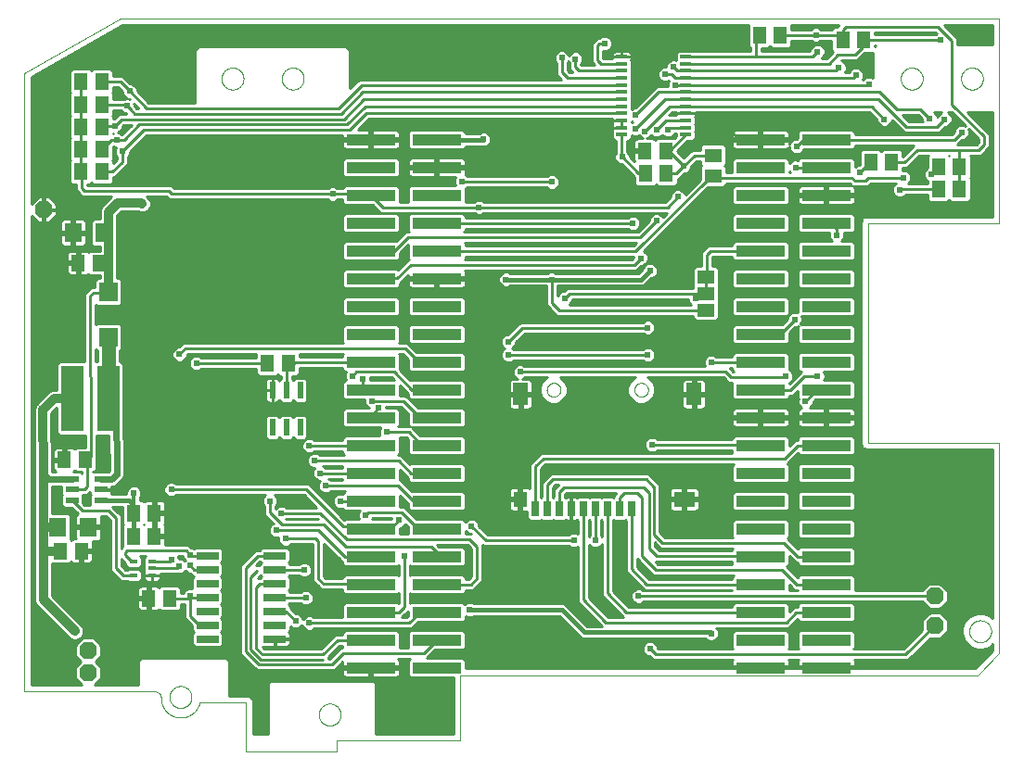
<source format=gbl>
G75*
%MOIN*%
%OFA0B0*%
%FSLAX25Y25*%
%IPPOS*%
%LPD*%
%AMOC8*
5,1,8,0,0,1.08239X$1,22.5*
%
%ADD10C,0.00000*%
%ADD11R,0.05118X0.05906*%
%ADD12R,0.06299X0.07087*%
%ADD13R,0.05118X0.06299*%
%ADD14R,0.17717X0.04016*%
%ADD15R,0.02756X0.05512*%
%ADD16R,0.05512X0.07874*%
%ADD17R,0.05039X0.05512*%
%ADD18R,0.07677X0.05512*%
%ADD19R,0.07874X0.23622*%
%ADD20R,0.06693X0.07087*%
%ADD21R,0.06300X0.04600*%
%ADD22C,0.01000*%
%ADD23OC8,0.06300*%
%ADD24R,0.04800X0.02200*%
%ADD25R,0.02087X0.06024*%
%ADD26R,0.02756X0.01575*%
%ADD27R,0.03900X0.01200*%
%ADD28R,0.08000X0.02600*%
%ADD29R,0.06299X0.05118*%
%ADD30C,0.02400*%
%ADD31C,0.02400*%
%ADD32C,0.05000*%
%ADD33C,0.03200*%
%ADD34C,0.01600*%
%ADD35C,0.01200*%
D10*
X0014319Y0022654D02*
X0060973Y0022654D01*
X0060973Y0022653D02*
X0061070Y0022654D01*
X0061168Y0022650D01*
X0061266Y0022643D01*
X0061363Y0022631D01*
X0061459Y0022616D01*
X0061555Y0022597D01*
X0061650Y0022574D01*
X0061744Y0022548D01*
X0061837Y0022517D01*
X0061929Y0022483D01*
X0062019Y0022446D01*
X0062108Y0022404D01*
X0062195Y0022360D01*
X0062280Y0022311D01*
X0062363Y0022260D01*
X0062444Y0022205D01*
X0062523Y0022147D01*
X0062599Y0022086D01*
X0062673Y0022022D01*
X0062744Y0021955D01*
X0062813Y0021885D01*
X0062878Y0021813D01*
X0062941Y0021738D01*
X0063001Y0021660D01*
X0063057Y0021581D01*
X0063111Y0021499D01*
X0063161Y0021415D01*
X0063207Y0021329D01*
X0063250Y0021241D01*
X0063290Y0021152D01*
X0063326Y0021061D01*
X0063358Y0020968D01*
X0063387Y0020875D01*
X0063412Y0020780D01*
X0063433Y0020685D01*
X0066484Y0020685D02*
X0066486Y0020810D01*
X0066492Y0020935D01*
X0066502Y0021059D01*
X0066516Y0021183D01*
X0066533Y0021307D01*
X0066555Y0021430D01*
X0066581Y0021552D01*
X0066610Y0021674D01*
X0066643Y0021794D01*
X0066681Y0021913D01*
X0066721Y0022032D01*
X0066766Y0022148D01*
X0066814Y0022263D01*
X0066866Y0022377D01*
X0066922Y0022489D01*
X0066981Y0022599D01*
X0067043Y0022707D01*
X0067109Y0022814D01*
X0067178Y0022918D01*
X0067251Y0023019D01*
X0067326Y0023119D01*
X0067405Y0023216D01*
X0067487Y0023310D01*
X0067572Y0023402D01*
X0067659Y0023491D01*
X0067750Y0023577D01*
X0067843Y0023660D01*
X0067939Y0023741D01*
X0068037Y0023818D01*
X0068137Y0023892D01*
X0068240Y0023963D01*
X0068345Y0024030D01*
X0068453Y0024095D01*
X0068562Y0024155D01*
X0068673Y0024213D01*
X0068786Y0024266D01*
X0068900Y0024316D01*
X0069016Y0024363D01*
X0069133Y0024405D01*
X0069252Y0024444D01*
X0069372Y0024480D01*
X0069493Y0024511D01*
X0069615Y0024539D01*
X0069737Y0024562D01*
X0069861Y0024582D01*
X0069985Y0024598D01*
X0070109Y0024610D01*
X0070234Y0024618D01*
X0070359Y0024622D01*
X0070483Y0024622D01*
X0070608Y0024618D01*
X0070733Y0024610D01*
X0070857Y0024598D01*
X0070981Y0024582D01*
X0071105Y0024562D01*
X0071227Y0024539D01*
X0071349Y0024511D01*
X0071470Y0024480D01*
X0071590Y0024444D01*
X0071709Y0024405D01*
X0071826Y0024363D01*
X0071942Y0024316D01*
X0072056Y0024266D01*
X0072169Y0024213D01*
X0072280Y0024155D01*
X0072390Y0024095D01*
X0072497Y0024030D01*
X0072602Y0023963D01*
X0072705Y0023892D01*
X0072805Y0023818D01*
X0072903Y0023741D01*
X0072999Y0023660D01*
X0073092Y0023577D01*
X0073183Y0023491D01*
X0073270Y0023402D01*
X0073355Y0023310D01*
X0073437Y0023216D01*
X0073516Y0023119D01*
X0073591Y0023019D01*
X0073664Y0022918D01*
X0073733Y0022814D01*
X0073799Y0022707D01*
X0073861Y0022599D01*
X0073920Y0022489D01*
X0073976Y0022377D01*
X0074028Y0022263D01*
X0074076Y0022148D01*
X0074121Y0022032D01*
X0074161Y0021913D01*
X0074199Y0021794D01*
X0074232Y0021674D01*
X0074261Y0021552D01*
X0074287Y0021430D01*
X0074309Y0021307D01*
X0074326Y0021183D01*
X0074340Y0021059D01*
X0074350Y0020935D01*
X0074356Y0020810D01*
X0074358Y0020685D01*
X0074356Y0020560D01*
X0074350Y0020435D01*
X0074340Y0020311D01*
X0074326Y0020187D01*
X0074309Y0020063D01*
X0074287Y0019940D01*
X0074261Y0019818D01*
X0074232Y0019696D01*
X0074199Y0019576D01*
X0074161Y0019457D01*
X0074121Y0019338D01*
X0074076Y0019222D01*
X0074028Y0019107D01*
X0073976Y0018993D01*
X0073920Y0018881D01*
X0073861Y0018771D01*
X0073799Y0018663D01*
X0073733Y0018556D01*
X0073664Y0018452D01*
X0073591Y0018351D01*
X0073516Y0018251D01*
X0073437Y0018154D01*
X0073355Y0018060D01*
X0073270Y0017968D01*
X0073183Y0017879D01*
X0073092Y0017793D01*
X0072999Y0017710D01*
X0072903Y0017629D01*
X0072805Y0017552D01*
X0072705Y0017478D01*
X0072602Y0017407D01*
X0072497Y0017340D01*
X0072389Y0017275D01*
X0072280Y0017215D01*
X0072169Y0017157D01*
X0072056Y0017104D01*
X0071942Y0017054D01*
X0071826Y0017007D01*
X0071709Y0016965D01*
X0071590Y0016926D01*
X0071470Y0016890D01*
X0071349Y0016859D01*
X0071227Y0016831D01*
X0071105Y0016808D01*
X0070981Y0016788D01*
X0070857Y0016772D01*
X0070733Y0016760D01*
X0070608Y0016752D01*
X0070483Y0016748D01*
X0070359Y0016748D01*
X0070234Y0016752D01*
X0070109Y0016760D01*
X0069985Y0016772D01*
X0069861Y0016788D01*
X0069737Y0016808D01*
X0069615Y0016831D01*
X0069493Y0016859D01*
X0069372Y0016890D01*
X0069252Y0016926D01*
X0069133Y0016965D01*
X0069016Y0017007D01*
X0068900Y0017054D01*
X0068786Y0017104D01*
X0068673Y0017157D01*
X0068562Y0017215D01*
X0068452Y0017275D01*
X0068345Y0017340D01*
X0068240Y0017407D01*
X0068137Y0017478D01*
X0068037Y0017552D01*
X0067939Y0017629D01*
X0067843Y0017710D01*
X0067750Y0017793D01*
X0067659Y0017879D01*
X0067572Y0017968D01*
X0067487Y0018060D01*
X0067405Y0018154D01*
X0067326Y0018251D01*
X0067251Y0018351D01*
X0067178Y0018452D01*
X0067109Y0018556D01*
X0067043Y0018663D01*
X0066981Y0018771D01*
X0066922Y0018881D01*
X0066866Y0018993D01*
X0066814Y0019107D01*
X0066766Y0019222D01*
X0066721Y0019338D01*
X0066681Y0019457D01*
X0066643Y0019576D01*
X0066610Y0019696D01*
X0066581Y0019818D01*
X0066555Y0019940D01*
X0066533Y0020063D01*
X0066516Y0020187D01*
X0066502Y0020311D01*
X0066492Y0020435D01*
X0066486Y0020560D01*
X0066484Y0020685D01*
X0063433Y0020685D02*
X0063426Y0020513D01*
X0063423Y0020340D01*
X0063424Y0020168D01*
X0063430Y0019995D01*
X0063440Y0019823D01*
X0063454Y0019651D01*
X0063472Y0019480D01*
X0063494Y0019309D01*
X0063521Y0019138D01*
X0063552Y0018969D01*
X0063587Y0018800D01*
X0063626Y0018632D01*
X0063669Y0018465D01*
X0063716Y0018299D01*
X0063767Y0018134D01*
X0063823Y0017971D01*
X0063882Y0017809D01*
X0063945Y0017648D01*
X0064012Y0017489D01*
X0064083Y0017332D01*
X0064158Y0017177D01*
X0064237Y0017023D01*
X0064319Y0016872D01*
X0064406Y0016722D01*
X0064495Y0016575D01*
X0064589Y0016430D01*
X0064685Y0016287D01*
X0064786Y0016147D01*
X0064890Y0016009D01*
X0064997Y0015874D01*
X0065107Y0015741D01*
X0065221Y0015611D01*
X0065337Y0015484D01*
X0065457Y0015360D01*
X0065580Y0015239D01*
X0065706Y0015121D01*
X0065834Y0015006D01*
X0065966Y0014894D01*
X0066100Y0014786D01*
X0066237Y0014680D01*
X0066376Y0014579D01*
X0066517Y0014480D01*
X0066662Y0014385D01*
X0066808Y0014294D01*
X0066956Y0014206D01*
X0067107Y0014122D01*
X0067260Y0014042D01*
X0067414Y0013965D01*
X0067571Y0013893D01*
X0067729Y0013824D01*
X0067889Y0013759D01*
X0068050Y0013698D01*
X0068213Y0013641D01*
X0068377Y0013588D01*
X0068542Y0013539D01*
X0068709Y0013494D01*
X0068877Y0013453D01*
X0069045Y0013416D01*
X0069215Y0013384D01*
X0069385Y0013355D01*
X0069555Y0013331D01*
X0069727Y0013311D01*
X0069899Y0013295D01*
X0070071Y0013284D01*
X0070243Y0013276D01*
X0070416Y0013273D01*
X0070588Y0013274D01*
X0070760Y0013280D01*
X0070933Y0013289D01*
X0071105Y0013303D01*
X0071276Y0013321D01*
X0071447Y0013343D01*
X0071618Y0013369D01*
X0071788Y0013400D01*
X0071957Y0013434D01*
X0072125Y0013473D01*
X0072292Y0013516D01*
X0072458Y0013563D01*
X0072622Y0013614D01*
X0072786Y0013669D01*
X0072948Y0013728D01*
X0073109Y0013791D01*
X0073268Y0013858D01*
X0073425Y0013929D01*
X0073580Y0014004D01*
X0073734Y0014082D01*
X0073886Y0014164D01*
X0074035Y0014250D01*
X0074183Y0014340D01*
X0074328Y0014433D01*
X0074471Y0014530D01*
X0074611Y0014630D01*
X0074749Y0014733D01*
X0074885Y0014840D01*
X0075017Y0014950D01*
X0075147Y0015064D01*
X0075274Y0015180D01*
X0075399Y0015300D01*
X0075520Y0015423D01*
X0075638Y0015548D01*
X0075753Y0015677D01*
X0075865Y0015808D01*
X0075974Y0015942D01*
X0076080Y0016078D01*
X0076182Y0016218D01*
X0076280Y0016359D01*
X0076375Y0016503D01*
X0076467Y0016649D01*
X0076555Y0016798D01*
X0076639Y0016948D01*
X0076719Y0017101D01*
X0076796Y0017255D01*
X0076869Y0017412D01*
X0076938Y0017570D01*
X0077003Y0017729D01*
X0077065Y0017891D01*
X0077122Y0018053D01*
X0077175Y0018217D01*
X0077224Y0018383D01*
X0077270Y0018549D01*
X0077311Y0018717D01*
X0094043Y0018717D01*
X0094043Y0001000D01*
X0126524Y0001000D01*
X0126524Y0004937D01*
X0171012Y0004937D01*
X0171012Y0028559D01*
X0356839Y0028559D01*
X0364713Y0036433D01*
X0364713Y0112220D01*
X0317469Y0112220D01*
X0317469Y0190961D01*
X0364713Y0190961D01*
X0364713Y0264780D01*
X0048768Y0264780D01*
X0014319Y0245094D01*
X0014319Y0022654D01*
X0120126Y0014346D02*
X0120128Y0014471D01*
X0120134Y0014596D01*
X0120144Y0014720D01*
X0120158Y0014844D01*
X0120175Y0014968D01*
X0120197Y0015091D01*
X0120223Y0015213D01*
X0120252Y0015335D01*
X0120285Y0015455D01*
X0120323Y0015574D01*
X0120363Y0015693D01*
X0120408Y0015809D01*
X0120456Y0015924D01*
X0120508Y0016038D01*
X0120564Y0016150D01*
X0120623Y0016260D01*
X0120685Y0016368D01*
X0120751Y0016475D01*
X0120820Y0016579D01*
X0120893Y0016680D01*
X0120968Y0016780D01*
X0121047Y0016877D01*
X0121129Y0016971D01*
X0121214Y0017063D01*
X0121301Y0017152D01*
X0121392Y0017238D01*
X0121485Y0017321D01*
X0121581Y0017402D01*
X0121679Y0017479D01*
X0121779Y0017553D01*
X0121882Y0017624D01*
X0121987Y0017691D01*
X0122095Y0017756D01*
X0122204Y0017816D01*
X0122315Y0017874D01*
X0122428Y0017927D01*
X0122542Y0017977D01*
X0122658Y0018024D01*
X0122775Y0018066D01*
X0122894Y0018105D01*
X0123014Y0018141D01*
X0123135Y0018172D01*
X0123257Y0018200D01*
X0123379Y0018223D01*
X0123503Y0018243D01*
X0123627Y0018259D01*
X0123751Y0018271D01*
X0123876Y0018279D01*
X0124001Y0018283D01*
X0124125Y0018283D01*
X0124250Y0018279D01*
X0124375Y0018271D01*
X0124499Y0018259D01*
X0124623Y0018243D01*
X0124747Y0018223D01*
X0124869Y0018200D01*
X0124991Y0018172D01*
X0125112Y0018141D01*
X0125232Y0018105D01*
X0125351Y0018066D01*
X0125468Y0018024D01*
X0125584Y0017977D01*
X0125698Y0017927D01*
X0125811Y0017874D01*
X0125922Y0017816D01*
X0126032Y0017756D01*
X0126139Y0017691D01*
X0126244Y0017624D01*
X0126347Y0017553D01*
X0126447Y0017479D01*
X0126545Y0017402D01*
X0126641Y0017321D01*
X0126734Y0017238D01*
X0126825Y0017152D01*
X0126912Y0017063D01*
X0126997Y0016971D01*
X0127079Y0016877D01*
X0127158Y0016780D01*
X0127233Y0016680D01*
X0127306Y0016579D01*
X0127375Y0016475D01*
X0127441Y0016368D01*
X0127503Y0016260D01*
X0127562Y0016150D01*
X0127618Y0016038D01*
X0127670Y0015924D01*
X0127718Y0015809D01*
X0127763Y0015693D01*
X0127803Y0015574D01*
X0127841Y0015455D01*
X0127874Y0015335D01*
X0127903Y0015213D01*
X0127929Y0015091D01*
X0127951Y0014968D01*
X0127968Y0014844D01*
X0127982Y0014720D01*
X0127992Y0014596D01*
X0127998Y0014471D01*
X0128000Y0014346D01*
X0127998Y0014221D01*
X0127992Y0014096D01*
X0127982Y0013972D01*
X0127968Y0013848D01*
X0127951Y0013724D01*
X0127929Y0013601D01*
X0127903Y0013479D01*
X0127874Y0013357D01*
X0127841Y0013237D01*
X0127803Y0013118D01*
X0127763Y0012999D01*
X0127718Y0012883D01*
X0127670Y0012768D01*
X0127618Y0012654D01*
X0127562Y0012542D01*
X0127503Y0012432D01*
X0127441Y0012324D01*
X0127375Y0012217D01*
X0127306Y0012113D01*
X0127233Y0012012D01*
X0127158Y0011912D01*
X0127079Y0011815D01*
X0126997Y0011721D01*
X0126912Y0011629D01*
X0126825Y0011540D01*
X0126734Y0011454D01*
X0126641Y0011371D01*
X0126545Y0011290D01*
X0126447Y0011213D01*
X0126347Y0011139D01*
X0126244Y0011068D01*
X0126139Y0011001D01*
X0126031Y0010936D01*
X0125922Y0010876D01*
X0125811Y0010818D01*
X0125698Y0010765D01*
X0125584Y0010715D01*
X0125468Y0010668D01*
X0125351Y0010626D01*
X0125232Y0010587D01*
X0125112Y0010551D01*
X0124991Y0010520D01*
X0124869Y0010492D01*
X0124747Y0010469D01*
X0124623Y0010449D01*
X0124499Y0010433D01*
X0124375Y0010421D01*
X0124250Y0010413D01*
X0124125Y0010409D01*
X0124001Y0010409D01*
X0123876Y0010413D01*
X0123751Y0010421D01*
X0123627Y0010433D01*
X0123503Y0010449D01*
X0123379Y0010469D01*
X0123257Y0010492D01*
X0123135Y0010520D01*
X0123014Y0010551D01*
X0122894Y0010587D01*
X0122775Y0010626D01*
X0122658Y0010668D01*
X0122542Y0010715D01*
X0122428Y0010765D01*
X0122315Y0010818D01*
X0122204Y0010876D01*
X0122094Y0010936D01*
X0121987Y0011001D01*
X0121882Y0011068D01*
X0121779Y0011139D01*
X0121679Y0011213D01*
X0121581Y0011290D01*
X0121485Y0011371D01*
X0121392Y0011454D01*
X0121301Y0011540D01*
X0121214Y0011629D01*
X0121129Y0011721D01*
X0121047Y0011815D01*
X0120968Y0011912D01*
X0120893Y0012012D01*
X0120820Y0012113D01*
X0120751Y0012217D01*
X0120685Y0012324D01*
X0120623Y0012432D01*
X0120564Y0012542D01*
X0120508Y0012654D01*
X0120456Y0012768D01*
X0120408Y0012883D01*
X0120363Y0012999D01*
X0120323Y0013118D01*
X0120285Y0013237D01*
X0120252Y0013357D01*
X0120223Y0013479D01*
X0120197Y0013601D01*
X0120175Y0013724D01*
X0120158Y0013848D01*
X0120144Y0013972D01*
X0120134Y0014096D01*
X0120128Y0014221D01*
X0120126Y0014346D01*
X0202055Y0131189D02*
X0202057Y0131288D01*
X0202063Y0131387D01*
X0202073Y0131486D01*
X0202087Y0131584D01*
X0202105Y0131681D01*
X0202127Y0131778D01*
X0202152Y0131874D01*
X0202182Y0131968D01*
X0202215Y0132062D01*
X0202252Y0132154D01*
X0202293Y0132244D01*
X0202337Y0132333D01*
X0202385Y0132419D01*
X0202436Y0132504D01*
X0202491Y0132587D01*
X0202549Y0132667D01*
X0202610Y0132745D01*
X0202674Y0132821D01*
X0202741Y0132894D01*
X0202811Y0132964D01*
X0202884Y0133031D01*
X0202960Y0133095D01*
X0203038Y0133156D01*
X0203118Y0133214D01*
X0203201Y0133269D01*
X0203285Y0133320D01*
X0203372Y0133368D01*
X0203461Y0133412D01*
X0203551Y0133453D01*
X0203643Y0133490D01*
X0203737Y0133523D01*
X0203831Y0133553D01*
X0203927Y0133578D01*
X0204024Y0133600D01*
X0204121Y0133618D01*
X0204219Y0133632D01*
X0204318Y0133642D01*
X0204417Y0133648D01*
X0204516Y0133650D01*
X0204615Y0133648D01*
X0204714Y0133642D01*
X0204813Y0133632D01*
X0204911Y0133618D01*
X0205008Y0133600D01*
X0205105Y0133578D01*
X0205201Y0133553D01*
X0205295Y0133523D01*
X0205389Y0133490D01*
X0205481Y0133453D01*
X0205571Y0133412D01*
X0205660Y0133368D01*
X0205746Y0133320D01*
X0205831Y0133269D01*
X0205914Y0133214D01*
X0205994Y0133156D01*
X0206072Y0133095D01*
X0206148Y0133031D01*
X0206221Y0132964D01*
X0206291Y0132894D01*
X0206358Y0132821D01*
X0206422Y0132745D01*
X0206483Y0132667D01*
X0206541Y0132587D01*
X0206596Y0132504D01*
X0206647Y0132420D01*
X0206695Y0132333D01*
X0206739Y0132244D01*
X0206780Y0132154D01*
X0206817Y0132062D01*
X0206850Y0131968D01*
X0206880Y0131874D01*
X0206905Y0131778D01*
X0206927Y0131681D01*
X0206945Y0131584D01*
X0206959Y0131486D01*
X0206969Y0131387D01*
X0206975Y0131288D01*
X0206977Y0131189D01*
X0206975Y0131090D01*
X0206969Y0130991D01*
X0206959Y0130892D01*
X0206945Y0130794D01*
X0206927Y0130697D01*
X0206905Y0130600D01*
X0206880Y0130504D01*
X0206850Y0130410D01*
X0206817Y0130316D01*
X0206780Y0130224D01*
X0206739Y0130134D01*
X0206695Y0130045D01*
X0206647Y0129959D01*
X0206596Y0129874D01*
X0206541Y0129791D01*
X0206483Y0129711D01*
X0206422Y0129633D01*
X0206358Y0129557D01*
X0206291Y0129484D01*
X0206221Y0129414D01*
X0206148Y0129347D01*
X0206072Y0129283D01*
X0205994Y0129222D01*
X0205914Y0129164D01*
X0205831Y0129109D01*
X0205747Y0129058D01*
X0205660Y0129010D01*
X0205571Y0128966D01*
X0205481Y0128925D01*
X0205389Y0128888D01*
X0205295Y0128855D01*
X0205201Y0128825D01*
X0205105Y0128800D01*
X0205008Y0128778D01*
X0204911Y0128760D01*
X0204813Y0128746D01*
X0204714Y0128736D01*
X0204615Y0128730D01*
X0204516Y0128728D01*
X0204417Y0128730D01*
X0204318Y0128736D01*
X0204219Y0128746D01*
X0204121Y0128760D01*
X0204024Y0128778D01*
X0203927Y0128800D01*
X0203831Y0128825D01*
X0203737Y0128855D01*
X0203643Y0128888D01*
X0203551Y0128925D01*
X0203461Y0128966D01*
X0203372Y0129010D01*
X0203286Y0129058D01*
X0203201Y0129109D01*
X0203118Y0129164D01*
X0203038Y0129222D01*
X0202960Y0129283D01*
X0202884Y0129347D01*
X0202811Y0129414D01*
X0202741Y0129484D01*
X0202674Y0129557D01*
X0202610Y0129633D01*
X0202549Y0129711D01*
X0202491Y0129791D01*
X0202436Y0129874D01*
X0202385Y0129958D01*
X0202337Y0130045D01*
X0202293Y0130134D01*
X0202252Y0130224D01*
X0202215Y0130316D01*
X0202182Y0130410D01*
X0202152Y0130504D01*
X0202127Y0130600D01*
X0202105Y0130697D01*
X0202087Y0130794D01*
X0202073Y0130892D01*
X0202063Y0130991D01*
X0202057Y0131090D01*
X0202055Y0131189D01*
X0233551Y0131189D02*
X0233553Y0131288D01*
X0233559Y0131387D01*
X0233569Y0131486D01*
X0233583Y0131584D01*
X0233601Y0131681D01*
X0233623Y0131778D01*
X0233648Y0131874D01*
X0233678Y0131968D01*
X0233711Y0132062D01*
X0233748Y0132154D01*
X0233789Y0132244D01*
X0233833Y0132333D01*
X0233881Y0132419D01*
X0233932Y0132504D01*
X0233987Y0132587D01*
X0234045Y0132667D01*
X0234106Y0132745D01*
X0234170Y0132821D01*
X0234237Y0132894D01*
X0234307Y0132964D01*
X0234380Y0133031D01*
X0234456Y0133095D01*
X0234534Y0133156D01*
X0234614Y0133214D01*
X0234697Y0133269D01*
X0234781Y0133320D01*
X0234868Y0133368D01*
X0234957Y0133412D01*
X0235047Y0133453D01*
X0235139Y0133490D01*
X0235233Y0133523D01*
X0235327Y0133553D01*
X0235423Y0133578D01*
X0235520Y0133600D01*
X0235617Y0133618D01*
X0235715Y0133632D01*
X0235814Y0133642D01*
X0235913Y0133648D01*
X0236012Y0133650D01*
X0236111Y0133648D01*
X0236210Y0133642D01*
X0236309Y0133632D01*
X0236407Y0133618D01*
X0236504Y0133600D01*
X0236601Y0133578D01*
X0236697Y0133553D01*
X0236791Y0133523D01*
X0236885Y0133490D01*
X0236977Y0133453D01*
X0237067Y0133412D01*
X0237156Y0133368D01*
X0237242Y0133320D01*
X0237327Y0133269D01*
X0237410Y0133214D01*
X0237490Y0133156D01*
X0237568Y0133095D01*
X0237644Y0133031D01*
X0237717Y0132964D01*
X0237787Y0132894D01*
X0237854Y0132821D01*
X0237918Y0132745D01*
X0237979Y0132667D01*
X0238037Y0132587D01*
X0238092Y0132504D01*
X0238143Y0132420D01*
X0238191Y0132333D01*
X0238235Y0132244D01*
X0238276Y0132154D01*
X0238313Y0132062D01*
X0238346Y0131968D01*
X0238376Y0131874D01*
X0238401Y0131778D01*
X0238423Y0131681D01*
X0238441Y0131584D01*
X0238455Y0131486D01*
X0238465Y0131387D01*
X0238471Y0131288D01*
X0238473Y0131189D01*
X0238471Y0131090D01*
X0238465Y0130991D01*
X0238455Y0130892D01*
X0238441Y0130794D01*
X0238423Y0130697D01*
X0238401Y0130600D01*
X0238376Y0130504D01*
X0238346Y0130410D01*
X0238313Y0130316D01*
X0238276Y0130224D01*
X0238235Y0130134D01*
X0238191Y0130045D01*
X0238143Y0129959D01*
X0238092Y0129874D01*
X0238037Y0129791D01*
X0237979Y0129711D01*
X0237918Y0129633D01*
X0237854Y0129557D01*
X0237787Y0129484D01*
X0237717Y0129414D01*
X0237644Y0129347D01*
X0237568Y0129283D01*
X0237490Y0129222D01*
X0237410Y0129164D01*
X0237327Y0129109D01*
X0237243Y0129058D01*
X0237156Y0129010D01*
X0237067Y0128966D01*
X0236977Y0128925D01*
X0236885Y0128888D01*
X0236791Y0128855D01*
X0236697Y0128825D01*
X0236601Y0128800D01*
X0236504Y0128778D01*
X0236407Y0128760D01*
X0236309Y0128746D01*
X0236210Y0128736D01*
X0236111Y0128730D01*
X0236012Y0128728D01*
X0235913Y0128730D01*
X0235814Y0128736D01*
X0235715Y0128746D01*
X0235617Y0128760D01*
X0235520Y0128778D01*
X0235423Y0128800D01*
X0235327Y0128825D01*
X0235233Y0128855D01*
X0235139Y0128888D01*
X0235047Y0128925D01*
X0234957Y0128966D01*
X0234868Y0129010D01*
X0234782Y0129058D01*
X0234697Y0129109D01*
X0234614Y0129164D01*
X0234534Y0129222D01*
X0234456Y0129283D01*
X0234380Y0129347D01*
X0234307Y0129414D01*
X0234237Y0129484D01*
X0234170Y0129557D01*
X0234106Y0129633D01*
X0234045Y0129711D01*
X0233987Y0129791D01*
X0233932Y0129874D01*
X0233881Y0129958D01*
X0233833Y0130045D01*
X0233789Y0130134D01*
X0233748Y0130224D01*
X0233711Y0130316D01*
X0233678Y0130410D01*
X0233648Y0130504D01*
X0233623Y0130600D01*
X0233601Y0130697D01*
X0233583Y0130794D01*
X0233569Y0130892D01*
X0233559Y0130991D01*
X0233553Y0131090D01*
X0233551Y0131189D01*
X0353886Y0044307D02*
X0353888Y0044432D01*
X0353894Y0044557D01*
X0353904Y0044681D01*
X0353918Y0044805D01*
X0353935Y0044929D01*
X0353957Y0045052D01*
X0353983Y0045174D01*
X0354012Y0045296D01*
X0354045Y0045416D01*
X0354083Y0045535D01*
X0354123Y0045654D01*
X0354168Y0045770D01*
X0354216Y0045885D01*
X0354268Y0045999D01*
X0354324Y0046111D01*
X0354383Y0046221D01*
X0354445Y0046329D01*
X0354511Y0046436D01*
X0354580Y0046540D01*
X0354653Y0046641D01*
X0354728Y0046741D01*
X0354807Y0046838D01*
X0354889Y0046932D01*
X0354974Y0047024D01*
X0355061Y0047113D01*
X0355152Y0047199D01*
X0355245Y0047282D01*
X0355341Y0047363D01*
X0355439Y0047440D01*
X0355539Y0047514D01*
X0355642Y0047585D01*
X0355747Y0047652D01*
X0355855Y0047717D01*
X0355964Y0047777D01*
X0356075Y0047835D01*
X0356188Y0047888D01*
X0356302Y0047938D01*
X0356418Y0047985D01*
X0356535Y0048027D01*
X0356654Y0048066D01*
X0356774Y0048102D01*
X0356895Y0048133D01*
X0357017Y0048161D01*
X0357139Y0048184D01*
X0357263Y0048204D01*
X0357387Y0048220D01*
X0357511Y0048232D01*
X0357636Y0048240D01*
X0357761Y0048244D01*
X0357885Y0048244D01*
X0358010Y0048240D01*
X0358135Y0048232D01*
X0358259Y0048220D01*
X0358383Y0048204D01*
X0358507Y0048184D01*
X0358629Y0048161D01*
X0358751Y0048133D01*
X0358872Y0048102D01*
X0358992Y0048066D01*
X0359111Y0048027D01*
X0359228Y0047985D01*
X0359344Y0047938D01*
X0359458Y0047888D01*
X0359571Y0047835D01*
X0359682Y0047777D01*
X0359792Y0047717D01*
X0359899Y0047652D01*
X0360004Y0047585D01*
X0360107Y0047514D01*
X0360207Y0047440D01*
X0360305Y0047363D01*
X0360401Y0047282D01*
X0360494Y0047199D01*
X0360585Y0047113D01*
X0360672Y0047024D01*
X0360757Y0046932D01*
X0360839Y0046838D01*
X0360918Y0046741D01*
X0360993Y0046641D01*
X0361066Y0046540D01*
X0361135Y0046436D01*
X0361201Y0046329D01*
X0361263Y0046221D01*
X0361322Y0046111D01*
X0361378Y0045999D01*
X0361430Y0045885D01*
X0361478Y0045770D01*
X0361523Y0045654D01*
X0361563Y0045535D01*
X0361601Y0045416D01*
X0361634Y0045296D01*
X0361663Y0045174D01*
X0361689Y0045052D01*
X0361711Y0044929D01*
X0361728Y0044805D01*
X0361742Y0044681D01*
X0361752Y0044557D01*
X0361758Y0044432D01*
X0361760Y0044307D01*
X0361758Y0044182D01*
X0361752Y0044057D01*
X0361742Y0043933D01*
X0361728Y0043809D01*
X0361711Y0043685D01*
X0361689Y0043562D01*
X0361663Y0043440D01*
X0361634Y0043318D01*
X0361601Y0043198D01*
X0361563Y0043079D01*
X0361523Y0042960D01*
X0361478Y0042844D01*
X0361430Y0042729D01*
X0361378Y0042615D01*
X0361322Y0042503D01*
X0361263Y0042393D01*
X0361201Y0042285D01*
X0361135Y0042178D01*
X0361066Y0042074D01*
X0360993Y0041973D01*
X0360918Y0041873D01*
X0360839Y0041776D01*
X0360757Y0041682D01*
X0360672Y0041590D01*
X0360585Y0041501D01*
X0360494Y0041415D01*
X0360401Y0041332D01*
X0360305Y0041251D01*
X0360207Y0041174D01*
X0360107Y0041100D01*
X0360004Y0041029D01*
X0359899Y0040962D01*
X0359791Y0040897D01*
X0359682Y0040837D01*
X0359571Y0040779D01*
X0359458Y0040726D01*
X0359344Y0040676D01*
X0359228Y0040629D01*
X0359111Y0040587D01*
X0358992Y0040548D01*
X0358872Y0040512D01*
X0358751Y0040481D01*
X0358629Y0040453D01*
X0358507Y0040430D01*
X0358383Y0040410D01*
X0358259Y0040394D01*
X0358135Y0040382D01*
X0358010Y0040374D01*
X0357885Y0040370D01*
X0357761Y0040370D01*
X0357636Y0040374D01*
X0357511Y0040382D01*
X0357387Y0040394D01*
X0357263Y0040410D01*
X0357139Y0040430D01*
X0357017Y0040453D01*
X0356895Y0040481D01*
X0356774Y0040512D01*
X0356654Y0040548D01*
X0356535Y0040587D01*
X0356418Y0040629D01*
X0356302Y0040676D01*
X0356188Y0040726D01*
X0356075Y0040779D01*
X0355964Y0040837D01*
X0355854Y0040897D01*
X0355747Y0040962D01*
X0355642Y0041029D01*
X0355539Y0041100D01*
X0355439Y0041174D01*
X0355341Y0041251D01*
X0355245Y0041332D01*
X0355152Y0041415D01*
X0355061Y0041501D01*
X0354974Y0041590D01*
X0354889Y0041682D01*
X0354807Y0041776D01*
X0354728Y0041873D01*
X0354653Y0041973D01*
X0354580Y0042074D01*
X0354511Y0042178D01*
X0354445Y0042285D01*
X0354383Y0042393D01*
X0354324Y0042503D01*
X0354268Y0042615D01*
X0354216Y0042729D01*
X0354168Y0042844D01*
X0354123Y0042960D01*
X0354083Y0043079D01*
X0354045Y0043198D01*
X0354012Y0043318D01*
X0353983Y0043440D01*
X0353957Y0043562D01*
X0353935Y0043685D01*
X0353918Y0043809D01*
X0353904Y0043933D01*
X0353894Y0044057D01*
X0353888Y0044182D01*
X0353886Y0044307D01*
X0350933Y0243126D02*
X0350935Y0243251D01*
X0350941Y0243376D01*
X0350951Y0243500D01*
X0350965Y0243624D01*
X0350982Y0243748D01*
X0351004Y0243871D01*
X0351030Y0243993D01*
X0351059Y0244115D01*
X0351092Y0244235D01*
X0351130Y0244354D01*
X0351170Y0244473D01*
X0351215Y0244589D01*
X0351263Y0244704D01*
X0351315Y0244818D01*
X0351371Y0244930D01*
X0351430Y0245040D01*
X0351492Y0245148D01*
X0351558Y0245255D01*
X0351627Y0245359D01*
X0351700Y0245460D01*
X0351775Y0245560D01*
X0351854Y0245657D01*
X0351936Y0245751D01*
X0352021Y0245843D01*
X0352108Y0245932D01*
X0352199Y0246018D01*
X0352292Y0246101D01*
X0352388Y0246182D01*
X0352486Y0246259D01*
X0352586Y0246333D01*
X0352689Y0246404D01*
X0352794Y0246471D01*
X0352902Y0246536D01*
X0353011Y0246596D01*
X0353122Y0246654D01*
X0353235Y0246707D01*
X0353349Y0246757D01*
X0353465Y0246804D01*
X0353582Y0246846D01*
X0353701Y0246885D01*
X0353821Y0246921D01*
X0353942Y0246952D01*
X0354064Y0246980D01*
X0354186Y0247003D01*
X0354310Y0247023D01*
X0354434Y0247039D01*
X0354558Y0247051D01*
X0354683Y0247059D01*
X0354808Y0247063D01*
X0354932Y0247063D01*
X0355057Y0247059D01*
X0355182Y0247051D01*
X0355306Y0247039D01*
X0355430Y0247023D01*
X0355554Y0247003D01*
X0355676Y0246980D01*
X0355798Y0246952D01*
X0355919Y0246921D01*
X0356039Y0246885D01*
X0356158Y0246846D01*
X0356275Y0246804D01*
X0356391Y0246757D01*
X0356505Y0246707D01*
X0356618Y0246654D01*
X0356729Y0246596D01*
X0356839Y0246536D01*
X0356946Y0246471D01*
X0357051Y0246404D01*
X0357154Y0246333D01*
X0357254Y0246259D01*
X0357352Y0246182D01*
X0357448Y0246101D01*
X0357541Y0246018D01*
X0357632Y0245932D01*
X0357719Y0245843D01*
X0357804Y0245751D01*
X0357886Y0245657D01*
X0357965Y0245560D01*
X0358040Y0245460D01*
X0358113Y0245359D01*
X0358182Y0245255D01*
X0358248Y0245148D01*
X0358310Y0245040D01*
X0358369Y0244930D01*
X0358425Y0244818D01*
X0358477Y0244704D01*
X0358525Y0244589D01*
X0358570Y0244473D01*
X0358610Y0244354D01*
X0358648Y0244235D01*
X0358681Y0244115D01*
X0358710Y0243993D01*
X0358736Y0243871D01*
X0358758Y0243748D01*
X0358775Y0243624D01*
X0358789Y0243500D01*
X0358799Y0243376D01*
X0358805Y0243251D01*
X0358807Y0243126D01*
X0358805Y0243001D01*
X0358799Y0242876D01*
X0358789Y0242752D01*
X0358775Y0242628D01*
X0358758Y0242504D01*
X0358736Y0242381D01*
X0358710Y0242259D01*
X0358681Y0242137D01*
X0358648Y0242017D01*
X0358610Y0241898D01*
X0358570Y0241779D01*
X0358525Y0241663D01*
X0358477Y0241548D01*
X0358425Y0241434D01*
X0358369Y0241322D01*
X0358310Y0241212D01*
X0358248Y0241104D01*
X0358182Y0240997D01*
X0358113Y0240893D01*
X0358040Y0240792D01*
X0357965Y0240692D01*
X0357886Y0240595D01*
X0357804Y0240501D01*
X0357719Y0240409D01*
X0357632Y0240320D01*
X0357541Y0240234D01*
X0357448Y0240151D01*
X0357352Y0240070D01*
X0357254Y0239993D01*
X0357154Y0239919D01*
X0357051Y0239848D01*
X0356946Y0239781D01*
X0356838Y0239716D01*
X0356729Y0239656D01*
X0356618Y0239598D01*
X0356505Y0239545D01*
X0356391Y0239495D01*
X0356275Y0239448D01*
X0356158Y0239406D01*
X0356039Y0239367D01*
X0355919Y0239331D01*
X0355798Y0239300D01*
X0355676Y0239272D01*
X0355554Y0239249D01*
X0355430Y0239229D01*
X0355306Y0239213D01*
X0355182Y0239201D01*
X0355057Y0239193D01*
X0354932Y0239189D01*
X0354808Y0239189D01*
X0354683Y0239193D01*
X0354558Y0239201D01*
X0354434Y0239213D01*
X0354310Y0239229D01*
X0354186Y0239249D01*
X0354064Y0239272D01*
X0353942Y0239300D01*
X0353821Y0239331D01*
X0353701Y0239367D01*
X0353582Y0239406D01*
X0353465Y0239448D01*
X0353349Y0239495D01*
X0353235Y0239545D01*
X0353122Y0239598D01*
X0353011Y0239656D01*
X0352901Y0239716D01*
X0352794Y0239781D01*
X0352689Y0239848D01*
X0352586Y0239919D01*
X0352486Y0239993D01*
X0352388Y0240070D01*
X0352292Y0240151D01*
X0352199Y0240234D01*
X0352108Y0240320D01*
X0352021Y0240409D01*
X0351936Y0240501D01*
X0351854Y0240595D01*
X0351775Y0240692D01*
X0351700Y0240792D01*
X0351627Y0240893D01*
X0351558Y0240997D01*
X0351492Y0241104D01*
X0351430Y0241212D01*
X0351371Y0241322D01*
X0351315Y0241434D01*
X0351263Y0241548D01*
X0351215Y0241663D01*
X0351170Y0241779D01*
X0351130Y0241898D01*
X0351092Y0242017D01*
X0351059Y0242137D01*
X0351030Y0242259D01*
X0351004Y0242381D01*
X0350982Y0242504D01*
X0350965Y0242628D01*
X0350951Y0242752D01*
X0350941Y0242876D01*
X0350935Y0243001D01*
X0350933Y0243126D01*
X0329280Y0243126D02*
X0329282Y0243251D01*
X0329288Y0243376D01*
X0329298Y0243500D01*
X0329312Y0243624D01*
X0329329Y0243748D01*
X0329351Y0243871D01*
X0329377Y0243993D01*
X0329406Y0244115D01*
X0329439Y0244235D01*
X0329477Y0244354D01*
X0329517Y0244473D01*
X0329562Y0244589D01*
X0329610Y0244704D01*
X0329662Y0244818D01*
X0329718Y0244930D01*
X0329777Y0245040D01*
X0329839Y0245148D01*
X0329905Y0245255D01*
X0329974Y0245359D01*
X0330047Y0245460D01*
X0330122Y0245560D01*
X0330201Y0245657D01*
X0330283Y0245751D01*
X0330368Y0245843D01*
X0330455Y0245932D01*
X0330546Y0246018D01*
X0330639Y0246101D01*
X0330735Y0246182D01*
X0330833Y0246259D01*
X0330933Y0246333D01*
X0331036Y0246404D01*
X0331141Y0246471D01*
X0331249Y0246536D01*
X0331358Y0246596D01*
X0331469Y0246654D01*
X0331582Y0246707D01*
X0331696Y0246757D01*
X0331812Y0246804D01*
X0331929Y0246846D01*
X0332048Y0246885D01*
X0332168Y0246921D01*
X0332289Y0246952D01*
X0332411Y0246980D01*
X0332533Y0247003D01*
X0332657Y0247023D01*
X0332781Y0247039D01*
X0332905Y0247051D01*
X0333030Y0247059D01*
X0333155Y0247063D01*
X0333279Y0247063D01*
X0333404Y0247059D01*
X0333529Y0247051D01*
X0333653Y0247039D01*
X0333777Y0247023D01*
X0333901Y0247003D01*
X0334023Y0246980D01*
X0334145Y0246952D01*
X0334266Y0246921D01*
X0334386Y0246885D01*
X0334505Y0246846D01*
X0334622Y0246804D01*
X0334738Y0246757D01*
X0334852Y0246707D01*
X0334965Y0246654D01*
X0335076Y0246596D01*
X0335186Y0246536D01*
X0335293Y0246471D01*
X0335398Y0246404D01*
X0335501Y0246333D01*
X0335601Y0246259D01*
X0335699Y0246182D01*
X0335795Y0246101D01*
X0335888Y0246018D01*
X0335979Y0245932D01*
X0336066Y0245843D01*
X0336151Y0245751D01*
X0336233Y0245657D01*
X0336312Y0245560D01*
X0336387Y0245460D01*
X0336460Y0245359D01*
X0336529Y0245255D01*
X0336595Y0245148D01*
X0336657Y0245040D01*
X0336716Y0244930D01*
X0336772Y0244818D01*
X0336824Y0244704D01*
X0336872Y0244589D01*
X0336917Y0244473D01*
X0336957Y0244354D01*
X0336995Y0244235D01*
X0337028Y0244115D01*
X0337057Y0243993D01*
X0337083Y0243871D01*
X0337105Y0243748D01*
X0337122Y0243624D01*
X0337136Y0243500D01*
X0337146Y0243376D01*
X0337152Y0243251D01*
X0337154Y0243126D01*
X0337152Y0243001D01*
X0337146Y0242876D01*
X0337136Y0242752D01*
X0337122Y0242628D01*
X0337105Y0242504D01*
X0337083Y0242381D01*
X0337057Y0242259D01*
X0337028Y0242137D01*
X0336995Y0242017D01*
X0336957Y0241898D01*
X0336917Y0241779D01*
X0336872Y0241663D01*
X0336824Y0241548D01*
X0336772Y0241434D01*
X0336716Y0241322D01*
X0336657Y0241212D01*
X0336595Y0241104D01*
X0336529Y0240997D01*
X0336460Y0240893D01*
X0336387Y0240792D01*
X0336312Y0240692D01*
X0336233Y0240595D01*
X0336151Y0240501D01*
X0336066Y0240409D01*
X0335979Y0240320D01*
X0335888Y0240234D01*
X0335795Y0240151D01*
X0335699Y0240070D01*
X0335601Y0239993D01*
X0335501Y0239919D01*
X0335398Y0239848D01*
X0335293Y0239781D01*
X0335185Y0239716D01*
X0335076Y0239656D01*
X0334965Y0239598D01*
X0334852Y0239545D01*
X0334738Y0239495D01*
X0334622Y0239448D01*
X0334505Y0239406D01*
X0334386Y0239367D01*
X0334266Y0239331D01*
X0334145Y0239300D01*
X0334023Y0239272D01*
X0333901Y0239249D01*
X0333777Y0239229D01*
X0333653Y0239213D01*
X0333529Y0239201D01*
X0333404Y0239193D01*
X0333279Y0239189D01*
X0333155Y0239189D01*
X0333030Y0239193D01*
X0332905Y0239201D01*
X0332781Y0239213D01*
X0332657Y0239229D01*
X0332533Y0239249D01*
X0332411Y0239272D01*
X0332289Y0239300D01*
X0332168Y0239331D01*
X0332048Y0239367D01*
X0331929Y0239406D01*
X0331812Y0239448D01*
X0331696Y0239495D01*
X0331582Y0239545D01*
X0331469Y0239598D01*
X0331358Y0239656D01*
X0331248Y0239716D01*
X0331141Y0239781D01*
X0331036Y0239848D01*
X0330933Y0239919D01*
X0330833Y0239993D01*
X0330735Y0240070D01*
X0330639Y0240151D01*
X0330546Y0240234D01*
X0330455Y0240320D01*
X0330368Y0240409D01*
X0330283Y0240501D01*
X0330201Y0240595D01*
X0330122Y0240692D01*
X0330047Y0240792D01*
X0329974Y0240893D01*
X0329905Y0240997D01*
X0329839Y0241104D01*
X0329777Y0241212D01*
X0329718Y0241322D01*
X0329662Y0241434D01*
X0329610Y0241548D01*
X0329562Y0241663D01*
X0329517Y0241779D01*
X0329477Y0241898D01*
X0329439Y0242017D01*
X0329406Y0242137D01*
X0329377Y0242259D01*
X0329351Y0242381D01*
X0329329Y0242504D01*
X0329312Y0242628D01*
X0329298Y0242752D01*
X0329288Y0242876D01*
X0329282Y0243001D01*
X0329280Y0243126D01*
X0106839Y0243126D02*
X0106841Y0243251D01*
X0106847Y0243376D01*
X0106857Y0243500D01*
X0106871Y0243624D01*
X0106888Y0243748D01*
X0106910Y0243871D01*
X0106936Y0243993D01*
X0106965Y0244115D01*
X0106998Y0244235D01*
X0107036Y0244354D01*
X0107076Y0244473D01*
X0107121Y0244589D01*
X0107169Y0244704D01*
X0107221Y0244818D01*
X0107277Y0244930D01*
X0107336Y0245040D01*
X0107398Y0245148D01*
X0107464Y0245255D01*
X0107533Y0245359D01*
X0107606Y0245460D01*
X0107681Y0245560D01*
X0107760Y0245657D01*
X0107842Y0245751D01*
X0107927Y0245843D01*
X0108014Y0245932D01*
X0108105Y0246018D01*
X0108198Y0246101D01*
X0108294Y0246182D01*
X0108392Y0246259D01*
X0108492Y0246333D01*
X0108595Y0246404D01*
X0108700Y0246471D01*
X0108808Y0246536D01*
X0108917Y0246596D01*
X0109028Y0246654D01*
X0109141Y0246707D01*
X0109255Y0246757D01*
X0109371Y0246804D01*
X0109488Y0246846D01*
X0109607Y0246885D01*
X0109727Y0246921D01*
X0109848Y0246952D01*
X0109970Y0246980D01*
X0110092Y0247003D01*
X0110216Y0247023D01*
X0110340Y0247039D01*
X0110464Y0247051D01*
X0110589Y0247059D01*
X0110714Y0247063D01*
X0110838Y0247063D01*
X0110963Y0247059D01*
X0111088Y0247051D01*
X0111212Y0247039D01*
X0111336Y0247023D01*
X0111460Y0247003D01*
X0111582Y0246980D01*
X0111704Y0246952D01*
X0111825Y0246921D01*
X0111945Y0246885D01*
X0112064Y0246846D01*
X0112181Y0246804D01*
X0112297Y0246757D01*
X0112411Y0246707D01*
X0112524Y0246654D01*
X0112635Y0246596D01*
X0112745Y0246536D01*
X0112852Y0246471D01*
X0112957Y0246404D01*
X0113060Y0246333D01*
X0113160Y0246259D01*
X0113258Y0246182D01*
X0113354Y0246101D01*
X0113447Y0246018D01*
X0113538Y0245932D01*
X0113625Y0245843D01*
X0113710Y0245751D01*
X0113792Y0245657D01*
X0113871Y0245560D01*
X0113946Y0245460D01*
X0114019Y0245359D01*
X0114088Y0245255D01*
X0114154Y0245148D01*
X0114216Y0245040D01*
X0114275Y0244930D01*
X0114331Y0244818D01*
X0114383Y0244704D01*
X0114431Y0244589D01*
X0114476Y0244473D01*
X0114516Y0244354D01*
X0114554Y0244235D01*
X0114587Y0244115D01*
X0114616Y0243993D01*
X0114642Y0243871D01*
X0114664Y0243748D01*
X0114681Y0243624D01*
X0114695Y0243500D01*
X0114705Y0243376D01*
X0114711Y0243251D01*
X0114713Y0243126D01*
X0114711Y0243001D01*
X0114705Y0242876D01*
X0114695Y0242752D01*
X0114681Y0242628D01*
X0114664Y0242504D01*
X0114642Y0242381D01*
X0114616Y0242259D01*
X0114587Y0242137D01*
X0114554Y0242017D01*
X0114516Y0241898D01*
X0114476Y0241779D01*
X0114431Y0241663D01*
X0114383Y0241548D01*
X0114331Y0241434D01*
X0114275Y0241322D01*
X0114216Y0241212D01*
X0114154Y0241104D01*
X0114088Y0240997D01*
X0114019Y0240893D01*
X0113946Y0240792D01*
X0113871Y0240692D01*
X0113792Y0240595D01*
X0113710Y0240501D01*
X0113625Y0240409D01*
X0113538Y0240320D01*
X0113447Y0240234D01*
X0113354Y0240151D01*
X0113258Y0240070D01*
X0113160Y0239993D01*
X0113060Y0239919D01*
X0112957Y0239848D01*
X0112852Y0239781D01*
X0112744Y0239716D01*
X0112635Y0239656D01*
X0112524Y0239598D01*
X0112411Y0239545D01*
X0112297Y0239495D01*
X0112181Y0239448D01*
X0112064Y0239406D01*
X0111945Y0239367D01*
X0111825Y0239331D01*
X0111704Y0239300D01*
X0111582Y0239272D01*
X0111460Y0239249D01*
X0111336Y0239229D01*
X0111212Y0239213D01*
X0111088Y0239201D01*
X0110963Y0239193D01*
X0110838Y0239189D01*
X0110714Y0239189D01*
X0110589Y0239193D01*
X0110464Y0239201D01*
X0110340Y0239213D01*
X0110216Y0239229D01*
X0110092Y0239249D01*
X0109970Y0239272D01*
X0109848Y0239300D01*
X0109727Y0239331D01*
X0109607Y0239367D01*
X0109488Y0239406D01*
X0109371Y0239448D01*
X0109255Y0239495D01*
X0109141Y0239545D01*
X0109028Y0239598D01*
X0108917Y0239656D01*
X0108807Y0239716D01*
X0108700Y0239781D01*
X0108595Y0239848D01*
X0108492Y0239919D01*
X0108392Y0239993D01*
X0108294Y0240070D01*
X0108198Y0240151D01*
X0108105Y0240234D01*
X0108014Y0240320D01*
X0107927Y0240409D01*
X0107842Y0240501D01*
X0107760Y0240595D01*
X0107681Y0240692D01*
X0107606Y0240792D01*
X0107533Y0240893D01*
X0107464Y0240997D01*
X0107398Y0241104D01*
X0107336Y0241212D01*
X0107277Y0241322D01*
X0107221Y0241434D01*
X0107169Y0241548D01*
X0107121Y0241663D01*
X0107076Y0241779D01*
X0107036Y0241898D01*
X0106998Y0242017D01*
X0106965Y0242137D01*
X0106936Y0242259D01*
X0106910Y0242381D01*
X0106888Y0242504D01*
X0106871Y0242628D01*
X0106857Y0242752D01*
X0106847Y0242876D01*
X0106841Y0243001D01*
X0106839Y0243126D01*
X0085185Y0243126D02*
X0085187Y0243251D01*
X0085193Y0243376D01*
X0085203Y0243500D01*
X0085217Y0243624D01*
X0085234Y0243748D01*
X0085256Y0243871D01*
X0085282Y0243993D01*
X0085311Y0244115D01*
X0085344Y0244235D01*
X0085382Y0244354D01*
X0085422Y0244473D01*
X0085467Y0244589D01*
X0085515Y0244704D01*
X0085567Y0244818D01*
X0085623Y0244930D01*
X0085682Y0245040D01*
X0085744Y0245148D01*
X0085810Y0245255D01*
X0085879Y0245359D01*
X0085952Y0245460D01*
X0086027Y0245560D01*
X0086106Y0245657D01*
X0086188Y0245751D01*
X0086273Y0245843D01*
X0086360Y0245932D01*
X0086451Y0246018D01*
X0086544Y0246101D01*
X0086640Y0246182D01*
X0086738Y0246259D01*
X0086838Y0246333D01*
X0086941Y0246404D01*
X0087046Y0246471D01*
X0087154Y0246536D01*
X0087263Y0246596D01*
X0087374Y0246654D01*
X0087487Y0246707D01*
X0087601Y0246757D01*
X0087717Y0246804D01*
X0087834Y0246846D01*
X0087953Y0246885D01*
X0088073Y0246921D01*
X0088194Y0246952D01*
X0088316Y0246980D01*
X0088438Y0247003D01*
X0088562Y0247023D01*
X0088686Y0247039D01*
X0088810Y0247051D01*
X0088935Y0247059D01*
X0089060Y0247063D01*
X0089184Y0247063D01*
X0089309Y0247059D01*
X0089434Y0247051D01*
X0089558Y0247039D01*
X0089682Y0247023D01*
X0089806Y0247003D01*
X0089928Y0246980D01*
X0090050Y0246952D01*
X0090171Y0246921D01*
X0090291Y0246885D01*
X0090410Y0246846D01*
X0090527Y0246804D01*
X0090643Y0246757D01*
X0090757Y0246707D01*
X0090870Y0246654D01*
X0090981Y0246596D01*
X0091091Y0246536D01*
X0091198Y0246471D01*
X0091303Y0246404D01*
X0091406Y0246333D01*
X0091506Y0246259D01*
X0091604Y0246182D01*
X0091700Y0246101D01*
X0091793Y0246018D01*
X0091884Y0245932D01*
X0091971Y0245843D01*
X0092056Y0245751D01*
X0092138Y0245657D01*
X0092217Y0245560D01*
X0092292Y0245460D01*
X0092365Y0245359D01*
X0092434Y0245255D01*
X0092500Y0245148D01*
X0092562Y0245040D01*
X0092621Y0244930D01*
X0092677Y0244818D01*
X0092729Y0244704D01*
X0092777Y0244589D01*
X0092822Y0244473D01*
X0092862Y0244354D01*
X0092900Y0244235D01*
X0092933Y0244115D01*
X0092962Y0243993D01*
X0092988Y0243871D01*
X0093010Y0243748D01*
X0093027Y0243624D01*
X0093041Y0243500D01*
X0093051Y0243376D01*
X0093057Y0243251D01*
X0093059Y0243126D01*
X0093057Y0243001D01*
X0093051Y0242876D01*
X0093041Y0242752D01*
X0093027Y0242628D01*
X0093010Y0242504D01*
X0092988Y0242381D01*
X0092962Y0242259D01*
X0092933Y0242137D01*
X0092900Y0242017D01*
X0092862Y0241898D01*
X0092822Y0241779D01*
X0092777Y0241663D01*
X0092729Y0241548D01*
X0092677Y0241434D01*
X0092621Y0241322D01*
X0092562Y0241212D01*
X0092500Y0241104D01*
X0092434Y0240997D01*
X0092365Y0240893D01*
X0092292Y0240792D01*
X0092217Y0240692D01*
X0092138Y0240595D01*
X0092056Y0240501D01*
X0091971Y0240409D01*
X0091884Y0240320D01*
X0091793Y0240234D01*
X0091700Y0240151D01*
X0091604Y0240070D01*
X0091506Y0239993D01*
X0091406Y0239919D01*
X0091303Y0239848D01*
X0091198Y0239781D01*
X0091090Y0239716D01*
X0090981Y0239656D01*
X0090870Y0239598D01*
X0090757Y0239545D01*
X0090643Y0239495D01*
X0090527Y0239448D01*
X0090410Y0239406D01*
X0090291Y0239367D01*
X0090171Y0239331D01*
X0090050Y0239300D01*
X0089928Y0239272D01*
X0089806Y0239249D01*
X0089682Y0239229D01*
X0089558Y0239213D01*
X0089434Y0239201D01*
X0089309Y0239193D01*
X0089184Y0239189D01*
X0089060Y0239189D01*
X0088935Y0239193D01*
X0088810Y0239201D01*
X0088686Y0239213D01*
X0088562Y0239229D01*
X0088438Y0239249D01*
X0088316Y0239272D01*
X0088194Y0239300D01*
X0088073Y0239331D01*
X0087953Y0239367D01*
X0087834Y0239406D01*
X0087717Y0239448D01*
X0087601Y0239495D01*
X0087487Y0239545D01*
X0087374Y0239598D01*
X0087263Y0239656D01*
X0087153Y0239716D01*
X0087046Y0239781D01*
X0086941Y0239848D01*
X0086838Y0239919D01*
X0086738Y0239993D01*
X0086640Y0240070D01*
X0086544Y0240151D01*
X0086451Y0240234D01*
X0086360Y0240320D01*
X0086273Y0240409D01*
X0086188Y0240501D01*
X0086106Y0240595D01*
X0086027Y0240692D01*
X0085952Y0240792D01*
X0085879Y0240893D01*
X0085810Y0240997D01*
X0085744Y0241104D01*
X0085682Y0241212D01*
X0085623Y0241322D01*
X0085567Y0241434D01*
X0085515Y0241548D01*
X0085467Y0241663D01*
X0085422Y0241779D01*
X0085382Y0241898D01*
X0085344Y0242017D01*
X0085311Y0242137D01*
X0085282Y0242259D01*
X0085256Y0242381D01*
X0085234Y0242504D01*
X0085217Y0242628D01*
X0085203Y0242752D01*
X0085193Y0242876D01*
X0085187Y0243001D01*
X0085185Y0243126D01*
D11*
X0041091Y0176780D03*
X0033610Y0176780D03*
X0036169Y0106059D03*
X0028689Y0106059D03*
X0027350Y0073146D03*
X0034831Y0073146D03*
X0059004Y0056118D03*
X0066484Y0056118D03*
X0237350Y0217142D03*
X0244831Y0217142D03*
D12*
X0042862Y0187732D03*
X0031839Y0187732D03*
X0037350Y0081791D03*
X0026327Y0081791D03*
D13*
X0053492Y0078559D03*
X0060973Y0078559D03*
X0060973Y0086827D03*
X0053492Y0086827D03*
X0101643Y0140759D03*
X0109123Y0140759D03*
X0042075Y0209661D03*
X0034595Y0209661D03*
X0034595Y0217732D03*
X0042075Y0217732D03*
X0042075Y0225803D03*
X0034595Y0225803D03*
X0034595Y0233874D03*
X0042075Y0233874D03*
X0042075Y0241945D03*
X0034595Y0241945D03*
X0237547Y0209071D03*
X0245028Y0209071D03*
X0308413Y0257102D03*
X0315894Y0257102D03*
X0285973Y0258874D03*
X0278492Y0258874D03*
X0318453Y0213008D03*
X0325933Y0213008D03*
X0342862Y0211433D03*
X0350343Y0211433D03*
X0350343Y0203362D03*
X0342862Y0203362D03*
D14*
X0302508Y0201165D03*
X0302508Y0191165D03*
X0302508Y0181165D03*
X0302508Y0171165D03*
X0302508Y0161165D03*
X0302508Y0151165D03*
X0302508Y0141165D03*
X0302508Y0131165D03*
X0302508Y0121165D03*
X0302508Y0111165D03*
X0302508Y0101165D03*
X0302508Y0091165D03*
X0302508Y0081165D03*
X0302508Y0071165D03*
X0302508Y0061165D03*
X0302508Y0051165D03*
X0302508Y0041165D03*
X0302508Y0031165D03*
X0278886Y0031165D03*
X0278886Y0041165D03*
X0278886Y0051165D03*
X0278886Y0061165D03*
X0278886Y0071165D03*
X0278886Y0081165D03*
X0278886Y0091165D03*
X0278886Y0101165D03*
X0278886Y0111165D03*
X0278886Y0121165D03*
X0278886Y0131165D03*
X0278886Y0141165D03*
X0278886Y0151165D03*
X0278886Y0161165D03*
X0278886Y0171165D03*
X0278886Y0181165D03*
X0278886Y0191165D03*
X0278886Y0201165D03*
X0278886Y0211165D03*
X0278886Y0221165D03*
X0302508Y0221165D03*
X0302508Y0211165D03*
X0162508Y0211165D03*
X0162508Y0221165D03*
X0138886Y0221165D03*
X0138886Y0211165D03*
X0138886Y0201165D03*
X0138886Y0191165D03*
X0138886Y0181165D03*
X0138886Y0171165D03*
X0138886Y0161165D03*
X0138886Y0151165D03*
X0138886Y0141165D03*
X0138886Y0131165D03*
X0138886Y0121165D03*
X0138886Y0111165D03*
X0138886Y0101165D03*
X0138886Y0091165D03*
X0138886Y0081165D03*
X0138886Y0071165D03*
X0138886Y0061165D03*
X0138886Y0051165D03*
X0138886Y0041165D03*
X0138886Y0031165D03*
X0162508Y0031165D03*
X0162508Y0041165D03*
X0162508Y0051165D03*
X0162508Y0061165D03*
X0162508Y0071165D03*
X0162508Y0081165D03*
X0162508Y0091165D03*
X0162508Y0101165D03*
X0162508Y0111165D03*
X0162508Y0121165D03*
X0162508Y0131165D03*
X0162508Y0141165D03*
X0162508Y0151165D03*
X0162508Y0161165D03*
X0162508Y0171165D03*
X0162508Y0181165D03*
X0162508Y0191165D03*
X0162508Y0201165D03*
D15*
X0197823Y0088394D03*
X0202154Y0088394D03*
X0206484Y0088394D03*
X0210815Y0088394D03*
X0215146Y0088394D03*
X0219476Y0088394D03*
X0223807Y0088394D03*
X0228138Y0088394D03*
X0232469Y0088394D03*
D16*
X0254910Y0129614D03*
X0192705Y0129614D03*
D17*
X0192469Y0091819D03*
D18*
X0251465Y0091819D03*
D19*
X0044433Y0128094D03*
X0031441Y0128094D03*
D20*
X0044536Y0150193D03*
X0044536Y0166335D03*
D21*
X0259201Y0165862D03*
X0259201Y0171862D03*
X0259201Y0159862D03*
D22*
X0206441Y0159862D01*
X0203886Y0162417D01*
X0203886Y0170882D01*
X0205389Y0173182D02*
X0204423Y0173582D01*
X0203349Y0173582D01*
X0202383Y0173182D01*
X0188853Y0173182D01*
X0187888Y0173582D01*
X0186813Y0173582D01*
X0185821Y0173171D01*
X0185062Y0172411D01*
X0184650Y0171419D01*
X0184650Y0170345D01*
X0185062Y0169352D01*
X0185821Y0168593D01*
X0186813Y0168182D01*
X0187888Y0168182D01*
X0188853Y0168582D01*
X0201886Y0168582D01*
X0201886Y0161589D01*
X0203057Y0160417D01*
X0205613Y0157862D01*
X0254551Y0157862D01*
X0254551Y0156941D01*
X0255430Y0156062D01*
X0262972Y0156062D01*
X0263851Y0156941D01*
X0263851Y0162784D01*
X0263772Y0162862D01*
X0263851Y0162941D01*
X0263851Y0168784D01*
X0263772Y0168862D01*
X0263851Y0168941D01*
X0263851Y0174784D01*
X0262972Y0175662D01*
X0261398Y0175662D01*
X0261398Y0178912D01*
X0261651Y0179165D01*
X0268528Y0179165D01*
X0268528Y0178536D01*
X0269406Y0177657D01*
X0288366Y0177657D01*
X0289244Y0178536D01*
X0289244Y0183795D01*
X0288366Y0184673D01*
X0269406Y0184673D01*
X0268528Y0183795D01*
X0268528Y0183165D01*
X0259995Y0183165D01*
X0258569Y0181740D01*
X0257398Y0180569D01*
X0257398Y0175662D01*
X0255430Y0175662D01*
X0254551Y0174784D01*
X0254551Y0168941D01*
X0254630Y0168862D01*
X0254551Y0168784D01*
X0254551Y0167862D01*
X0209455Y0167862D01*
X0208285Y0166692D01*
X0207876Y0166692D01*
X0206884Y0166281D01*
X0206125Y0165522D01*
X0205886Y0164945D01*
X0205886Y0168582D01*
X0236925Y0168582D01*
X0238273Y0169929D01*
X0239686Y0171343D01*
X0240652Y0171743D01*
X0241411Y0172502D01*
X0241822Y0173494D01*
X0241822Y0174569D01*
X0241411Y0175561D01*
X0240652Y0176320D01*
X0239659Y0176731D01*
X0238585Y0176731D01*
X0237593Y0176320D01*
X0236833Y0175561D01*
X0236433Y0174595D01*
X0235020Y0173182D01*
X0205389Y0173182D01*
X0205886Y0167751D02*
X0209344Y0167751D01*
X0208346Y0166753D02*
X0205886Y0166753D01*
X0205886Y0165754D02*
X0206357Y0165754D01*
X0208413Y0163992D02*
X0210284Y0165862D01*
X0259201Y0165862D01*
X0257331Y0163992D01*
X0255658Y0163992D01*
X0252958Y0163862D02*
X0252958Y0163455D01*
X0253369Y0162463D01*
X0253969Y0161862D01*
X0210102Y0161862D01*
X0210702Y0162463D01*
X0211113Y0163455D01*
X0211113Y0163862D01*
X0252958Y0163862D01*
X0252958Y0163757D02*
X0211113Y0163757D01*
X0210825Y0162759D02*
X0253246Y0162759D01*
X0254551Y0157766D02*
X0172096Y0157766D01*
X0171988Y0157657D02*
X0172866Y0158536D01*
X0172866Y0163795D01*
X0171988Y0164673D01*
X0153028Y0164673D01*
X0152150Y0163795D01*
X0152150Y0158536D01*
X0153028Y0157657D01*
X0171988Y0157657D01*
X0172866Y0158765D02*
X0204710Y0158765D01*
X0203712Y0159763D02*
X0172866Y0159763D01*
X0172866Y0160762D02*
X0202713Y0160762D01*
X0201886Y0161760D02*
X0172866Y0161760D01*
X0172866Y0162759D02*
X0201886Y0162759D01*
X0201886Y0163757D02*
X0172866Y0163757D01*
X0171914Y0167751D02*
X0201886Y0167751D01*
X0201886Y0166753D02*
X0049382Y0166753D01*
X0049382Y0167751D02*
X0129312Y0167751D01*
X0129406Y0167657D02*
X0148366Y0167657D01*
X0149244Y0168536D01*
X0149244Y0169514D01*
X0150177Y0170447D01*
X0152150Y0172420D01*
X0152150Y0171665D01*
X0162008Y0171665D01*
X0162008Y0170665D01*
X0163008Y0170665D01*
X0163008Y0167657D01*
X0171564Y0167657D01*
X0171945Y0167760D01*
X0172287Y0167957D01*
X0172567Y0168236D01*
X0172764Y0168578D01*
X0172866Y0168960D01*
X0172866Y0170665D01*
X0163008Y0170665D01*
X0163008Y0171665D01*
X0172866Y0171665D01*
X0172866Y0173371D01*
X0172764Y0173752D01*
X0172567Y0174094D01*
X0172464Y0174197D01*
X0234242Y0174197D01*
X0235413Y0175368D01*
X0235904Y0175859D01*
X0236313Y0175859D01*
X0237305Y0176270D01*
X0238065Y0177030D01*
X0238476Y0178022D01*
X0238476Y0179096D01*
X0238065Y0180088D01*
X0237305Y0180848D01*
X0236919Y0181008D01*
X0259939Y0204028D01*
X0265531Y0204028D01*
X0266410Y0204906D01*
X0266410Y0205496D01*
X0310735Y0205496D01*
X0310744Y0205487D01*
X0311558Y0204673D01*
X0303008Y0204673D01*
X0303008Y0201665D01*
X0312866Y0201665D01*
X0312866Y0203371D01*
X0312764Y0203752D01*
X0312567Y0204094D01*
X0312346Y0204315D01*
X0317313Y0204315D01*
X0318494Y0205496D01*
X0327457Y0205496D01*
X0327356Y0205454D01*
X0326597Y0204695D01*
X0326186Y0203702D01*
X0326186Y0202628D01*
X0326597Y0201636D01*
X0327356Y0200876D01*
X0328349Y0200465D01*
X0329423Y0200465D01*
X0330415Y0200876D01*
X0330901Y0201362D01*
X0338803Y0201362D01*
X0338803Y0199591D01*
X0339682Y0198713D01*
X0346043Y0198713D01*
X0346602Y0199272D01*
X0347162Y0198713D01*
X0353523Y0198713D01*
X0354402Y0199591D01*
X0354402Y0207133D01*
X0354137Y0207398D01*
X0354402Y0207662D01*
X0354402Y0215204D01*
X0354070Y0215535D01*
X0358061Y0215535D01*
X0360029Y0217504D01*
X0360029Y0217504D01*
X0361201Y0218676D01*
X0361201Y0223088D01*
X0360029Y0224260D01*
X0353306Y0230983D01*
X0362213Y0230983D01*
X0362213Y0193461D01*
X0316971Y0193461D01*
X0316639Y0193323D01*
X0315303Y0193323D01*
X0315303Y0192266D01*
X0314969Y0191458D01*
X0314969Y0111723D01*
X0315303Y0110915D01*
X0315303Y0110055D01*
X0316163Y0110055D01*
X0316971Y0109720D01*
X0362213Y0109720D01*
X0362213Y0049021D01*
X0361469Y0049764D01*
X0359103Y0050744D01*
X0356543Y0050744D01*
X0354177Y0049764D01*
X0352366Y0047953D01*
X0351386Y0045587D01*
X0351386Y0043027D01*
X0352366Y0040661D01*
X0354177Y0038850D01*
X0356543Y0037870D01*
X0359103Y0037870D01*
X0361469Y0038850D01*
X0362213Y0039594D01*
X0362213Y0037469D01*
X0355803Y0031059D01*
X0303008Y0031059D01*
X0303008Y0031665D01*
X0312866Y0031665D01*
X0312866Y0033371D01*
X0312764Y0033752D01*
X0312598Y0034039D01*
X0331042Y0034039D01*
X0331861Y0034032D01*
X0331869Y0034039D01*
X0331880Y0034039D01*
X0332459Y0034619D01*
X0339799Y0041822D01*
X0343607Y0041822D01*
X0346331Y0044546D01*
X0346331Y0048399D01*
X0343607Y0051122D01*
X0339755Y0051122D01*
X0337031Y0048399D01*
X0337031Y0044711D01*
X0330234Y0038039D01*
X0312369Y0038039D01*
X0312866Y0038536D01*
X0312866Y0043795D01*
X0311988Y0044673D01*
X0293028Y0044673D01*
X0292150Y0043795D01*
X0292150Y0038536D01*
X0292647Y0038039D01*
X0288747Y0038039D01*
X0289244Y0038536D01*
X0289244Y0043795D01*
X0288366Y0044673D01*
X0269406Y0044673D01*
X0268528Y0043795D01*
X0268528Y0038536D01*
X0269024Y0038039D01*
X0241919Y0038039D01*
X0241822Y0038136D01*
X0241822Y0038545D01*
X0241411Y0039537D01*
X0240652Y0040297D01*
X0239659Y0040708D01*
X0238585Y0040708D01*
X0237593Y0040297D01*
X0236833Y0039537D01*
X0236422Y0038545D01*
X0236422Y0037471D01*
X0236833Y0036478D01*
X0237593Y0035719D01*
X0238585Y0035308D01*
X0238994Y0035308D01*
X0240262Y0034039D01*
X0268796Y0034039D01*
X0268630Y0033752D01*
X0268528Y0033371D01*
X0268528Y0031665D01*
X0278386Y0031665D01*
X0278386Y0031059D01*
X0172866Y0031059D01*
X0172866Y0033795D01*
X0171988Y0034673D01*
X0158844Y0034673D01*
X0161829Y0037657D01*
X0171988Y0037657D01*
X0172866Y0038536D01*
X0172866Y0043795D01*
X0171988Y0044673D01*
X0153028Y0044673D01*
X0152150Y0043795D01*
X0152150Y0038536D01*
X0152253Y0038433D01*
X0149141Y0038433D01*
X0149244Y0038536D01*
X0149244Y0043795D01*
X0148366Y0044673D01*
X0129406Y0044673D01*
X0128528Y0043795D01*
X0128528Y0043165D01*
X0125900Y0043165D01*
X0120774Y0038039D01*
X0100580Y0038039D01*
X0099771Y0038849D01*
X0100135Y0038751D01*
X0104182Y0038751D01*
X0104182Y0041401D01*
X0104482Y0041401D01*
X0104482Y0038751D01*
X0108530Y0038751D01*
X0108911Y0038853D01*
X0109253Y0039051D01*
X0109533Y0039330D01*
X0109730Y0039672D01*
X0109832Y0040054D01*
X0109832Y0041401D01*
X0104482Y0041401D01*
X0104482Y0041701D01*
X0109832Y0041701D01*
X0109832Y0043049D01*
X0109730Y0043430D01*
X0109533Y0043772D01*
X0109254Y0044051D01*
X0109832Y0044630D01*
X0109832Y0046156D01*
X0110231Y0045758D01*
X0111223Y0045347D01*
X0112297Y0045347D01*
X0113289Y0045758D01*
X0114049Y0046518D01*
X0114057Y0046539D01*
X0114392Y0045730D01*
X0115152Y0044971D01*
X0116144Y0044560D01*
X0117218Y0044560D01*
X0118211Y0044971D01*
X0118500Y0045260D01*
X0153336Y0045260D01*
X0155734Y0047657D01*
X0171988Y0047657D01*
X0172866Y0048536D01*
X0172866Y0049680D01*
X0173821Y0049284D01*
X0174895Y0049284D01*
X0175861Y0049684D01*
X0206477Y0049684D01*
X0213200Y0042961D01*
X0214547Y0041613D01*
X0259257Y0041613D01*
X0259640Y0041231D01*
X0260632Y0040820D01*
X0261706Y0040820D01*
X0262699Y0041231D01*
X0263458Y0041990D01*
X0263869Y0042983D01*
X0263869Y0044057D01*
X0263458Y0045049D01*
X0263051Y0045457D01*
X0288966Y0045457D01*
X0292150Y0048640D01*
X0292150Y0048536D01*
X0293028Y0047657D01*
X0311988Y0047657D01*
X0312866Y0048536D01*
X0312866Y0053795D01*
X0311988Y0054673D01*
X0293028Y0054673D01*
X0292150Y0053795D01*
X0292150Y0053000D01*
X0290853Y0053000D01*
X0289681Y0051828D01*
X0289244Y0051391D01*
X0289244Y0053795D01*
X0288366Y0054673D01*
X0269406Y0054673D01*
X0268528Y0053795D01*
X0268528Y0053165D01*
X0231517Y0053165D01*
X0225807Y0058876D01*
X0225807Y0084139D01*
X0225973Y0084304D01*
X0226139Y0084138D01*
X0230137Y0084138D01*
X0230303Y0084304D01*
X0230469Y0084139D01*
X0230469Y0065880D01*
X0235941Y0060408D01*
X0237113Y0059236D01*
X0268528Y0059236D01*
X0268528Y0058905D01*
X0236807Y0058905D01*
X0236518Y0059194D01*
X0235525Y0059605D01*
X0234451Y0059605D01*
X0233459Y0059194D01*
X0232699Y0058435D01*
X0232288Y0057443D01*
X0232288Y0056368D01*
X0232699Y0055376D01*
X0233459Y0054617D01*
X0234451Y0054206D01*
X0235525Y0054206D01*
X0236518Y0054617D01*
X0236807Y0054906D01*
X0336869Y0054906D01*
X0339519Y0052256D01*
X0343371Y0052256D01*
X0346095Y0054979D01*
X0346095Y0058832D01*
X0343371Y0061555D01*
X0339519Y0061555D01*
X0336869Y0058905D01*
X0312866Y0058905D01*
X0312866Y0063795D01*
X0311988Y0064673D01*
X0293028Y0064673D01*
X0292150Y0063795D01*
X0292150Y0063793D01*
X0288285Y0067657D01*
X0288366Y0067657D01*
X0289244Y0068536D01*
X0289244Y0071278D01*
X0290272Y0070250D01*
X0291443Y0069079D01*
X0292150Y0069079D01*
X0292150Y0068536D01*
X0293028Y0067657D01*
X0311988Y0067657D01*
X0312866Y0068536D01*
X0312866Y0073795D01*
X0311988Y0074673D01*
X0293028Y0074673D01*
X0292267Y0073912D01*
X0288443Y0077735D01*
X0289244Y0078536D01*
X0289244Y0083795D01*
X0288366Y0084673D01*
X0269406Y0084673D01*
X0268528Y0083795D01*
X0268528Y0078536D01*
X0268867Y0078197D01*
X0244478Y0078197D01*
X0242697Y0079978D01*
X0242697Y0096907D01*
X0241525Y0098079D01*
X0238573Y0101031D01*
X0203451Y0101031D01*
X0202280Y0099860D01*
X0200154Y0097734D01*
X0200154Y0092649D01*
X0199988Y0092484D01*
X0199823Y0092649D01*
X0199823Y0102770D01*
X0201565Y0104512D01*
X0269245Y0104512D01*
X0268528Y0103795D01*
X0268528Y0098536D01*
X0269406Y0097657D01*
X0288366Y0097657D01*
X0289244Y0098536D01*
X0289244Y0103795D01*
X0288451Y0104587D01*
X0292275Y0108411D01*
X0293028Y0107657D01*
X0311988Y0107657D01*
X0312866Y0108536D01*
X0312866Y0113795D01*
X0311988Y0114673D01*
X0293028Y0114673D01*
X0292150Y0113795D01*
X0292150Y0113236D01*
X0291443Y0113236D01*
X0290272Y0112065D01*
X0289244Y0111037D01*
X0289244Y0113795D01*
X0288366Y0114673D01*
X0269406Y0114673D01*
X0268528Y0113795D01*
X0268528Y0113433D01*
X0241728Y0113433D01*
X0241439Y0113722D01*
X0240447Y0114133D01*
X0239372Y0114133D01*
X0238380Y0113722D01*
X0237621Y0112962D01*
X0237210Y0111970D01*
X0237210Y0110896D01*
X0237621Y0109904D01*
X0238380Y0109144D01*
X0239372Y0108733D01*
X0240447Y0108733D01*
X0241439Y0109144D01*
X0241728Y0109433D01*
X0268528Y0109433D01*
X0268528Y0108536D01*
X0268552Y0108512D01*
X0199908Y0108512D01*
X0198736Y0107340D01*
X0195823Y0104427D01*
X0195823Y0095825D01*
X0195567Y0095973D01*
X0195186Y0096075D01*
X0192969Y0096075D01*
X0192969Y0092319D01*
X0191969Y0092319D01*
X0191969Y0096075D01*
X0189751Y0096075D01*
X0189370Y0095973D01*
X0189028Y0095775D01*
X0188749Y0095496D01*
X0188551Y0095154D01*
X0188449Y0094772D01*
X0188449Y0092319D01*
X0191969Y0092319D01*
X0191969Y0091319D01*
X0192969Y0091319D01*
X0192969Y0087563D01*
X0194945Y0087563D01*
X0194945Y0085016D01*
X0195824Y0084138D01*
X0199822Y0084138D01*
X0199988Y0084304D01*
X0200154Y0084138D01*
X0204153Y0084138D01*
X0204319Y0084304D01*
X0204485Y0084138D01*
X0208484Y0084138D01*
X0208686Y0084340D01*
X0208858Y0084240D01*
X0209240Y0084138D01*
X0210626Y0084138D01*
X0210626Y0088205D01*
X0211004Y0088205D01*
X0211004Y0084138D01*
X0212390Y0084138D01*
X0212772Y0084240D01*
X0212945Y0084340D01*
X0213146Y0084139D01*
X0213146Y0079333D01*
X0212297Y0079684D01*
X0211223Y0079684D01*
X0210231Y0079273D01*
X0209942Y0078984D01*
X0180895Y0078984D01*
X0177649Y0082231D01*
X0177649Y0082639D01*
X0177238Y0083632D01*
X0176478Y0084391D01*
X0175486Y0084802D01*
X0174412Y0084802D01*
X0173419Y0084391D01*
X0172844Y0083816D01*
X0171988Y0084673D01*
X0155128Y0084673D01*
X0150777Y0089024D01*
X0149244Y0089024D01*
X0149244Y0093168D01*
X0152083Y0090329D01*
X0152150Y0090262D01*
X0152150Y0088536D01*
X0153028Y0087657D01*
X0171988Y0087657D01*
X0172866Y0088536D01*
X0172866Y0093795D01*
X0171988Y0094673D01*
X0153395Y0094673D01*
X0149399Y0098669D01*
X0149244Y0098669D01*
X0149244Y0102420D01*
X0151295Y0100368D01*
X0152150Y0099514D01*
X0152150Y0098536D01*
X0153028Y0097657D01*
X0171988Y0097657D01*
X0172866Y0098536D01*
X0172866Y0103795D01*
X0171988Y0104673D01*
X0153028Y0104673D01*
X0152838Y0104483D01*
X0149596Y0107724D01*
X0148432Y0107724D01*
X0149244Y0108536D01*
X0149244Y0113795D01*
X0149078Y0113961D01*
X0151680Y0113961D01*
X0152150Y0113490D01*
X0152150Y0108536D01*
X0153028Y0107657D01*
X0171988Y0107657D01*
X0172866Y0108536D01*
X0172866Y0113795D01*
X0171988Y0114673D01*
X0156624Y0114673D01*
X0153640Y0117657D01*
X0171988Y0117657D01*
X0172866Y0118536D01*
X0172866Y0123795D01*
X0171988Y0124673D01*
X0155876Y0124673D01*
X0151368Y0129181D01*
X0149244Y0129181D01*
X0149244Y0132735D01*
X0151689Y0130290D01*
X0152150Y0129829D01*
X0152150Y0128536D01*
X0153028Y0127657D01*
X0171988Y0127657D01*
X0172866Y0128536D01*
X0172866Y0133795D01*
X0171988Y0134673D01*
X0153028Y0134673D01*
X0152995Y0134640D01*
X0149172Y0138464D01*
X0149244Y0138536D01*
X0149244Y0143795D01*
X0148960Y0144079D01*
X0150302Y0144079D01*
X0152150Y0142231D01*
X0152150Y0138536D01*
X0153028Y0137657D01*
X0171988Y0137657D01*
X0172866Y0138536D01*
X0172866Y0143795D01*
X0171988Y0144673D01*
X0155364Y0144673D01*
X0151958Y0148079D01*
X0148787Y0148079D01*
X0149244Y0148536D01*
X0149244Y0153795D01*
X0148366Y0154673D01*
X0129406Y0154673D01*
X0128528Y0153795D01*
X0128528Y0148536D01*
X0128985Y0148079D01*
X0071365Y0148079D01*
X0070193Y0146907D01*
X0069899Y0146613D01*
X0069491Y0146613D01*
X0068498Y0146202D01*
X0067739Y0145443D01*
X0067328Y0144450D01*
X0067328Y0143376D01*
X0067739Y0142384D01*
X0068498Y0141624D01*
X0069491Y0141213D01*
X0070565Y0141213D01*
X0071557Y0141624D01*
X0072317Y0142384D01*
X0072728Y0143376D01*
X0072728Y0143785D01*
X0073021Y0144079D01*
X0097584Y0144079D01*
X0097584Y0142759D01*
X0077953Y0142759D01*
X0077659Y0143053D01*
X0076667Y0143464D01*
X0075593Y0143464D01*
X0074601Y0143053D01*
X0073841Y0142293D01*
X0073430Y0141301D01*
X0073430Y0140227D01*
X0073841Y0139234D01*
X0074601Y0138475D01*
X0075593Y0138064D01*
X0076667Y0138064D01*
X0077659Y0138475D01*
X0077944Y0138759D01*
X0097584Y0138759D01*
X0097584Y0136988D01*
X0098462Y0136109D01*
X0104823Y0136109D01*
X0105383Y0136669D01*
X0105943Y0136109D01*
X0106413Y0136109D01*
X0106413Y0135204D01*
X0105879Y0134669D01*
X0105879Y0134569D01*
X0105863Y0134627D01*
X0105666Y0134969D01*
X0105386Y0135248D01*
X0105044Y0135446D01*
X0104663Y0135548D01*
X0103444Y0135548D01*
X0103444Y0131058D01*
X0103400Y0131058D01*
X0103400Y0131015D01*
X0100879Y0131015D01*
X0100879Y0127827D01*
X0100981Y0127445D01*
X0101179Y0127103D01*
X0101458Y0126824D01*
X0101800Y0126627D01*
X0102181Y0126524D01*
X0103400Y0126524D01*
X0103400Y0131014D01*
X0103444Y0131014D01*
X0103444Y0126524D01*
X0104663Y0126524D01*
X0105044Y0126627D01*
X0105386Y0126824D01*
X0105666Y0127103D01*
X0105863Y0127445D01*
X0105879Y0127504D01*
X0105879Y0127403D01*
X0106758Y0126524D01*
X0110087Y0126524D01*
X0110922Y0127360D01*
X0111758Y0126524D01*
X0115087Y0126524D01*
X0115965Y0127403D01*
X0115965Y0134669D01*
X0115087Y0135548D01*
X0111758Y0135548D01*
X0110922Y0134713D01*
X0110413Y0135221D01*
X0110413Y0136109D01*
X0112303Y0136109D01*
X0113182Y0136988D01*
X0113182Y0139165D01*
X0128528Y0139165D01*
X0128528Y0138536D01*
X0129406Y0137657D01*
X0129899Y0137657D01*
X0129532Y0136773D01*
X0129532Y0135699D01*
X0129943Y0134707D01*
X0129977Y0134673D01*
X0129406Y0134673D01*
X0128528Y0133795D01*
X0128528Y0128536D01*
X0129406Y0127657D01*
X0136619Y0127657D01*
X0136619Y0126644D01*
X0137030Y0125652D01*
X0137790Y0124892D01*
X0138318Y0124673D01*
X0129406Y0124673D01*
X0128528Y0123795D01*
X0128528Y0118536D01*
X0129406Y0117657D01*
X0142316Y0117657D01*
X0142148Y0117490D01*
X0141737Y0116498D01*
X0141737Y0115424D01*
X0142048Y0114673D01*
X0129406Y0114673D01*
X0128528Y0113795D01*
X0128528Y0113039D01*
X0118500Y0113039D01*
X0118211Y0113328D01*
X0117218Y0113739D01*
X0116144Y0113739D01*
X0115367Y0113418D01*
X0115965Y0114016D01*
X0115965Y0121282D01*
X0115087Y0122161D01*
X0111758Y0122161D01*
X0110922Y0121325D01*
X0110087Y0122161D01*
X0106758Y0122161D01*
X0105922Y0121325D01*
X0105087Y0122161D01*
X0101758Y0122161D01*
X0100879Y0121282D01*
X0100879Y0114016D01*
X0101758Y0113137D01*
X0105087Y0113137D01*
X0105922Y0113972D01*
X0106758Y0113137D01*
X0110087Y0113137D01*
X0110922Y0113972D01*
X0111758Y0113137D01*
X0114960Y0113137D01*
X0114392Y0112569D01*
X0113981Y0111576D01*
X0113981Y0110502D01*
X0114392Y0109510D01*
X0115152Y0108750D01*
X0116144Y0108339D01*
X0117218Y0108339D01*
X0118211Y0108750D01*
X0118500Y0109039D01*
X0128528Y0109039D01*
X0128528Y0108536D01*
X0129339Y0107724D01*
X0120468Y0107724D01*
X0120179Y0108013D01*
X0119187Y0108424D01*
X0118113Y0108424D01*
X0117120Y0108013D01*
X0116361Y0107254D01*
X0115950Y0106261D01*
X0115950Y0105187D01*
X0116361Y0104195D01*
X0117120Y0103435D01*
X0118113Y0103024D01*
X0118627Y0103024D01*
X0118329Y0102726D01*
X0117918Y0101734D01*
X0117918Y0100660D01*
X0118329Y0099667D01*
X0119089Y0098908D01*
X0120081Y0098497D01*
X0120596Y0098497D01*
X0120298Y0098199D01*
X0119887Y0097206D01*
X0119887Y0096132D01*
X0120298Y0095140D01*
X0121057Y0094380D01*
X0122050Y0093969D01*
X0123124Y0093969D01*
X0124116Y0094380D01*
X0124405Y0094669D01*
X0129402Y0094669D01*
X0128546Y0093813D01*
X0128439Y0093857D01*
X0127365Y0093857D01*
X0126372Y0093446D01*
X0125613Y0092687D01*
X0125202Y0091695D01*
X0125202Y0090620D01*
X0125613Y0089628D01*
X0126372Y0088869D01*
X0124948Y0088869D01*
X0125514Y0089868D02*
X0123949Y0089868D01*
X0122951Y0090866D02*
X0125202Y0090866D01*
X0125272Y0091865D02*
X0121952Y0091865D01*
X0120954Y0092863D02*
X0125789Y0092863D01*
X0127902Y0091157D02*
X0138878Y0091157D01*
X0138886Y0091165D01*
X0134757Y0087657D02*
X0134668Y0087569D01*
X0134257Y0086576D01*
X0134257Y0085502D01*
X0134600Y0084673D01*
X0129406Y0084673D01*
X0129275Y0084542D01*
X0116525Y0097291D01*
X0068893Y0097291D01*
X0068604Y0097580D01*
X0067612Y0097991D01*
X0066538Y0097991D01*
X0065545Y0097580D01*
X0064786Y0096821D01*
X0064375Y0095828D01*
X0064375Y0094754D01*
X0064786Y0093762D01*
X0065545Y0093002D01*
X0066538Y0092591D01*
X0067612Y0092591D01*
X0068604Y0093002D01*
X0068893Y0093291D01*
X0100823Y0093291D01*
X0100219Y0092687D01*
X0099808Y0091695D01*
X0099808Y0090620D01*
X0100219Y0089628D01*
X0100508Y0089339D01*
X0100508Y0086392D01*
X0101680Y0085220D01*
X0103727Y0083173D01*
X0103341Y0083013D01*
X0102581Y0082254D01*
X0102170Y0081261D01*
X0102170Y0080187D01*
X0102581Y0079195D01*
X0103341Y0078435D01*
X0104333Y0078024D01*
X0105407Y0078024D01*
X0105517Y0078070D01*
X0105517Y0077038D01*
X0105928Y0076045D01*
X0106687Y0075286D01*
X0107680Y0074875D01*
X0108754Y0074875D01*
X0109746Y0075286D01*
X0110035Y0075575D01*
X0118028Y0075575D01*
X0118028Y0062376D01*
X0119799Y0060605D01*
X0120971Y0059433D01*
X0128528Y0059433D01*
X0128528Y0058536D01*
X0129406Y0057657D01*
X0148366Y0057657D01*
X0148736Y0058028D01*
X0148736Y0054302D01*
X0148366Y0054673D01*
X0129406Y0054673D01*
X0128528Y0053795D01*
X0128528Y0049260D01*
X0118500Y0049260D01*
X0118211Y0049549D01*
X0117218Y0049960D01*
X0116144Y0049960D01*
X0115152Y0049549D01*
X0114392Y0048789D01*
X0114384Y0048768D01*
X0114049Y0049577D01*
X0113289Y0050336D01*
X0112297Y0050747D01*
X0111888Y0050747D01*
X0109832Y0052803D01*
X0109832Y0053473D01*
X0109254Y0054051D01*
X0109557Y0054354D01*
X0113642Y0054354D01*
X0113931Y0054065D01*
X0114924Y0053654D01*
X0115998Y0053654D01*
X0116990Y0054065D01*
X0117750Y0054825D01*
X0118161Y0055817D01*
X0118161Y0056891D01*
X0117750Y0057884D01*
X0116990Y0058643D01*
X0115998Y0059054D01*
X0114924Y0059054D01*
X0113931Y0058643D01*
X0113642Y0058354D01*
X0109832Y0058354D01*
X0109832Y0058473D01*
X0109254Y0059051D01*
X0109832Y0059630D01*
X0109832Y0063473D01*
X0109254Y0064051D01*
X0109557Y0064354D01*
X0113091Y0064354D01*
X0113380Y0064065D01*
X0114372Y0063654D01*
X0115447Y0063654D01*
X0116439Y0064065D01*
X0117198Y0064825D01*
X0117610Y0065817D01*
X0117610Y0066891D01*
X0117198Y0067884D01*
X0116439Y0068643D01*
X0115447Y0069054D01*
X0114372Y0069054D01*
X0113380Y0068643D01*
X0113091Y0068354D01*
X0109832Y0068354D01*
X0109832Y0068473D01*
X0109254Y0069051D01*
X0109832Y0069630D01*
X0109832Y0073473D01*
X0108954Y0074351D01*
X0099711Y0074351D01*
X0098911Y0073551D01*
X0097349Y0073551D01*
X0096177Y0072380D01*
X0096177Y0072380D01*
X0091847Y0068049D01*
X0091847Y0036195D01*
X0097743Y0030299D01*
X0125580Y0030299D01*
X0126752Y0031471D01*
X0128528Y0033246D01*
X0128528Y0031665D01*
X0138386Y0031665D01*
X0138386Y0030665D01*
X0139386Y0030665D01*
X0139386Y0027657D01*
X0147942Y0027657D01*
X0148323Y0027760D01*
X0148665Y0027957D01*
X0148944Y0028236D01*
X0149142Y0028578D01*
X0149244Y0028960D01*
X0149244Y0030665D01*
X0139386Y0030665D01*
X0139386Y0031665D01*
X0149244Y0031665D01*
X0149244Y0033371D01*
X0149142Y0033752D01*
X0148944Y0034094D01*
X0148665Y0034374D01*
X0148562Y0034433D01*
X0152788Y0034433D01*
X0152150Y0033795D01*
X0152150Y0028536D01*
X0153028Y0027657D01*
X0168512Y0027657D01*
X0168512Y0007496D01*
X0140622Y0007496D01*
X0140622Y0025637D01*
X0139743Y0026516D01*
X0102674Y0026516D01*
X0101795Y0025637D01*
X0101795Y0007496D01*
X0096543Y0007496D01*
X0096543Y0019214D01*
X0096163Y0020133D01*
X0095460Y0020836D01*
X0094541Y0021217D01*
X0087866Y0021217D01*
X0087866Y0033708D01*
X0086988Y0034587D01*
X0056217Y0034587D01*
X0055339Y0033708D01*
X0055339Y0025154D01*
X0039537Y0025154D01*
X0041882Y0027499D01*
X0041882Y0031351D01*
X0039891Y0033343D01*
X0041882Y0035334D01*
X0041882Y0039186D01*
X0039158Y0041910D01*
X0035306Y0041910D01*
X0032582Y0039186D01*
X0032582Y0035334D01*
X0034574Y0033343D01*
X0032582Y0031351D01*
X0032582Y0027499D01*
X0034928Y0025154D01*
X0016819Y0025154D01*
X0016819Y0193853D01*
X0019401Y0191271D01*
X0021027Y0191271D01*
X0021027Y0195621D01*
X0021627Y0195621D01*
X0021627Y0191271D01*
X0023253Y0191271D01*
X0025977Y0193995D01*
X0025977Y0195621D01*
X0021627Y0195621D01*
X0021627Y0196221D01*
X0025977Y0196221D01*
X0025977Y0197847D01*
X0023253Y0200571D01*
X0021627Y0200571D01*
X0021627Y0196221D01*
X0021027Y0196221D01*
X0021027Y0200571D01*
X0019401Y0200571D01*
X0016819Y0197989D01*
X0016819Y0243644D01*
X0049432Y0262280D01*
X0274433Y0262280D01*
X0274433Y0255103D01*
X0275311Y0254225D01*
X0275311Y0253098D01*
X0254659Y0253098D01*
X0254559Y0253198D01*
X0249416Y0253198D01*
X0248537Y0252320D01*
X0248537Y0249877D01*
X0248596Y0249819D01*
X0248557Y0249780D01*
X0248124Y0249960D01*
X0247050Y0249960D01*
X0246057Y0249549D01*
X0245298Y0248789D01*
X0244887Y0247797D01*
X0244887Y0247401D01*
X0244097Y0247401D01*
X0243105Y0246990D01*
X0242345Y0246230D01*
X0241934Y0245238D01*
X0241934Y0244164D01*
X0242345Y0243171D01*
X0243105Y0242412D01*
X0244097Y0242001D01*
X0245171Y0242001D01*
X0245896Y0242301D01*
X0245888Y0242293D01*
X0245477Y0241301D01*
X0245477Y0240303D01*
X0241542Y0240303D01*
X0233876Y0232637D01*
X0233467Y0232637D01*
X0232475Y0232226D01*
X0232463Y0232214D01*
X0232463Y0234406D01*
X0232404Y0234465D01*
X0232463Y0234523D01*
X0232463Y0236965D01*
X0232404Y0237024D01*
X0232463Y0237082D01*
X0232463Y0239524D01*
X0232404Y0239583D01*
X0232463Y0239641D01*
X0232463Y0242084D01*
X0232404Y0242142D01*
X0232463Y0242200D01*
X0232463Y0244643D01*
X0232404Y0244701D01*
X0232463Y0244759D01*
X0232463Y0247202D01*
X0232404Y0247260D01*
X0232463Y0247318D01*
X0232463Y0249761D01*
X0232340Y0249884D01*
X0232360Y0249919D01*
X0232463Y0250301D01*
X0232463Y0251098D01*
X0229013Y0251098D01*
X0229013Y0251098D01*
X0232463Y0251098D01*
X0232463Y0251896D01*
X0232360Y0252277D01*
X0232163Y0252619D01*
X0231884Y0252899D01*
X0231542Y0253096D01*
X0231160Y0253198D01*
X0229013Y0253198D01*
X0229013Y0251099D01*
X0229013Y0251099D01*
X0229013Y0253198D01*
X0226865Y0253198D01*
X0226484Y0253096D01*
X0226142Y0252899D01*
X0225862Y0252619D01*
X0225665Y0252277D01*
X0225563Y0251896D01*
X0225563Y0251098D01*
X0225563Y0250539D01*
X0222332Y0250539D01*
X0222224Y0250647D01*
X0222224Y0253034D01*
X0222246Y0253024D01*
X0223321Y0253024D01*
X0224313Y0253435D01*
X0225073Y0254195D01*
X0225484Y0255187D01*
X0225484Y0256261D01*
X0225073Y0257254D01*
X0224313Y0258013D01*
X0223321Y0258424D01*
X0222246Y0258424D01*
X0221254Y0258013D01*
X0220965Y0257724D01*
X0220183Y0257724D01*
X0219396Y0256937D01*
X0218225Y0255765D01*
X0218225Y0248990D01*
X0219136Y0248079D01*
X0214360Y0248079D01*
X0214350Y0248088D01*
X0214350Y0248394D01*
X0214639Y0248683D01*
X0215050Y0249676D01*
X0215050Y0250750D01*
X0214639Y0251742D01*
X0213880Y0252502D01*
X0212888Y0252913D01*
X0211813Y0252913D01*
X0210821Y0252502D01*
X0210062Y0251742D01*
X0209971Y0251524D01*
X0209718Y0252136D01*
X0208959Y0252895D01*
X0207966Y0253306D01*
X0206892Y0253306D01*
X0205900Y0252895D01*
X0205140Y0252136D01*
X0204729Y0251143D01*
X0204729Y0250069D01*
X0205140Y0249077D01*
X0205498Y0248719D01*
X0205626Y0245254D01*
X0205626Y0244463D01*
X0205657Y0244432D01*
X0205658Y0244389D01*
X0206238Y0243851D01*
X0207227Y0242862D01*
X0134652Y0242862D01*
X0131383Y0239593D01*
X0131383Y0253527D01*
X0130035Y0254875D01*
X0076949Y0254875D01*
X0075602Y0253527D01*
X0075602Y0234496D01*
X0059045Y0234496D01*
X0054814Y0238727D01*
X0054814Y0239135D01*
X0054403Y0240128D01*
X0053644Y0240887D01*
X0052651Y0241298D01*
X0052243Y0241298D01*
X0050768Y0242773D01*
X0050768Y0242773D01*
X0049596Y0243945D01*
X0046134Y0243945D01*
X0046134Y0245716D01*
X0045255Y0246594D01*
X0038895Y0246594D01*
X0038335Y0246035D01*
X0037775Y0246594D01*
X0031414Y0246594D01*
X0030536Y0245716D01*
X0030536Y0238174D01*
X0030800Y0237909D01*
X0030536Y0237645D01*
X0030536Y0230103D01*
X0030800Y0229839D01*
X0030536Y0229574D01*
X0030536Y0222032D01*
X0030800Y0221768D01*
X0030536Y0221503D01*
X0030536Y0213961D01*
X0030800Y0213697D01*
X0030536Y0213432D01*
X0030536Y0205890D01*
X0031414Y0205012D01*
X0032791Y0205012D01*
X0032791Y0202927D01*
X0033776Y0201943D01*
X0034947Y0200772D01*
X0045691Y0200772D01*
X0045195Y0200276D01*
X0041907Y0196988D01*
X0041436Y0195849D01*
X0041436Y0192776D01*
X0039091Y0192776D01*
X0038213Y0191897D01*
X0038213Y0183568D01*
X0039091Y0182689D01*
X0041436Y0182689D01*
X0041436Y0181233D01*
X0037910Y0181233D01*
X0037350Y0180673D01*
X0037090Y0180933D01*
X0036748Y0181131D01*
X0036367Y0181233D01*
X0034110Y0181233D01*
X0034110Y0177280D01*
X0033110Y0177280D01*
X0033110Y0176280D01*
X0034110Y0176280D01*
X0034110Y0172328D01*
X0036367Y0172328D01*
X0036748Y0172430D01*
X0037090Y0172627D01*
X0037350Y0172887D01*
X0037910Y0172328D01*
X0041436Y0172328D01*
X0041436Y0171378D01*
X0040568Y0171378D01*
X0039689Y0170499D01*
X0039689Y0168079D01*
X0038294Y0168079D01*
X0037150Y0166935D01*
X0037147Y0166935D01*
X0036565Y0166350D01*
X0035980Y0165765D01*
X0035980Y0165762D01*
X0035978Y0165760D01*
X0035980Y0164935D01*
X0035980Y0164109D01*
X0035983Y0164106D01*
X0036044Y0141360D01*
X0035999Y0141405D01*
X0026883Y0141405D01*
X0026004Y0140527D01*
X0026004Y0131194D01*
X0024458Y0131194D01*
X0023319Y0130723D01*
X0019169Y0126573D01*
X0019159Y0126569D01*
X0018734Y0126137D01*
X0018305Y0125709D01*
X0018301Y0125699D01*
X0018293Y0125691D01*
X0018065Y0125129D01*
X0017833Y0124569D01*
X0017833Y0124558D01*
X0017829Y0124548D01*
X0017833Y0123941D01*
X0017833Y0123336D01*
X0017837Y0123326D01*
X0017991Y0101028D01*
X0017991Y0055029D01*
X0018463Y0053890D01*
X0030673Y0041679D01*
X0031813Y0041207D01*
X0033046Y0041207D01*
X0034185Y0041679D01*
X0035057Y0042551D01*
X0035529Y0043690D01*
X0035529Y0044924D01*
X0035057Y0046063D01*
X0024191Y0056930D01*
X0024191Y0068693D01*
X0030531Y0068693D01*
X0031091Y0069253D01*
X0031351Y0068993D01*
X0031693Y0068795D01*
X0032074Y0068693D01*
X0034331Y0068693D01*
X0034331Y0072646D01*
X0035331Y0072646D01*
X0035331Y0073646D01*
X0038890Y0073646D01*
X0038890Y0076296D01*
X0038788Y0076677D01*
X0038747Y0076748D01*
X0040698Y0076748D01*
X0041079Y0076850D01*
X0041421Y0077048D01*
X0041700Y0077327D01*
X0041898Y0077669D01*
X0042000Y0078051D01*
X0042000Y0081291D01*
X0037851Y0081291D01*
X0037851Y0082291D01*
X0042000Y0082291D01*
X0042000Y0085532D01*
X0041946Y0085732D01*
X0043687Y0085732D01*
X0045075Y0084345D01*
X0045075Y0066274D01*
X0047870Y0063479D01*
X0049042Y0062307D01*
X0051284Y0062307D01*
X0051532Y0062059D01*
X0055531Y0062059D01*
X0056410Y0062938D01*
X0056410Y0065755D01*
X0055531Y0066634D01*
X0051532Y0066634D01*
X0051206Y0066307D01*
X0050699Y0066307D01*
X0049075Y0067931D01*
X0049075Y0070305D01*
X0049711Y0069669D01*
X0050654Y0068727D01*
X0050654Y0068056D01*
X0051532Y0067177D01*
X0055531Y0067177D01*
X0056410Y0068056D01*
X0056410Y0070873D01*
X0055842Y0071441D01*
X0057914Y0071441D01*
X0057347Y0070873D01*
X0057347Y0065497D01*
X0057382Y0065462D01*
X0057347Y0065331D01*
X0057347Y0064347D01*
X0060224Y0064347D01*
X0060224Y0064346D01*
X0060225Y0064346D01*
X0060225Y0064347D01*
X0063102Y0064347D01*
X0063102Y0064906D01*
X0070029Y0064906D01*
X0070156Y0065032D01*
X0070565Y0065032D01*
X0071557Y0065443D01*
X0072095Y0065981D01*
X0072435Y0065640D01*
X0073428Y0065229D01*
X0073836Y0065229D01*
X0074514Y0064551D01*
X0074711Y0064551D01*
X0075211Y0064051D01*
X0074632Y0063473D01*
X0074632Y0059748D01*
X0074502Y0059802D01*
X0073428Y0059802D01*
X0072435Y0059391D01*
X0071676Y0058632D01*
X0071463Y0058118D01*
X0070543Y0058118D01*
X0070543Y0059692D01*
X0069665Y0060571D01*
X0063304Y0060571D01*
X0062744Y0060011D01*
X0062484Y0060271D01*
X0062142Y0060469D01*
X0061761Y0060571D01*
X0059504Y0060571D01*
X0059504Y0056618D01*
X0058504Y0056618D01*
X0058504Y0055618D01*
X0059504Y0055618D01*
X0059504Y0051665D01*
X0061761Y0051665D01*
X0062142Y0051768D01*
X0062484Y0051965D01*
X0062744Y0052225D01*
X0063304Y0051665D01*
X0069665Y0051665D01*
X0070543Y0052544D01*
X0070543Y0054118D01*
X0071965Y0054118D01*
X0071965Y0048990D01*
X0073136Y0047819D01*
X0074632Y0046323D01*
X0074632Y0044630D01*
X0075211Y0044051D01*
X0074632Y0043473D01*
X0074632Y0039630D01*
X0075511Y0038751D01*
X0084754Y0038751D01*
X0085632Y0039630D01*
X0085632Y0043473D01*
X0085054Y0044051D01*
X0085632Y0044630D01*
X0085632Y0048473D01*
X0085054Y0049051D01*
X0085632Y0049630D01*
X0085632Y0053473D01*
X0085054Y0054051D01*
X0085632Y0054630D01*
X0085632Y0058473D01*
X0085054Y0059051D01*
X0085632Y0059630D01*
X0085632Y0063473D01*
X0085054Y0064051D01*
X0085632Y0064630D01*
X0085632Y0068473D01*
X0085054Y0069051D01*
X0085632Y0069630D01*
X0085632Y0073473D01*
X0084754Y0074351D01*
X0075511Y0074351D01*
X0075367Y0074208D01*
X0074502Y0074566D01*
X0074093Y0074566D01*
X0073218Y0075441D01*
X0065032Y0075441D01*
X0065032Y0078059D01*
X0061473Y0078059D01*
X0061473Y0079059D01*
X0065032Y0079059D01*
X0065032Y0081906D01*
X0064929Y0082288D01*
X0064732Y0082630D01*
X0064669Y0082693D01*
X0064732Y0082756D01*
X0064929Y0083098D01*
X0065032Y0083480D01*
X0065032Y0086327D01*
X0061473Y0086327D01*
X0061473Y0087327D01*
X0065032Y0087327D01*
X0065032Y0090174D01*
X0064929Y0090555D01*
X0064732Y0090897D01*
X0064453Y0091177D01*
X0064111Y0091374D01*
X0063729Y0091476D01*
X0061473Y0091476D01*
X0061473Y0087327D01*
X0060473Y0087327D01*
X0060473Y0091476D01*
X0058216Y0091476D01*
X0057834Y0091374D01*
X0057492Y0091177D01*
X0057232Y0090917D01*
X0056673Y0091476D01*
X0055750Y0091476D01*
X0055750Y0092313D01*
X0055939Y0092502D01*
X0056350Y0093494D01*
X0056350Y0094569D01*
X0055939Y0095561D01*
X0055179Y0096320D01*
X0054187Y0096731D01*
X0053113Y0096731D01*
X0052120Y0096320D01*
X0051361Y0095561D01*
X0050950Y0094569D01*
X0050950Y0093760D01*
X0045649Y0093760D01*
X0045704Y0093962D01*
X0045704Y0095210D01*
X0041854Y0095210D01*
X0041854Y0095310D01*
X0045704Y0095310D01*
X0045704Y0096300D01*
X0046203Y0096300D01*
X0047195Y0096711D01*
X0049004Y0098521D01*
X0049013Y0098524D01*
X0049384Y0098901D01*
X0049758Y0099274D01*
X0049761Y0099282D01*
X0049767Y0099289D01*
X0049967Y0099778D01*
X0050169Y0100266D01*
X0050169Y0100275D01*
X0050172Y0100284D01*
X0050169Y0100812D01*
X0050169Y0101340D01*
X0050165Y0101349D01*
X0050011Y0125225D01*
X0050011Y0125754D01*
X0050008Y0125762D01*
X0050008Y0125771D01*
X0049870Y0126097D01*
X0049870Y0140527D01*
X0048991Y0141405D01*
X0048433Y0141405D01*
X0048433Y0145150D01*
X0048503Y0145150D01*
X0049382Y0146028D01*
X0049382Y0154358D01*
X0048503Y0155236D01*
X0040568Y0155236D01*
X0040008Y0154677D01*
X0039989Y0161870D01*
X0040568Y0161291D01*
X0048503Y0161291D01*
X0049382Y0162170D01*
X0049382Y0170499D01*
X0048503Y0171378D01*
X0047636Y0171378D01*
X0047636Y0193948D01*
X0049107Y0195420D01*
X0054925Y0195420D01*
X0054925Y0195419D01*
X0056065Y0194947D01*
X0057298Y0194947D01*
X0058437Y0195419D01*
X0059309Y0196291D01*
X0059781Y0197431D01*
X0059781Y0198664D01*
X0059309Y0199803D01*
X0058341Y0200772D01*
X0065262Y0200772D01*
X0065272Y0200762D01*
X0066443Y0199591D01*
X0123327Y0199591D01*
X0123616Y0199302D01*
X0124609Y0198891D01*
X0125683Y0198891D01*
X0126675Y0199302D01*
X0126964Y0199591D01*
X0128528Y0199591D01*
X0128528Y0198536D01*
X0129406Y0197657D01*
X0139565Y0197657D01*
X0142357Y0194866D01*
X0175886Y0194866D01*
X0176175Y0194577D01*
X0177168Y0194166D01*
X0178242Y0194166D01*
X0179234Y0194577D01*
X0179523Y0194866D01*
X0245121Y0194866D01*
X0243751Y0193497D01*
X0243014Y0194234D01*
X0242021Y0194645D01*
X0240947Y0194645D01*
X0239955Y0194234D01*
X0239195Y0193474D01*
X0238784Y0192482D01*
X0238784Y0192073D01*
X0234750Y0188039D01*
X0172369Y0188039D01*
X0172866Y0188536D01*
X0172866Y0189165D01*
X0224113Y0189165D01*
X0224120Y0189157D01*
X0231201Y0189157D01*
X0231490Y0188869D01*
X0232483Y0188457D01*
X0233557Y0188457D01*
X0234549Y0188869D01*
X0235309Y0189628D01*
X0235720Y0190620D01*
X0235720Y0191695D01*
X0235309Y0192687D01*
X0234549Y0193446D01*
X0233557Y0193857D01*
X0232483Y0193857D01*
X0231490Y0193446D01*
X0231201Y0193157D01*
X0225777Y0193157D01*
X0225769Y0193165D01*
X0172866Y0193165D01*
X0172866Y0193795D01*
X0171988Y0194673D01*
X0153028Y0194673D01*
X0152150Y0193795D01*
X0152150Y0188536D01*
X0152647Y0188039D01*
X0151286Y0188039D01*
X0147920Y0184673D01*
X0129406Y0184673D01*
X0128528Y0183795D01*
X0128528Y0178536D01*
X0129406Y0177657D01*
X0148366Y0177657D01*
X0149244Y0178536D01*
X0149244Y0180341D01*
X0152150Y0183246D01*
X0152150Y0178536D01*
X0152489Y0178197D01*
X0152270Y0178197D01*
X0148556Y0174483D01*
X0148366Y0174673D01*
X0129406Y0174673D01*
X0128528Y0173795D01*
X0128528Y0168536D01*
X0129406Y0167657D01*
X0128528Y0168750D02*
X0049382Y0168750D01*
X0049382Y0169748D02*
X0128528Y0169748D01*
X0128528Y0170747D02*
X0049134Y0170747D01*
X0047636Y0171745D02*
X0128528Y0171745D01*
X0128528Y0172744D02*
X0047636Y0172744D01*
X0047636Y0173742D02*
X0128528Y0173742D01*
X0129327Y0177737D02*
X0047636Y0177737D01*
X0047636Y0178735D02*
X0128528Y0178735D01*
X0128528Y0179734D02*
X0047636Y0179734D01*
X0047636Y0180732D02*
X0128528Y0180732D01*
X0128528Y0181731D02*
X0047636Y0181731D01*
X0047636Y0182729D02*
X0128528Y0182729D01*
X0128528Y0183728D02*
X0047636Y0183728D01*
X0047636Y0184726D02*
X0147973Y0184726D01*
X0148971Y0185725D02*
X0047636Y0185725D01*
X0047636Y0186723D02*
X0149970Y0186723D01*
X0150968Y0187722D02*
X0148430Y0187722D01*
X0148366Y0187657D02*
X0149244Y0188536D01*
X0149244Y0193795D01*
X0148366Y0194673D01*
X0129406Y0194673D01*
X0128528Y0193795D01*
X0128528Y0188536D01*
X0129406Y0187657D01*
X0148366Y0187657D01*
X0149244Y0188720D02*
X0152150Y0188720D01*
X0152150Y0189719D02*
X0149244Y0189719D01*
X0149244Y0190717D02*
X0152150Y0190717D01*
X0152150Y0191716D02*
X0149244Y0191716D01*
X0149244Y0192714D02*
X0152150Y0192714D01*
X0152150Y0193713D02*
X0149244Y0193713D01*
X0149244Y0198866D02*
X0149244Y0203795D01*
X0148366Y0204673D01*
X0129406Y0204673D01*
X0128528Y0203795D01*
X0128528Y0203591D01*
X0126964Y0203591D01*
X0126675Y0203879D01*
X0125683Y0204291D01*
X0124609Y0204291D01*
X0123616Y0203879D01*
X0123327Y0203591D01*
X0068100Y0203591D01*
X0066919Y0204772D01*
X0036791Y0204772D01*
X0036791Y0205012D01*
X0037775Y0205012D01*
X0038335Y0205572D01*
X0038895Y0205012D01*
X0045255Y0205012D01*
X0046134Y0205890D01*
X0046134Y0207661D01*
X0046840Y0207661D01*
X0050384Y0211205D01*
X0051555Y0212376D01*
X0051555Y0215127D01*
X0051844Y0215415D01*
X0052255Y0216408D01*
X0052255Y0216816D01*
X0058061Y0222622D01*
X0128528Y0222622D01*
X0128528Y0221665D01*
X0138386Y0221665D01*
X0138386Y0220665D01*
X0139386Y0220665D01*
X0139386Y0217657D01*
X0147942Y0217657D01*
X0148323Y0217760D01*
X0148665Y0217957D01*
X0148944Y0218236D01*
X0149142Y0218578D01*
X0149244Y0218960D01*
X0149244Y0220665D01*
X0139386Y0220665D01*
X0139386Y0221665D01*
X0149244Y0221665D01*
X0149244Y0223371D01*
X0149142Y0223752D01*
X0148944Y0224094D01*
X0148665Y0224374D01*
X0148323Y0224571D01*
X0147942Y0224673D01*
X0139386Y0224673D01*
X0139386Y0221665D01*
X0138386Y0221665D01*
X0138386Y0224673D01*
X0134128Y0224673D01*
X0138080Y0228626D01*
X0225563Y0228626D01*
X0225563Y0228067D01*
X0229013Y0228067D01*
X0229013Y0225967D01*
X0229013Y0225508D01*
X0229013Y0225508D01*
X0229013Y0228067D01*
X0229013Y0228067D01*
X0229013Y0228067D01*
X0225563Y0228067D01*
X0225563Y0227269D01*
X0225665Y0226888D01*
X0225723Y0226787D01*
X0225665Y0226687D01*
X0225563Y0226305D01*
X0225563Y0225508D01*
X0229013Y0225508D01*
X0229013Y0225508D01*
X0225563Y0225508D01*
X0225563Y0224710D01*
X0225665Y0224329D01*
X0225686Y0224293D01*
X0225563Y0224170D01*
X0225563Y0221727D01*
X0226441Y0220849D01*
X0227013Y0220849D01*
X0227013Y0216725D01*
X0226794Y0216506D01*
X0226383Y0215513D01*
X0226383Y0214439D01*
X0226794Y0213447D01*
X0227553Y0212687D01*
X0228546Y0212276D01*
X0228954Y0212276D01*
X0233488Y0207742D01*
X0233488Y0205300D01*
X0234367Y0204421D01*
X0240728Y0204421D01*
X0241287Y0204981D01*
X0241847Y0204421D01*
X0248208Y0204421D01*
X0249087Y0205300D01*
X0249087Y0207071D01*
X0249399Y0207071D01*
X0251455Y0209127D01*
X0251864Y0209127D01*
X0252856Y0209538D01*
X0253616Y0210297D01*
X0254027Y0211290D01*
X0254027Y0211698D01*
X0255895Y0213567D01*
X0257110Y0213567D01*
X0257110Y0212387D01*
X0257670Y0211827D01*
X0257110Y0211267D01*
X0257110Y0206856D01*
X0251726Y0201471D01*
X0251450Y0202136D01*
X0250691Y0202895D01*
X0249699Y0203306D01*
X0248624Y0203306D01*
X0247632Y0202895D01*
X0246873Y0202136D01*
X0246462Y0201143D01*
X0246462Y0200735D01*
X0244593Y0198866D01*
X0179523Y0198866D01*
X0179234Y0199155D01*
X0178242Y0199566D01*
X0177168Y0199566D01*
X0176175Y0199155D01*
X0175886Y0198866D01*
X0172866Y0198866D01*
X0172866Y0203719D01*
X0173132Y0203829D01*
X0173421Y0204118D01*
X0201871Y0204118D01*
X0202356Y0203632D01*
X0203349Y0203221D01*
X0204423Y0203221D01*
X0205415Y0203632D01*
X0206175Y0204392D01*
X0206586Y0205384D01*
X0206586Y0206458D01*
X0206175Y0207451D01*
X0205415Y0208210D01*
X0204423Y0208621D01*
X0203349Y0208621D01*
X0202356Y0208210D01*
X0202264Y0208118D01*
X0173421Y0208118D01*
X0173132Y0208407D01*
X0172755Y0208563D01*
X0172764Y0208578D01*
X0172866Y0208960D01*
X0172866Y0210665D01*
X0163008Y0210665D01*
X0163008Y0207657D01*
X0169323Y0207657D01*
X0169314Y0207648D01*
X0168902Y0206655D01*
X0168902Y0205581D01*
X0169279Y0204673D01*
X0153028Y0204673D01*
X0152150Y0203795D01*
X0152150Y0198866D01*
X0149244Y0198866D01*
X0149244Y0199704D02*
X0152150Y0199704D01*
X0152150Y0200702D02*
X0149244Y0200702D01*
X0149244Y0201701D02*
X0152150Y0201701D01*
X0152150Y0202699D02*
X0149244Y0202699D01*
X0149244Y0203698D02*
X0152150Y0203698D01*
X0153324Y0207692D02*
X0148400Y0207692D01*
X0148366Y0207657D02*
X0149244Y0208536D01*
X0149244Y0213795D01*
X0148366Y0214673D01*
X0129406Y0214673D01*
X0128528Y0213795D01*
X0128528Y0208536D01*
X0129406Y0207657D01*
X0148366Y0207657D01*
X0149244Y0208690D02*
X0152222Y0208690D01*
X0152252Y0208578D02*
X0152449Y0208236D01*
X0152729Y0207957D01*
X0153071Y0207760D01*
X0153452Y0207657D01*
X0162008Y0207657D01*
X0162008Y0210665D01*
X0163008Y0210665D01*
X0163008Y0211665D01*
X0172866Y0211665D01*
X0172866Y0213371D01*
X0172764Y0213752D01*
X0172567Y0214094D01*
X0172287Y0214374D01*
X0171945Y0214571D01*
X0171564Y0214673D01*
X0163008Y0214673D01*
X0163008Y0211665D01*
X0162008Y0211665D01*
X0162008Y0210665D01*
X0152150Y0210665D01*
X0152150Y0208960D01*
X0152252Y0208578D01*
X0152150Y0209689D02*
X0149244Y0209689D01*
X0149244Y0210687D02*
X0162008Y0210687D01*
X0162008Y0211665D02*
X0152150Y0211665D01*
X0152150Y0213371D01*
X0152252Y0213752D01*
X0152449Y0214094D01*
X0152729Y0214374D01*
X0153071Y0214571D01*
X0153452Y0214673D01*
X0162008Y0214673D01*
X0162008Y0211665D01*
X0162008Y0211686D02*
X0163008Y0211686D01*
X0163008Y0212684D02*
X0162008Y0212684D01*
X0162008Y0213683D02*
X0163008Y0213683D01*
X0163008Y0210687D02*
X0230543Y0210687D01*
X0231542Y0209689D02*
X0172866Y0209689D01*
X0172794Y0208690D02*
X0232540Y0208690D01*
X0233488Y0207692D02*
X0205934Y0207692D01*
X0206489Y0206693D02*
X0233488Y0206693D01*
X0233488Y0205695D02*
X0206586Y0205695D01*
X0206301Y0204696D02*
X0234092Y0204696D01*
X0234988Y0209071D02*
X0229083Y0214976D01*
X0229013Y0215046D01*
X0229013Y0222949D01*
X0229013Y0225665D02*
X0229013Y0225665D01*
X0229013Y0226664D02*
X0229013Y0226664D01*
X0229013Y0227662D02*
X0229013Y0227662D01*
X0229013Y0230626D02*
X0137252Y0230626D01*
X0131248Y0224622D01*
X0057232Y0224622D01*
X0049555Y0216945D01*
X0049555Y0213205D01*
X0046012Y0209661D01*
X0042075Y0209661D01*
X0046134Y0212612D02*
X0046134Y0213432D01*
X0045869Y0213697D01*
X0046134Y0213961D01*
X0046134Y0218677D01*
X0046853Y0218379D01*
X0047227Y0218379D01*
X0046855Y0217482D01*
X0046855Y0216408D01*
X0047266Y0215415D01*
X0047555Y0215127D01*
X0047555Y0214033D01*
X0046134Y0212612D01*
X0046134Y0212684D02*
X0046206Y0212684D01*
X0045883Y0213683D02*
X0047205Y0213683D01*
X0047555Y0214681D02*
X0046134Y0214681D01*
X0046134Y0215680D02*
X0047157Y0215680D01*
X0046855Y0216678D02*
X0046134Y0216678D01*
X0046134Y0217677D02*
X0046936Y0217677D01*
X0046136Y0218675D02*
X0046134Y0218675D01*
X0045421Y0221079D02*
X0047390Y0221079D01*
X0050146Y0221079D01*
X0055658Y0226591D01*
X0130264Y0226591D01*
X0136858Y0233185D01*
X0229013Y0233185D01*
X0229013Y0235744D02*
X0136268Y0235744D01*
X0129083Y0228559D01*
X0049162Y0228559D01*
X0046799Y0226197D01*
X0042469Y0226197D01*
X0042075Y0225803D01*
X0046134Y0223550D02*
X0046217Y0223515D01*
X0046134Y0223481D01*
X0046134Y0223550D01*
X0047972Y0223760D02*
X0048329Y0223908D01*
X0049088Y0224667D01*
X0049499Y0225660D01*
X0049499Y0226068D01*
X0049990Y0226559D01*
X0052798Y0226559D01*
X0049317Y0223079D01*
X0049208Y0223079D01*
X0048919Y0223368D01*
X0047972Y0223760D01*
X0048194Y0223668D02*
X0049907Y0223668D01*
X0049087Y0224667D02*
X0050905Y0224667D01*
X0051904Y0225665D02*
X0049499Y0225665D01*
X0046671Y0228897D02*
X0046262Y0228897D01*
X0046134Y0228844D01*
X0046134Y0229574D01*
X0045869Y0229839D01*
X0046134Y0230103D01*
X0046134Y0231874D01*
X0048791Y0231874D01*
X0048841Y0231754D01*
X0049601Y0230995D01*
X0050593Y0230583D01*
X0051002Y0230583D01*
X0051026Y0230559D01*
X0048333Y0230559D01*
X0046671Y0228897D01*
X0046049Y0229659D02*
X0047433Y0229659D01*
X0046134Y0230658D02*
X0050414Y0230658D01*
X0048939Y0231656D02*
X0046134Y0231656D01*
X0046134Y0235874D02*
X0046134Y0237645D01*
X0045869Y0237909D01*
X0046134Y0238174D01*
X0046134Y0239945D01*
X0047939Y0239945D01*
X0049414Y0238470D01*
X0049414Y0238061D01*
X0049825Y0237069D01*
X0050585Y0236309D01*
X0051372Y0235983D01*
X0050593Y0235983D01*
X0050329Y0235874D01*
X0046134Y0235874D01*
X0046134Y0236649D02*
X0050246Y0236649D01*
X0049586Y0237647D02*
X0046132Y0237647D01*
X0046134Y0238646D02*
X0049239Y0238646D01*
X0048240Y0239644D02*
X0046134Y0239644D01*
X0048768Y0241945D02*
X0042075Y0241945D01*
X0046134Y0244637D02*
X0075602Y0244637D01*
X0075602Y0245635D02*
X0046134Y0245635D01*
X0049903Y0243638D02*
X0075602Y0243638D01*
X0075602Y0242640D02*
X0050901Y0242640D01*
X0051900Y0241641D02*
X0075602Y0241641D01*
X0075602Y0240643D02*
X0053888Y0240643D01*
X0054604Y0239644D02*
X0075602Y0239644D01*
X0075602Y0238646D02*
X0054895Y0238646D01*
X0055894Y0237647D02*
X0075602Y0237647D01*
X0075602Y0236649D02*
X0056892Y0236649D01*
X0057891Y0235650D02*
X0075602Y0235650D01*
X0075602Y0234652D02*
X0058889Y0234652D01*
X0058217Y0232496D02*
X0052114Y0238598D01*
X0048768Y0241945D01*
X0051872Y0235898D02*
X0051986Y0235898D01*
X0052066Y0235818D01*
X0051872Y0235898D01*
X0050539Y0233874D02*
X0051130Y0233283D01*
X0052508Y0231906D01*
X0053886Y0230528D01*
X0128099Y0230528D01*
X0135874Y0238303D01*
X0229013Y0238303D01*
X0229013Y0240862D02*
X0135480Y0240862D01*
X0127114Y0232496D01*
X0058217Y0232496D01*
X0055357Y0232528D02*
X0054714Y0232528D01*
X0053830Y0233412D01*
X0053830Y0233821D01*
X0053665Y0234220D01*
X0055357Y0232528D01*
X0055230Y0232655D02*
X0054587Y0232655D01*
X0054231Y0233653D02*
X0053830Y0233653D01*
X0050539Y0233874D02*
X0042075Y0233874D01*
X0034595Y0233874D02*
X0034595Y0225803D01*
X0034595Y0217732D01*
X0034595Y0209661D01*
X0034791Y0209465D01*
X0034791Y0203756D01*
X0035776Y0202772D01*
X0066091Y0202772D01*
X0067272Y0201591D01*
X0125146Y0201591D01*
X0135776Y0201591D01*
X0136563Y0200803D01*
X0138524Y0200803D01*
X0138886Y0201165D01*
X0143185Y0196866D01*
X0177705Y0196866D01*
X0245421Y0196866D01*
X0249162Y0200606D01*
X0251631Y0201701D02*
X0251955Y0201701D01*
X0252954Y0202699D02*
X0250887Y0202699D01*
X0248483Y0204696D02*
X0254951Y0204696D01*
X0255949Y0205695D02*
X0249087Y0205695D01*
X0249087Y0206693D02*
X0256948Y0206693D01*
X0257110Y0207692D02*
X0250020Y0207692D01*
X0251019Y0208690D02*
X0257110Y0208690D01*
X0257110Y0209689D02*
X0253007Y0209689D01*
X0253777Y0210687D02*
X0257110Y0210687D01*
X0257529Y0211686D02*
X0254027Y0211686D01*
X0255013Y0212684D02*
X0257110Y0212684D01*
X0255067Y0215567D02*
X0251327Y0211827D01*
X0246012Y0217142D01*
X0244831Y0217142D01*
X0246406Y0215567D01*
X0245421Y0215567D01*
X0244831Y0217142D02*
X0246180Y0217142D01*
X0251987Y0222949D01*
X0252716Y0220849D02*
X0254559Y0220849D01*
X0255437Y0221727D01*
X0255437Y0224170D01*
X0255379Y0224228D01*
X0255437Y0224287D01*
X0255437Y0226729D01*
X0255379Y0226787D01*
X0255437Y0226846D01*
X0255437Y0229288D01*
X0255315Y0229411D01*
X0255335Y0229447D01*
X0255437Y0229828D01*
X0255437Y0230626D01*
X0255437Y0231185D01*
X0317920Y0231185D01*
X0320674Y0228431D01*
X0320674Y0228022D01*
X0321085Y0227030D01*
X0321845Y0226270D01*
X0322837Y0225859D01*
X0323911Y0225859D01*
X0324904Y0226270D01*
X0325663Y0227030D01*
X0326074Y0228022D01*
X0326074Y0228149D01*
X0329248Y0224975D01*
X0329248Y0224975D01*
X0330420Y0223803D01*
X0343100Y0223803D01*
X0345156Y0225859D01*
X0345565Y0225859D01*
X0346557Y0226270D01*
X0347317Y0227030D01*
X0347728Y0228022D01*
X0347728Y0229096D01*
X0347317Y0230088D01*
X0346557Y0230848D01*
X0346230Y0230983D01*
X0347649Y0230983D01*
X0352402Y0226230D01*
X0351667Y0226535D01*
X0350593Y0226535D01*
X0349601Y0226124D01*
X0348841Y0225364D01*
X0348430Y0224372D01*
X0348430Y0223963D01*
X0347632Y0223165D01*
X0312866Y0223165D01*
X0312866Y0223795D01*
X0311988Y0224673D01*
X0293028Y0224673D01*
X0292150Y0223795D01*
X0292150Y0221817D01*
X0291750Y0221417D01*
X0291341Y0221417D01*
X0290349Y0221005D01*
X0289589Y0220246D01*
X0289244Y0219413D01*
X0289244Y0220665D01*
X0279386Y0220665D01*
X0279386Y0217657D01*
X0287942Y0217657D01*
X0288323Y0217760D01*
X0288665Y0217957D01*
X0288944Y0218236D01*
X0289142Y0218578D01*
X0289178Y0218713D01*
X0289178Y0218179D01*
X0289589Y0217187D01*
X0290349Y0216428D01*
X0291341Y0216017D01*
X0292415Y0216017D01*
X0293407Y0216428D01*
X0294167Y0217187D01*
X0294362Y0217657D01*
X0311988Y0217657D01*
X0312866Y0218536D01*
X0312866Y0219165D01*
X0333987Y0219165D01*
X0333185Y0218364D01*
X0329992Y0215171D01*
X0329992Y0216779D01*
X0329114Y0217657D01*
X0322753Y0217657D01*
X0322193Y0217098D01*
X0321633Y0217657D01*
X0315272Y0217657D01*
X0314394Y0216779D01*
X0314394Y0212165D01*
X0314176Y0212165D01*
X0313183Y0211754D01*
X0312866Y0211436D01*
X0312866Y0213795D01*
X0311988Y0214673D01*
X0293028Y0214673D01*
X0292212Y0213857D01*
X0292021Y0213936D01*
X0290947Y0213936D01*
X0289955Y0213525D01*
X0289244Y0212814D01*
X0289244Y0213795D01*
X0288366Y0214673D01*
X0269406Y0214673D01*
X0268528Y0213795D01*
X0268528Y0209496D01*
X0266410Y0209496D01*
X0266410Y0211267D01*
X0265850Y0211827D01*
X0266410Y0212387D01*
X0266410Y0218747D01*
X0265531Y0219626D01*
X0257989Y0219626D01*
X0257110Y0218747D01*
X0257110Y0217567D01*
X0254239Y0217567D01*
X0251327Y0214655D01*
X0248925Y0217057D01*
X0252716Y0220849D01*
X0252540Y0220672D02*
X0278386Y0220672D01*
X0278386Y0220665D02*
X0268528Y0220665D01*
X0268528Y0218960D01*
X0268630Y0218578D01*
X0268827Y0218236D01*
X0269107Y0217957D01*
X0269449Y0217760D01*
X0269830Y0217657D01*
X0278386Y0217657D01*
X0278386Y0220665D01*
X0279386Y0220665D01*
X0279386Y0221665D01*
X0289244Y0221665D01*
X0289244Y0223371D01*
X0289142Y0223752D01*
X0288944Y0224094D01*
X0288665Y0224374D01*
X0288323Y0224571D01*
X0287942Y0224673D01*
X0279386Y0224673D01*
X0279386Y0221665D01*
X0278386Y0221665D01*
X0278386Y0220665D01*
X0278886Y0221165D02*
X0271319Y0221165D01*
X0261858Y0230626D01*
X0251987Y0230626D01*
X0248537Y0230626D01*
X0248537Y0231185D01*
X0247136Y0231185D01*
X0246017Y0230067D01*
X0248537Y0230067D01*
X0248537Y0230626D01*
X0251987Y0230626D01*
X0251987Y0230626D01*
X0251988Y0230626D02*
X0255437Y0230626D01*
X0251988Y0230626D01*
X0251988Y0230626D01*
X0251987Y0233185D02*
X0246307Y0233185D01*
X0237350Y0224228D01*
X0236469Y0221671D02*
X0232406Y0221671D01*
X0232463Y0221727D02*
X0232463Y0222650D01*
X0233270Y0222316D01*
X0234344Y0222316D01*
X0235122Y0222638D01*
X0235821Y0221939D01*
X0236654Y0221594D01*
X0234594Y0221594D01*
X0234212Y0221492D01*
X0233870Y0221295D01*
X0233591Y0221016D01*
X0233394Y0220673D01*
X0233291Y0220292D01*
X0233291Y0217642D01*
X0236850Y0217642D01*
X0236850Y0216642D01*
X0233291Y0216642D01*
X0233291Y0213991D01*
X0233394Y0213610D01*
X0233552Y0213335D01*
X0231783Y0215105D01*
X0231783Y0215513D01*
X0231372Y0216506D01*
X0231013Y0216865D01*
X0231013Y0220849D01*
X0231584Y0220849D01*
X0232463Y0221727D01*
X0233393Y0220672D02*
X0231013Y0220672D01*
X0231013Y0219674D02*
X0233291Y0219674D01*
X0233291Y0218675D02*
X0231013Y0218675D01*
X0231013Y0217677D02*
X0233291Y0217677D01*
X0233291Y0215680D02*
X0231714Y0215680D01*
X0232206Y0214681D02*
X0233291Y0214681D01*
X0233205Y0213683D02*
X0233374Y0213683D01*
X0231199Y0216678D02*
X0236850Y0216678D01*
X0238047Y0221594D02*
X0238880Y0221939D01*
X0239614Y0222674D01*
X0239955Y0222333D01*
X0240947Y0221922D01*
X0242021Y0221922D01*
X0243014Y0222333D01*
X0243551Y0222871D01*
X0244089Y0222333D01*
X0245081Y0221922D01*
X0246155Y0221922D01*
X0247148Y0222333D01*
X0247907Y0223093D01*
X0248079Y0223508D01*
X0248537Y0223508D01*
X0248537Y0222327D01*
X0247805Y0221594D01*
X0241650Y0221594D01*
X0241091Y0221035D01*
X0240831Y0221295D01*
X0240489Y0221492D01*
X0240107Y0221594D01*
X0238047Y0221594D01*
X0238232Y0221671D02*
X0247881Y0221671D01*
X0247484Y0222670D02*
X0248537Y0222670D01*
X0246504Y0225508D02*
X0245618Y0224622D01*
X0246504Y0225508D02*
X0251987Y0225508D01*
X0251987Y0228067D02*
X0244929Y0228067D01*
X0241484Y0224622D01*
X0239619Y0222670D02*
X0239610Y0222670D01*
X0243350Y0222670D02*
X0243752Y0222670D01*
X0249544Y0217677D02*
X0257110Y0217677D01*
X0257110Y0218675D02*
X0250543Y0218675D01*
X0251541Y0219674D02*
X0268528Y0219674D01*
X0268604Y0218675D02*
X0266410Y0218675D01*
X0266410Y0217677D02*
X0269757Y0217677D01*
X0266410Y0216678D02*
X0290098Y0216678D01*
X0289386Y0217677D02*
X0288014Y0217677D01*
X0289168Y0218675D02*
X0289178Y0218675D01*
X0289244Y0219674D02*
X0289352Y0219674D01*
X0290016Y0220672D02*
X0279386Y0220672D01*
X0279386Y0219674D02*
X0278386Y0219674D01*
X0278386Y0218675D02*
X0279386Y0218675D01*
X0279386Y0217677D02*
X0278386Y0217677D01*
X0278386Y0221665D02*
X0268528Y0221665D01*
X0268528Y0223371D01*
X0268630Y0223752D01*
X0268827Y0224094D01*
X0269107Y0224374D01*
X0269449Y0224571D01*
X0269830Y0224673D01*
X0278386Y0224673D01*
X0278386Y0221665D01*
X0278386Y0221671D02*
X0279386Y0221671D01*
X0279386Y0222670D02*
X0278386Y0222670D01*
X0278386Y0223668D02*
X0279386Y0223668D01*
X0279386Y0224667D02*
X0278386Y0224667D01*
X0269805Y0224667D02*
X0255437Y0224667D01*
X0255437Y0225665D02*
X0328558Y0225665D01*
X0329556Y0224667D02*
X0311994Y0224667D01*
X0312866Y0223668D02*
X0348135Y0223668D01*
X0348552Y0224667D02*
X0343964Y0224667D01*
X0344962Y0225665D02*
X0349142Y0225665D01*
X0346951Y0226664D02*
X0351969Y0226664D01*
X0350970Y0227662D02*
X0347579Y0227662D01*
X0347728Y0228661D02*
X0349972Y0228661D01*
X0348973Y0229659D02*
X0347494Y0229659D01*
X0347975Y0230658D02*
X0346747Y0230658D01*
X0345028Y0228559D02*
X0342272Y0225803D01*
X0331248Y0225803D01*
X0321307Y0235744D01*
X0251987Y0235744D01*
X0244536Y0235744D01*
X0233807Y0225016D01*
X0232791Y0227517D02*
X0232463Y0227381D01*
X0232463Y0227660D01*
X0232475Y0227648D01*
X0232791Y0227517D01*
X0234004Y0229937D02*
X0242370Y0238303D01*
X0251987Y0238303D01*
X0321701Y0238303D01*
X0327902Y0232102D01*
X0336366Y0232102D01*
X0339713Y0228756D01*
X0341629Y0230658D02*
X0343308Y0230658D01*
X0343498Y0230848D02*
X0342739Y0230088D01*
X0342411Y0229297D01*
X0342002Y0230285D01*
X0341303Y0230983D01*
X0343825Y0230983D01*
X0343498Y0230848D01*
X0342561Y0229659D02*
X0342261Y0229659D01*
X0337013Y0228627D02*
X0337013Y0228219D01*
X0337185Y0227803D01*
X0332077Y0227803D01*
X0329777Y0230102D01*
X0335538Y0230102D01*
X0337013Y0228627D01*
X0336980Y0228661D02*
X0331219Y0228661D01*
X0330221Y0229659D02*
X0335981Y0229659D01*
X0327559Y0226664D02*
X0325297Y0226664D01*
X0325925Y0227662D02*
X0326561Y0227662D01*
X0323374Y0228559D02*
X0318748Y0233185D01*
X0251987Y0233185D01*
X0248537Y0230658D02*
X0246608Y0230658D01*
X0255437Y0230658D02*
X0318447Y0230658D01*
X0319446Y0229659D02*
X0255392Y0229659D01*
X0255437Y0228661D02*
X0320444Y0228661D01*
X0320823Y0227662D02*
X0255437Y0227662D01*
X0255437Y0226664D02*
X0321451Y0226664D01*
X0312866Y0218675D02*
X0333497Y0218675D01*
X0332498Y0217677D02*
X0312007Y0217677D01*
X0314394Y0216678D02*
X0293658Y0216678D01*
X0291878Y0218717D02*
X0294484Y0221323D01*
X0302350Y0221323D01*
X0302508Y0221165D01*
X0348461Y0221165D01*
X0351130Y0223835D01*
X0351258Y0221135D02*
X0349659Y0219535D01*
X0356404Y0219535D01*
X0357201Y0220332D01*
X0357201Y0221431D01*
X0353526Y0225107D01*
X0353830Y0224372D01*
X0353830Y0223298D01*
X0353419Y0222305D01*
X0352659Y0221546D01*
X0351667Y0221135D01*
X0351258Y0221135D01*
X0350796Y0220672D02*
X0357201Y0220672D01*
X0356961Y0221671D02*
X0352785Y0221671D01*
X0353570Y0222670D02*
X0355963Y0222670D01*
X0354964Y0223668D02*
X0353830Y0223668D01*
X0353708Y0224667D02*
X0353966Y0224667D01*
X0357626Y0226664D02*
X0362213Y0226664D01*
X0362213Y0227662D02*
X0356627Y0227662D01*
X0355629Y0228661D02*
X0362213Y0228661D01*
X0362213Y0229659D02*
X0354630Y0229659D01*
X0353632Y0230658D02*
X0362213Y0230658D01*
X0362213Y0225665D02*
X0358624Y0225665D01*
X0359623Y0224667D02*
X0362213Y0224667D01*
X0362213Y0223668D02*
X0360621Y0223668D01*
X0361201Y0222670D02*
X0362213Y0222670D01*
X0362213Y0221671D02*
X0361201Y0221671D01*
X0361201Y0220672D02*
X0362213Y0220672D01*
X0362213Y0219674D02*
X0361201Y0219674D01*
X0361201Y0218675D02*
X0362213Y0218675D01*
X0362213Y0217677D02*
X0360202Y0217677D01*
X0359204Y0216678D02*
X0362213Y0216678D01*
X0362213Y0215680D02*
X0358205Y0215680D01*
X0357232Y0217535D02*
X0359201Y0219504D01*
X0359201Y0222260D01*
X0347587Y0233874D01*
X0347587Y0256709D01*
X0342469Y0261827D01*
X0309398Y0261827D01*
X0308413Y0260843D01*
X0308413Y0257102D01*
X0306642Y0258874D01*
X0298768Y0258874D01*
X0285973Y0258874D01*
X0290032Y0256874D02*
X0296949Y0256874D01*
X0297238Y0256585D01*
X0298231Y0256174D01*
X0299305Y0256174D01*
X0300297Y0256585D01*
X0300586Y0256874D01*
X0304354Y0256874D01*
X0304354Y0253331D01*
X0304856Y0252830D01*
X0304445Y0252419D01*
X0302565Y0250539D01*
X0300944Y0250539D01*
X0301647Y0251242D01*
X0302058Y0252235D01*
X0302058Y0253309D01*
X0301647Y0254301D01*
X0300888Y0255061D01*
X0299895Y0255472D01*
X0298821Y0255472D01*
X0297829Y0255061D01*
X0297069Y0254301D01*
X0296658Y0253309D01*
X0296658Y0253098D01*
X0279311Y0253098D01*
X0279311Y0254224D01*
X0281673Y0254224D01*
X0282232Y0254784D01*
X0282792Y0254224D01*
X0289153Y0254224D01*
X0290032Y0255103D01*
X0290032Y0256874D01*
X0290032Y0256619D02*
X0297205Y0256619D01*
X0297390Y0254622D02*
X0289550Y0254622D01*
X0290032Y0255620D02*
X0304354Y0255620D01*
X0304354Y0254622D02*
X0301327Y0254622D01*
X0301928Y0253623D02*
X0304354Y0253623D01*
X0304651Y0252625D02*
X0302058Y0252625D01*
X0301806Y0251626D02*
X0303652Y0251626D01*
X0302654Y0250628D02*
X0301033Y0250628D01*
X0299358Y0252772D02*
X0297685Y0251098D01*
X0277508Y0251098D01*
X0277311Y0251295D01*
X0277311Y0258480D01*
X0276917Y0258874D01*
X0278492Y0258874D01*
X0274433Y0258616D02*
X0043020Y0258616D01*
X0041273Y0257617D02*
X0220076Y0257617D01*
X0219078Y0256619D02*
X0039526Y0256619D01*
X0037778Y0255620D02*
X0218225Y0255620D01*
X0218225Y0254622D02*
X0130288Y0254622D01*
X0131287Y0253623D02*
X0218225Y0253623D01*
X0218225Y0252625D02*
X0213582Y0252625D01*
X0214687Y0251626D02*
X0218225Y0251626D01*
X0218225Y0250628D02*
X0215050Y0250628D01*
X0215031Y0249629D02*
X0218225Y0249629D01*
X0218584Y0248631D02*
X0214587Y0248631D01*
X0212350Y0247260D02*
X0213532Y0246079D01*
X0228914Y0246079D01*
X0229013Y0245980D01*
X0229013Y0243421D02*
X0209496Y0243421D01*
X0207626Y0245291D01*
X0207429Y0250606D01*
X0204729Y0250628D02*
X0131383Y0250628D01*
X0131383Y0251626D02*
X0204929Y0251626D01*
X0205629Y0252625D02*
X0131383Y0252625D01*
X0131383Y0249629D02*
X0204911Y0249629D01*
X0205501Y0248631D02*
X0131383Y0248631D01*
X0131383Y0247632D02*
X0205538Y0247632D01*
X0205575Y0246634D02*
X0131383Y0246634D01*
X0131383Y0245635D02*
X0205612Y0245635D01*
X0205626Y0244637D02*
X0131383Y0244637D01*
X0131383Y0243638D02*
X0206451Y0243638D01*
X0209596Y0246150D02*
X0209495Y0248854D01*
X0209718Y0249077D01*
X0209808Y0249295D01*
X0210062Y0248683D01*
X0210350Y0248394D01*
X0210350Y0246431D01*
X0211361Y0245421D01*
X0210325Y0245421D01*
X0209596Y0246150D01*
X0209578Y0246634D02*
X0210350Y0246634D01*
X0210350Y0247632D02*
X0209541Y0247632D01*
X0209504Y0248631D02*
X0210114Y0248631D01*
X0212350Y0247260D02*
X0212350Y0250213D01*
X0211119Y0252625D02*
X0209229Y0252625D01*
X0209929Y0251626D02*
X0210014Y0251626D01*
X0210111Y0245635D02*
X0211147Y0245635D01*
X0220225Y0249819D02*
X0220225Y0254937D01*
X0221012Y0255724D01*
X0222784Y0255724D01*
X0224709Y0257617D02*
X0274433Y0257617D01*
X0274433Y0256619D02*
X0225336Y0256619D01*
X0225484Y0255620D02*
X0274433Y0255620D01*
X0274914Y0254622D02*
X0225249Y0254622D01*
X0224501Y0253623D02*
X0275311Y0253623D01*
X0277508Y0251098D02*
X0251987Y0251098D01*
X0251987Y0248539D02*
X0303394Y0248539D01*
X0306445Y0251591D01*
X0312744Y0251591D01*
X0315500Y0254346D01*
X0315500Y0256709D01*
X0315894Y0257102D01*
X0316091Y0256906D01*
X0343453Y0256906D01*
X0341634Y0258905D02*
X0319953Y0258905D01*
X0319953Y0259827D01*
X0341640Y0259827D01*
X0342170Y0259297D01*
X0341923Y0259194D01*
X0341634Y0258905D01*
X0341853Y0259614D02*
X0319953Y0259614D01*
X0319953Y0254906D02*
X0320090Y0254906D01*
X0319953Y0254768D01*
X0319953Y0254906D01*
X0319106Y0252484D02*
X0319106Y0243368D01*
X0318399Y0243661D01*
X0317325Y0243661D01*
X0316333Y0243250D01*
X0315945Y0242862D01*
X0315462Y0242862D01*
X0315838Y0243770D01*
X0315838Y0244844D01*
X0315427Y0245837D01*
X0314667Y0246596D01*
X0313675Y0247007D01*
X0312601Y0247007D01*
X0311608Y0246596D01*
X0310849Y0245837D01*
X0310677Y0245421D01*
X0309212Y0245421D01*
X0309324Y0245534D01*
X0309736Y0246526D01*
X0309736Y0247600D01*
X0309324Y0248592D01*
X0308565Y0249352D01*
X0307989Y0249591D01*
X0313573Y0249591D01*
X0316329Y0252346D01*
X0316435Y0252453D01*
X0319074Y0252453D01*
X0319106Y0252484D01*
X0319106Y0251626D02*
X0315608Y0251626D01*
X0314610Y0250628D02*
X0319106Y0250628D01*
X0319106Y0249629D02*
X0313611Y0249629D01*
X0314576Y0246634D02*
X0319106Y0246634D01*
X0319106Y0247632D02*
X0309722Y0247632D01*
X0309736Y0246634D02*
X0311700Y0246634D01*
X0310766Y0245635D02*
X0309367Y0245635D01*
X0307036Y0247063D02*
X0305953Y0245980D01*
X0251987Y0245980D01*
X0248866Y0245980D01*
X0247587Y0247260D01*
X0246996Y0244701D02*
X0244634Y0244701D01*
X0246996Y0244701D02*
X0248276Y0243421D01*
X0251987Y0243421D01*
X0312252Y0243421D01*
X0313138Y0244307D01*
X0315510Y0245635D02*
X0319106Y0245635D01*
X0319106Y0244637D02*
X0315838Y0244637D01*
X0315783Y0243638D02*
X0317271Y0243638D01*
X0318453Y0243638D02*
X0319106Y0243638D01*
X0317862Y0240961D02*
X0317764Y0240862D01*
X0251987Y0240862D01*
X0248276Y0240862D01*
X0248177Y0240764D01*
X0245477Y0240643D02*
X0232463Y0240643D01*
X0232463Y0241641D02*
X0245618Y0241641D01*
X0242877Y0242640D02*
X0232463Y0242640D01*
X0232463Y0243638D02*
X0242152Y0243638D01*
X0241934Y0244637D02*
X0232463Y0244637D01*
X0232463Y0245635D02*
X0242099Y0245635D01*
X0242749Y0246634D02*
X0232463Y0246634D01*
X0232463Y0247632D02*
X0244887Y0247632D01*
X0245232Y0248631D02*
X0232463Y0248631D01*
X0232463Y0249629D02*
X0246252Y0249629D01*
X0248537Y0250628D02*
X0232463Y0250628D01*
X0232463Y0251626D02*
X0248537Y0251626D01*
X0248843Y0252625D02*
X0232158Y0252625D01*
X0229013Y0252625D02*
X0229013Y0252625D01*
X0229013Y0251626D02*
X0229013Y0251626D01*
X0229013Y0251098D02*
X0229013Y0251098D01*
X0225563Y0251098D01*
X0229013Y0251098D01*
X0229013Y0248539D02*
X0221504Y0248539D01*
X0220225Y0249819D01*
X0222244Y0250628D02*
X0225563Y0250628D01*
X0225563Y0251626D02*
X0222224Y0251626D01*
X0222224Y0252625D02*
X0225868Y0252625D01*
X0232463Y0239644D02*
X0240883Y0239644D01*
X0239884Y0238646D02*
X0232463Y0238646D01*
X0232463Y0237647D02*
X0238886Y0237647D01*
X0237887Y0236649D02*
X0232463Y0236649D01*
X0232463Y0235650D02*
X0236889Y0235650D01*
X0235890Y0234652D02*
X0232463Y0234652D01*
X0232463Y0233653D02*
X0234892Y0233653D01*
X0233893Y0232655D02*
X0232463Y0232655D01*
X0225563Y0227662D02*
X0137117Y0227662D01*
X0136118Y0226664D02*
X0225659Y0226664D01*
X0225563Y0225665D02*
X0135120Y0225665D01*
X0138386Y0224667D02*
X0139386Y0224667D01*
X0139386Y0223668D02*
X0138386Y0223668D01*
X0138386Y0222670D02*
X0139386Y0222670D01*
X0139386Y0221671D02*
X0138386Y0221671D01*
X0138386Y0220672D02*
X0056111Y0220672D01*
X0055113Y0219674D02*
X0128528Y0219674D01*
X0128528Y0218960D02*
X0128528Y0220665D01*
X0138386Y0220665D01*
X0138386Y0217657D01*
X0129830Y0217657D01*
X0129449Y0217760D01*
X0129107Y0217957D01*
X0128827Y0218236D01*
X0128630Y0218578D01*
X0128528Y0218960D01*
X0128604Y0218675D02*
X0054114Y0218675D01*
X0053116Y0217677D02*
X0129757Y0217677D01*
X0128528Y0221671D02*
X0057110Y0221671D01*
X0052255Y0216678D02*
X0226966Y0216678D01*
X0227013Y0217677D02*
X0172007Y0217677D01*
X0171988Y0217657D02*
X0172866Y0218536D01*
X0172866Y0218865D01*
X0178043Y0218865D01*
X0178743Y0218576D01*
X0179817Y0218576D01*
X0180809Y0218987D01*
X0181569Y0219746D01*
X0181980Y0220739D01*
X0181980Y0221813D01*
X0181569Y0222805D01*
X0180809Y0223565D01*
X0179817Y0223976D01*
X0178743Y0223976D01*
X0177750Y0223565D01*
X0177651Y0223465D01*
X0172866Y0223465D01*
X0172866Y0223795D01*
X0171988Y0224673D01*
X0153028Y0224673D01*
X0152150Y0223795D01*
X0152150Y0218536D01*
X0153028Y0217657D01*
X0171988Y0217657D01*
X0172866Y0218675D02*
X0178501Y0218675D01*
X0180058Y0218675D02*
X0227013Y0218675D01*
X0227013Y0219674D02*
X0181496Y0219674D01*
X0181952Y0220672D02*
X0227013Y0220672D01*
X0225619Y0221671D02*
X0181980Y0221671D01*
X0181625Y0222670D02*
X0225563Y0222670D01*
X0225563Y0223668D02*
X0180559Y0223668D01*
X0178000Y0223668D02*
X0172866Y0223668D01*
X0171994Y0224667D02*
X0225574Y0224667D01*
X0226452Y0215680D02*
X0051954Y0215680D01*
X0051555Y0214681D02*
X0226383Y0214681D01*
X0226696Y0213683D02*
X0172783Y0213683D01*
X0172866Y0212684D02*
X0227561Y0212684D01*
X0229545Y0211686D02*
X0172866Y0211686D01*
X0171602Y0206118D02*
X0203689Y0206118D01*
X0203886Y0205921D01*
X0205481Y0203698D02*
X0253952Y0203698D01*
X0256613Y0200702D02*
X0268528Y0200702D01*
X0268528Y0199704D02*
X0255615Y0199704D01*
X0254616Y0198705D02*
X0268528Y0198705D01*
X0268528Y0198536D02*
X0269406Y0197657D01*
X0288366Y0197657D01*
X0289244Y0198536D01*
X0289244Y0203795D01*
X0288366Y0204673D01*
X0269406Y0204673D01*
X0268528Y0203795D01*
X0268528Y0198536D01*
X0269357Y0197707D02*
X0253618Y0197707D01*
X0252619Y0196708D02*
X0362213Y0196708D01*
X0362213Y0195710D02*
X0251621Y0195710D01*
X0250622Y0194711D02*
X0362213Y0194711D01*
X0362213Y0193713D02*
X0312866Y0193713D01*
X0312866Y0193795D02*
X0311988Y0194673D01*
X0293028Y0194673D01*
X0292150Y0193795D01*
X0292150Y0188536D01*
X0293028Y0187657D01*
X0303670Y0187657D01*
X0303548Y0187364D01*
X0303548Y0186290D01*
X0303959Y0185297D01*
X0304583Y0184673D01*
X0293028Y0184673D01*
X0292150Y0183795D01*
X0292150Y0178536D01*
X0293028Y0177657D01*
X0311988Y0177657D01*
X0312866Y0178536D01*
X0312866Y0183795D01*
X0311988Y0184673D01*
X0307913Y0184673D01*
X0308537Y0185297D01*
X0308948Y0186290D01*
X0308948Y0187364D01*
X0308826Y0187657D01*
X0311988Y0187657D01*
X0312866Y0188536D01*
X0312866Y0193795D01*
X0312866Y0192714D02*
X0315303Y0192714D01*
X0315075Y0191716D02*
X0312866Y0191716D01*
X0312866Y0190717D02*
X0314969Y0190717D01*
X0314969Y0189719D02*
X0312866Y0189719D01*
X0312866Y0188720D02*
X0314969Y0188720D01*
X0314969Y0187722D02*
X0312052Y0187722D01*
X0314969Y0186723D02*
X0308948Y0186723D01*
X0308714Y0185725D02*
X0314969Y0185725D01*
X0314969Y0184726D02*
X0307966Y0184726D01*
X0306248Y0186827D02*
X0306248Y0189189D01*
X0304673Y0190764D01*
X0302910Y0190764D01*
X0302508Y0191165D01*
X0303548Y0186723D02*
X0242634Y0186723D01*
X0241636Y0185725D02*
X0303782Y0185725D01*
X0304530Y0184726D02*
X0240637Y0184726D01*
X0239639Y0183728D02*
X0268528Y0183728D01*
X0269406Y0187657D02*
X0288366Y0187657D01*
X0289244Y0188536D01*
X0289244Y0193795D01*
X0288366Y0194673D01*
X0269406Y0194673D01*
X0268528Y0193795D01*
X0268528Y0188536D01*
X0269406Y0187657D01*
X0269342Y0187722D02*
X0243633Y0187722D01*
X0244631Y0188720D02*
X0268528Y0188720D01*
X0268528Y0189719D02*
X0245630Y0189719D01*
X0246628Y0190717D02*
X0268528Y0190717D01*
X0268528Y0191716D02*
X0247627Y0191716D01*
X0248625Y0192714D02*
X0268528Y0192714D01*
X0268528Y0193713D02*
X0249624Y0193713D01*
X0244966Y0194711D02*
X0179368Y0194711D01*
X0176041Y0194711D02*
X0048398Y0194711D01*
X0047636Y0193713D02*
X0128528Y0193713D01*
X0128528Y0192714D02*
X0047636Y0192714D01*
X0047636Y0191716D02*
X0128528Y0191716D01*
X0128528Y0190717D02*
X0047636Y0190717D01*
X0047636Y0189719D02*
X0128528Y0189719D01*
X0128528Y0188720D02*
X0047636Y0188720D01*
X0047636Y0187722D02*
X0129342Y0187722D01*
X0138886Y0181165D02*
X0147240Y0181165D01*
X0152114Y0186039D01*
X0235579Y0186039D01*
X0241484Y0191945D01*
X0239434Y0193713D02*
X0233906Y0193713D01*
X0235281Y0192714D02*
X0238881Y0192714D01*
X0238427Y0191716D02*
X0235711Y0191716D01*
X0235720Y0190717D02*
X0237428Y0190717D01*
X0236430Y0189719D02*
X0235346Y0189719D01*
X0235431Y0188720D02*
X0234191Y0188720D01*
X0231849Y0188720D02*
X0172866Y0188720D01*
X0172866Y0193713D02*
X0232133Y0193713D01*
X0233020Y0191157D02*
X0224949Y0191157D01*
X0224941Y0191165D01*
X0162508Y0191165D01*
X0172621Y0184039D02*
X0234294Y0184039D01*
X0233176Y0182921D01*
X0172866Y0182921D01*
X0172866Y0183795D01*
X0172621Y0184039D01*
X0172866Y0183728D02*
X0233982Y0183728D01*
X0234004Y0180921D02*
X0162752Y0180921D01*
X0162508Y0181165D01*
X0172527Y0178197D02*
X0172866Y0178536D01*
X0172866Y0178921D01*
X0233076Y0178921D01*
X0233076Y0178687D01*
X0232585Y0178197D01*
X0172527Y0178197D01*
X0172866Y0178735D02*
X0233076Y0178735D01*
X0234004Y0180921D02*
X0260579Y0207496D01*
X0261957Y0207496D01*
X0311563Y0207496D01*
X0312744Y0206315D01*
X0316484Y0206315D01*
X0317665Y0207496D01*
X0330264Y0207496D01*
X0332281Y0205695D02*
X0338803Y0205695D01*
X0338803Y0205362D02*
X0331948Y0205362D01*
X0332553Y0205967D01*
X0332964Y0206959D01*
X0332964Y0208033D01*
X0332553Y0209025D01*
X0331793Y0209785D01*
X0330801Y0210196D01*
X0329992Y0210196D01*
X0329992Y0211008D01*
X0331486Y0211008D01*
X0336014Y0215535D01*
X0339135Y0215535D01*
X0338803Y0215204D01*
X0338803Y0210978D01*
X0338774Y0210966D01*
X0338014Y0210207D01*
X0337603Y0209214D01*
X0337603Y0208140D01*
X0338014Y0207148D01*
X0338774Y0206388D01*
X0338803Y0206376D01*
X0338803Y0205362D01*
X0338469Y0206693D02*
X0332854Y0206693D01*
X0332964Y0207692D02*
X0337789Y0207692D01*
X0337603Y0208690D02*
X0332692Y0208690D01*
X0331889Y0209689D02*
X0337800Y0209689D01*
X0338495Y0210687D02*
X0329992Y0210687D01*
X0332164Y0211686D02*
X0338803Y0211686D01*
X0338803Y0212684D02*
X0333163Y0212684D01*
X0334161Y0213683D02*
X0338803Y0213683D01*
X0338803Y0214681D02*
X0335160Y0214681D01*
X0335185Y0217535D02*
X0350539Y0217535D01*
X0350343Y0217339D01*
X0350343Y0211433D01*
X0350343Y0203362D01*
X0354402Y0203698D02*
X0362213Y0203698D01*
X0362213Y0204696D02*
X0354402Y0204696D01*
X0354402Y0205695D02*
X0362213Y0205695D01*
X0362213Y0206693D02*
X0354402Y0206693D01*
X0354402Y0207692D02*
X0362213Y0207692D01*
X0362213Y0208690D02*
X0354402Y0208690D01*
X0354402Y0209689D02*
X0362213Y0209689D01*
X0362213Y0210687D02*
X0354402Y0210687D01*
X0354402Y0211686D02*
X0362213Y0211686D01*
X0362213Y0212684D02*
X0354402Y0212684D01*
X0354402Y0213683D02*
X0362213Y0213683D01*
X0362213Y0214681D02*
X0354402Y0214681D01*
X0357232Y0217535D02*
X0350539Y0217535D01*
X0349798Y0219674D02*
X0356543Y0219674D01*
X0346615Y0215535D02*
X0346602Y0215523D01*
X0346590Y0215535D01*
X0346615Y0215535D01*
X0342862Y0211433D02*
X0340303Y0208677D01*
X0342862Y0203362D02*
X0329083Y0203362D01*
X0328886Y0203165D01*
X0329995Y0200702D02*
X0338803Y0200702D01*
X0338803Y0199704D02*
X0312866Y0199704D01*
X0312866Y0198960D02*
X0312866Y0200665D01*
X0303008Y0200665D01*
X0303008Y0197657D01*
X0311564Y0197657D01*
X0311945Y0197760D01*
X0312287Y0197957D01*
X0312567Y0198236D01*
X0312764Y0198578D01*
X0312866Y0198960D01*
X0312798Y0198705D02*
X0362213Y0198705D01*
X0362213Y0197707D02*
X0311748Y0197707D01*
X0312866Y0201701D02*
X0326570Y0201701D01*
X0326186Y0202699D02*
X0312866Y0202699D01*
X0312779Y0203698D02*
X0326186Y0203698D01*
X0326599Y0204696D02*
X0317694Y0204696D01*
X0314713Y0209465D02*
X0318256Y0213008D01*
X0318453Y0213008D01*
X0314394Y0212684D02*
X0312866Y0212684D01*
X0312866Y0211686D02*
X0313116Y0211686D01*
X0312866Y0213683D02*
X0314394Y0213683D01*
X0314394Y0214681D02*
X0266410Y0214681D01*
X0266410Y0213683D02*
X0268528Y0213683D01*
X0268528Y0212684D02*
X0266410Y0212684D01*
X0265991Y0211686D02*
X0268528Y0211686D01*
X0268528Y0210687D02*
X0266410Y0210687D01*
X0266410Y0209689D02*
X0268528Y0209689D01*
X0261957Y0207496D02*
X0261760Y0208087D01*
X0259609Y0203698D02*
X0268528Y0203698D01*
X0268528Y0202699D02*
X0258610Y0202699D01*
X0257612Y0201701D02*
X0268528Y0201701D01*
X0266200Y0204696D02*
X0311534Y0204696D01*
X0303008Y0203698D02*
X0302008Y0203698D01*
X0302008Y0204673D02*
X0293452Y0204673D01*
X0293071Y0204571D01*
X0292729Y0204374D01*
X0292449Y0204094D01*
X0292252Y0203752D01*
X0292150Y0203371D01*
X0292150Y0201665D01*
X0302008Y0201665D01*
X0302008Y0200665D01*
X0303008Y0200665D01*
X0303008Y0201665D01*
X0302008Y0201665D01*
X0302008Y0204673D01*
X0302008Y0202699D02*
X0303008Y0202699D01*
X0303008Y0201701D02*
X0302008Y0201701D01*
X0302008Y0200702D02*
X0289244Y0200702D01*
X0289244Y0199704D02*
X0292150Y0199704D01*
X0292150Y0198960D02*
X0292150Y0200665D01*
X0302008Y0200665D01*
X0302008Y0197657D01*
X0293452Y0197657D01*
X0293071Y0197760D01*
X0292729Y0197957D01*
X0292449Y0198236D01*
X0292252Y0198578D01*
X0292150Y0198960D01*
X0292218Y0198705D02*
X0289244Y0198705D01*
X0288415Y0197707D02*
X0293268Y0197707D01*
X0292150Y0201701D02*
X0289244Y0201701D01*
X0289244Y0202699D02*
X0292150Y0202699D01*
X0292237Y0203698D02*
X0289244Y0203698D01*
X0289244Y0209496D02*
X0289406Y0209496D01*
X0289244Y0209658D01*
X0289244Y0209496D01*
X0291484Y0211236D02*
X0291555Y0211165D01*
X0302508Y0211165D01*
X0290336Y0213683D02*
X0289244Y0213683D01*
X0289244Y0221671D02*
X0292004Y0221671D01*
X0292150Y0222670D02*
X0289244Y0222670D01*
X0289165Y0223668D02*
X0292150Y0223668D01*
X0293022Y0224667D02*
X0287967Y0224667D01*
X0268607Y0223668D02*
X0255437Y0223668D01*
X0255437Y0222670D02*
X0268528Y0222670D01*
X0268528Y0221671D02*
X0255381Y0221671D01*
X0253350Y0216678D02*
X0249304Y0216678D01*
X0250302Y0215680D02*
X0252352Y0215680D01*
X0251353Y0214681D02*
X0251301Y0214681D01*
X0251327Y0211827D02*
X0248571Y0209071D01*
X0245028Y0209071D01*
X0241572Y0204696D02*
X0241003Y0204696D01*
X0245431Y0199704D02*
X0172866Y0199704D01*
X0172866Y0200702D02*
X0246429Y0200702D01*
X0246692Y0201701D02*
X0172866Y0201701D01*
X0172866Y0202699D02*
X0247436Y0202699D01*
X0237547Y0209071D02*
X0234988Y0209071D01*
X0255067Y0215567D02*
X0261760Y0215567D01*
X0266410Y0215680D02*
X0314394Y0215680D01*
X0325933Y0213008D02*
X0330658Y0213008D01*
X0335185Y0217535D01*
X0331500Y0216678D02*
X0329992Y0216678D01*
X0329992Y0215680D02*
X0330501Y0215680D01*
X0327777Y0200702D02*
X0303008Y0200702D01*
X0303008Y0199704D02*
X0302008Y0199704D01*
X0302008Y0198705D02*
X0303008Y0198705D01*
X0303008Y0197707D02*
X0302008Y0197707D01*
X0292150Y0193713D02*
X0289244Y0193713D01*
X0289244Y0192714D02*
X0292150Y0192714D01*
X0292150Y0191716D02*
X0289244Y0191716D01*
X0289244Y0190717D02*
X0292150Y0190717D01*
X0292150Y0189719D02*
X0289244Y0189719D01*
X0289244Y0188720D02*
X0292150Y0188720D01*
X0292964Y0187722D02*
X0288430Y0187722D01*
X0289244Y0183728D02*
X0292150Y0183728D01*
X0292150Y0182729D02*
X0289244Y0182729D01*
X0289244Y0181731D02*
X0292150Y0181731D01*
X0292150Y0180732D02*
X0289244Y0180732D01*
X0289244Y0179734D02*
X0292150Y0179734D01*
X0292150Y0178735D02*
X0289244Y0178735D01*
X0288445Y0177737D02*
X0292949Y0177737D01*
X0293028Y0174673D02*
X0292150Y0173795D01*
X0292150Y0168536D01*
X0293028Y0167657D01*
X0311988Y0167657D01*
X0312866Y0168536D01*
X0312866Y0173795D01*
X0311988Y0174673D01*
X0293028Y0174673D01*
X0292150Y0173742D02*
X0289244Y0173742D01*
X0289244Y0173795D02*
X0288366Y0174673D01*
X0269406Y0174673D01*
X0268528Y0173795D01*
X0268528Y0168536D01*
X0269406Y0167657D01*
X0288366Y0167657D01*
X0289244Y0168536D01*
X0289244Y0173795D01*
X0289244Y0172744D02*
X0292150Y0172744D01*
X0292150Y0171745D02*
X0289244Y0171745D01*
X0289244Y0170747D02*
X0292150Y0170747D01*
X0292150Y0169748D02*
X0289244Y0169748D01*
X0289244Y0168750D02*
X0292150Y0168750D01*
X0292934Y0167751D02*
X0288459Y0167751D01*
X0288366Y0164673D02*
X0269406Y0164673D01*
X0268528Y0163795D01*
X0268528Y0158536D01*
X0269406Y0157657D01*
X0288366Y0157657D01*
X0289244Y0158536D01*
X0289244Y0163795D01*
X0288366Y0164673D01*
X0289244Y0163757D02*
X0292150Y0163757D01*
X0292150Y0163795D02*
X0292150Y0158996D01*
X0291628Y0159212D01*
X0290554Y0159212D01*
X0289561Y0158801D01*
X0288802Y0158041D01*
X0288391Y0157049D01*
X0288391Y0156640D01*
X0286424Y0154673D01*
X0269406Y0154673D01*
X0268528Y0153795D01*
X0268528Y0148536D01*
X0269406Y0147657D01*
X0288366Y0147657D01*
X0289244Y0148536D01*
X0289244Y0151837D01*
X0291219Y0153812D01*
X0291628Y0153812D01*
X0292548Y0154193D01*
X0292150Y0153795D01*
X0292150Y0148536D01*
X0293028Y0147657D01*
X0311988Y0147657D01*
X0312866Y0148536D01*
X0312866Y0153795D01*
X0311988Y0154673D01*
X0293070Y0154673D01*
X0293380Y0154982D01*
X0293791Y0155975D01*
X0293791Y0157049D01*
X0293539Y0157657D01*
X0311988Y0157657D01*
X0312866Y0158536D01*
X0312866Y0163795D01*
X0311988Y0164673D01*
X0293028Y0164673D01*
X0292150Y0163795D01*
X0292150Y0162759D02*
X0289244Y0162759D01*
X0289244Y0161760D02*
X0292150Y0161760D01*
X0292150Y0160762D02*
X0289244Y0160762D01*
X0289244Y0159763D02*
X0292150Y0159763D01*
X0289525Y0158765D02*
X0289244Y0158765D01*
X0288688Y0157766D02*
X0288474Y0157766D01*
X0288391Y0156768D02*
X0263678Y0156768D01*
X0263851Y0157766D02*
X0269298Y0157766D01*
X0268528Y0158765D02*
X0263851Y0158765D01*
X0263851Y0159763D02*
X0268528Y0159763D01*
X0268528Y0160762D02*
X0263851Y0160762D01*
X0263851Y0161760D02*
X0268528Y0161760D01*
X0268528Y0162759D02*
X0263851Y0162759D01*
X0263851Y0163757D02*
X0268528Y0163757D01*
X0269312Y0167751D02*
X0263851Y0167751D01*
X0263851Y0166753D02*
X0314969Y0166753D01*
X0314969Y0167751D02*
X0312081Y0167751D01*
X0312866Y0168750D02*
X0314969Y0168750D01*
X0314969Y0169748D02*
X0312866Y0169748D01*
X0312866Y0170747D02*
X0314969Y0170747D01*
X0314969Y0171745D02*
X0312866Y0171745D01*
X0312866Y0172744D02*
X0314969Y0172744D01*
X0314969Y0173742D02*
X0312866Y0173742D01*
X0314969Y0174741D02*
X0263851Y0174741D01*
X0263851Y0173742D02*
X0268528Y0173742D01*
X0268528Y0172744D02*
X0263851Y0172744D01*
X0263851Y0171745D02*
X0268528Y0171745D01*
X0268528Y0170747D02*
X0263851Y0170747D01*
X0263851Y0169748D02*
X0268528Y0169748D01*
X0268528Y0168750D02*
X0263851Y0168750D01*
X0259201Y0170862D02*
X0259201Y0165862D01*
X0263851Y0165754D02*
X0314969Y0165754D01*
X0314969Y0164756D02*
X0263851Y0164756D01*
X0254551Y0168750D02*
X0237093Y0168750D01*
X0238092Y0169748D02*
X0254551Y0169748D01*
X0254551Y0170747D02*
X0239090Y0170747D01*
X0240654Y0171745D02*
X0254551Y0171745D01*
X0254551Y0172744D02*
X0241511Y0172744D01*
X0241822Y0173742D02*
X0254551Y0173742D01*
X0254551Y0174741D02*
X0241751Y0174741D01*
X0241233Y0175739D02*
X0257398Y0175739D01*
X0257398Y0176738D02*
X0237773Y0176738D01*
X0238357Y0177737D02*
X0257398Y0177737D01*
X0257398Y0178735D02*
X0238476Y0178735D01*
X0238212Y0179734D02*
X0257398Y0179734D01*
X0257561Y0180732D02*
X0237421Y0180732D01*
X0237642Y0181731D02*
X0258560Y0181731D01*
X0259558Y0182729D02*
X0238640Y0182729D01*
X0235776Y0178559D02*
X0233413Y0176197D01*
X0153099Y0176197D01*
X0148177Y0171276D01*
X0138996Y0171276D01*
X0138886Y0171165D01*
X0148459Y0167751D02*
X0153102Y0167751D01*
X0153071Y0167760D02*
X0153452Y0167657D01*
X0162008Y0167657D01*
X0162008Y0170665D01*
X0152150Y0170665D01*
X0152150Y0168960D01*
X0152252Y0168578D01*
X0152449Y0168236D01*
X0152729Y0167957D01*
X0153071Y0167760D01*
X0152206Y0168750D02*
X0149244Y0168750D01*
X0149479Y0169748D02*
X0152150Y0169748D01*
X0150477Y0170747D02*
X0162008Y0170747D01*
X0162008Y0169748D02*
X0163008Y0169748D01*
X0163008Y0168750D02*
X0162008Y0168750D01*
X0162008Y0167751D02*
X0163008Y0167751D01*
X0163008Y0170747D02*
X0184650Y0170747D01*
X0184786Y0171745D02*
X0172866Y0171745D01*
X0172866Y0172744D02*
X0185394Y0172744D01*
X0184898Y0169748D02*
X0172866Y0169748D01*
X0172810Y0168750D02*
X0185664Y0168750D01*
X0172767Y0173742D02*
X0235580Y0173742D01*
X0234786Y0174741D02*
X0236494Y0174741D01*
X0237012Y0175739D02*
X0235785Y0175739D01*
X0243535Y0193713D02*
X0243967Y0193713D01*
X0259398Y0179740D02*
X0260823Y0181165D01*
X0278886Y0181165D01*
X0269327Y0177737D02*
X0261398Y0177737D01*
X0261398Y0178735D02*
X0268528Y0178735D01*
X0261398Y0176738D02*
X0314969Y0176738D01*
X0314969Y0177737D02*
X0312067Y0177737D01*
X0312866Y0178735D02*
X0314969Y0178735D01*
X0314969Y0179734D02*
X0312866Y0179734D01*
X0312866Y0180732D02*
X0314969Y0180732D01*
X0314969Y0181731D02*
X0312866Y0181731D01*
X0312866Y0182729D02*
X0314969Y0182729D01*
X0314969Y0183728D02*
X0312866Y0183728D01*
X0314969Y0175739D02*
X0261398Y0175739D01*
X0259398Y0172059D02*
X0259201Y0171862D01*
X0259398Y0172059D02*
X0259398Y0179740D01*
X0254724Y0156768D02*
X0040003Y0156768D01*
X0040000Y0157766D02*
X0129298Y0157766D01*
X0129406Y0157657D02*
X0148366Y0157657D01*
X0149244Y0158536D01*
X0149244Y0163795D01*
X0148366Y0164673D01*
X0129406Y0164673D01*
X0128528Y0163795D01*
X0128528Y0158536D01*
X0129406Y0157657D01*
X0128528Y0158765D02*
X0039997Y0158765D01*
X0039994Y0159763D02*
X0128528Y0159763D01*
X0128528Y0160762D02*
X0039992Y0160762D01*
X0039989Y0161760D02*
X0040099Y0161760D01*
X0037980Y0164937D02*
X0039122Y0166079D01*
X0044280Y0166079D01*
X0044536Y0166335D01*
X0049382Y0165754D02*
X0201886Y0165754D01*
X0201886Y0164756D02*
X0049382Y0164756D01*
X0049382Y0163757D02*
X0128528Y0163757D01*
X0128528Y0162759D02*
X0049382Y0162759D01*
X0048972Y0161760D02*
X0128528Y0161760D01*
X0128528Y0153772D02*
X0049382Y0153772D01*
X0049382Y0152774D02*
X0128528Y0152774D01*
X0128528Y0151775D02*
X0049382Y0151775D01*
X0049382Y0150777D02*
X0128528Y0150777D01*
X0128528Y0149778D02*
X0049382Y0149778D01*
X0049382Y0148780D02*
X0128528Y0148780D01*
X0128812Y0144079D02*
X0128528Y0143795D01*
X0128528Y0143165D01*
X0113182Y0143165D01*
X0113182Y0144079D01*
X0128812Y0144079D01*
X0128528Y0143787D02*
X0113182Y0143787D01*
X0111768Y0141165D02*
X0109595Y0138992D01*
X0109123Y0139464D01*
X0109123Y0140759D01*
X0109595Y0138992D02*
X0108413Y0137811D01*
X0108413Y0133013D01*
X0108422Y0131036D01*
X0106010Y0134801D02*
X0105763Y0134801D01*
X0106413Y0135799D02*
X0049870Y0135799D01*
X0049870Y0134801D02*
X0101081Y0134801D01*
X0101179Y0134969D02*
X0100981Y0134627D01*
X0100879Y0134246D01*
X0100879Y0131058D01*
X0103400Y0131058D01*
X0103400Y0135548D01*
X0102181Y0135548D01*
X0101800Y0135446D01*
X0101458Y0135248D01*
X0101179Y0134969D01*
X0100879Y0133802D02*
X0049870Y0133802D01*
X0049870Y0132803D02*
X0100879Y0132803D01*
X0100879Y0131805D02*
X0049870Y0131805D01*
X0049870Y0130806D02*
X0100879Y0130806D01*
X0100879Y0129808D02*
X0049870Y0129808D01*
X0049870Y0128809D02*
X0100879Y0128809D01*
X0100883Y0127811D02*
X0049870Y0127811D01*
X0049870Y0126812D02*
X0101478Y0126812D01*
X0103400Y0126812D02*
X0103444Y0126812D01*
X0103400Y0127811D02*
X0103444Y0127811D01*
X0103400Y0128809D02*
X0103444Y0128809D01*
X0103400Y0129808D02*
X0103444Y0129808D01*
X0103400Y0130806D02*
X0103444Y0130806D01*
X0103400Y0131805D02*
X0103444Y0131805D01*
X0103400Y0132803D02*
X0103444Y0132803D01*
X0103400Y0133802D02*
X0103444Y0133802D01*
X0103400Y0134801D02*
X0103444Y0134801D01*
X0097774Y0136798D02*
X0049870Y0136798D01*
X0049870Y0137796D02*
X0097584Y0137796D01*
X0097584Y0142789D02*
X0077924Y0142789D01*
X0076135Y0140759D02*
X0076130Y0140764D01*
X0076135Y0140759D02*
X0101643Y0140759D01*
X0097584Y0143787D02*
X0072730Y0143787D01*
X0072484Y0142789D02*
X0074336Y0142789D01*
X0073633Y0141790D02*
X0071723Y0141790D01*
X0073430Y0140792D02*
X0049605Y0140792D01*
X0049870Y0139793D02*
X0073610Y0139793D01*
X0074281Y0138795D02*
X0049870Y0138795D01*
X0048433Y0141790D02*
X0068333Y0141790D01*
X0067571Y0142789D02*
X0048433Y0142789D01*
X0048433Y0143787D02*
X0067328Y0143787D01*
X0067466Y0144786D02*
X0048433Y0144786D01*
X0049138Y0145784D02*
X0068080Y0145784D01*
X0070069Y0146783D02*
X0049382Y0146783D01*
X0049382Y0147781D02*
X0071067Y0147781D01*
X0072193Y0146079D02*
X0151130Y0146079D01*
X0155854Y0141354D01*
X0162319Y0141354D01*
X0162508Y0141165D01*
X0155252Y0144786D02*
X0185855Y0144786D01*
X0186046Y0145246D02*
X0185635Y0144254D01*
X0185635Y0143179D01*
X0186046Y0142187D01*
X0186805Y0141428D01*
X0187798Y0141017D01*
X0188872Y0141017D01*
X0189864Y0141428D01*
X0190153Y0141717D01*
X0236516Y0141717D01*
X0236805Y0141428D01*
X0237798Y0141017D01*
X0238872Y0141017D01*
X0239864Y0141428D01*
X0240624Y0142187D01*
X0241035Y0143179D01*
X0241035Y0144254D01*
X0240624Y0145246D01*
X0239864Y0146005D01*
X0238872Y0146417D01*
X0237798Y0146417D01*
X0236805Y0146005D01*
X0236516Y0145717D01*
X0190153Y0145717D01*
X0189864Y0146005D01*
X0189589Y0146120D01*
X0189667Y0146152D01*
X0190427Y0146912D01*
X0190838Y0147904D01*
X0190838Y0148313D01*
X0194084Y0151559D01*
X0236516Y0151559D01*
X0236805Y0151270D01*
X0237798Y0150859D01*
X0238872Y0150859D01*
X0239864Y0151270D01*
X0240624Y0152030D01*
X0241035Y0153022D01*
X0241035Y0154096D01*
X0240624Y0155088D01*
X0239864Y0155848D01*
X0238872Y0156259D01*
X0237798Y0156259D01*
X0236805Y0155848D01*
X0236516Y0155559D01*
X0192428Y0155559D01*
X0188009Y0151141D01*
X0187601Y0151141D01*
X0186608Y0150730D01*
X0185849Y0149970D01*
X0185438Y0148978D01*
X0185438Y0147904D01*
X0185849Y0146912D01*
X0186608Y0146152D01*
X0186884Y0146038D01*
X0186805Y0146005D01*
X0186046Y0145246D01*
X0186584Y0145784D02*
X0154253Y0145784D01*
X0153255Y0146783D02*
X0185978Y0146783D01*
X0185489Y0147781D02*
X0172111Y0147781D01*
X0171988Y0147657D02*
X0172866Y0148536D01*
X0172866Y0153795D01*
X0171988Y0154673D01*
X0153028Y0154673D01*
X0152150Y0153795D01*
X0152150Y0148536D01*
X0153028Y0147657D01*
X0171988Y0147657D01*
X0172866Y0148780D02*
X0185438Y0148780D01*
X0185769Y0149778D02*
X0172866Y0149778D01*
X0172866Y0150777D02*
X0186721Y0150777D01*
X0188644Y0151775D02*
X0172866Y0151775D01*
X0172866Y0152774D02*
X0189642Y0152774D01*
X0190641Y0153772D02*
X0172866Y0153772D01*
X0172866Y0143787D02*
X0185635Y0143787D01*
X0185797Y0142789D02*
X0172866Y0142789D01*
X0172866Y0141790D02*
X0186443Y0141790D01*
X0188335Y0143717D02*
X0238335Y0143717D01*
X0240814Y0144786D02*
X0314969Y0144786D01*
X0314969Y0145784D02*
X0240085Y0145784D01*
X0241035Y0143787D02*
X0268528Y0143787D01*
X0268528Y0143795D02*
X0268528Y0142961D01*
X0262988Y0142961D01*
X0262699Y0143250D01*
X0261706Y0143661D01*
X0260632Y0143661D01*
X0259640Y0143250D01*
X0258880Y0142490D01*
X0258469Y0141498D01*
X0258469Y0140424D01*
X0258805Y0139614D01*
X0194287Y0139614D01*
X0193998Y0139903D01*
X0193006Y0140314D01*
X0191932Y0140314D01*
X0190939Y0139903D01*
X0190180Y0139144D01*
X0189769Y0138151D01*
X0189769Y0137077D01*
X0190180Y0136085D01*
X0190939Y0135325D01*
X0191601Y0135051D01*
X0189751Y0135051D01*
X0189370Y0134949D01*
X0189028Y0134751D01*
X0188749Y0134472D01*
X0188551Y0134130D01*
X0188449Y0133749D01*
X0188449Y0130114D01*
X0192205Y0130114D01*
X0192205Y0129114D01*
X0193205Y0129114D01*
X0193205Y0130114D01*
X0196961Y0130114D01*
X0196961Y0133749D01*
X0196858Y0134130D01*
X0196661Y0134472D01*
X0196382Y0134751D01*
X0196040Y0134949D01*
X0195658Y0135051D01*
X0193336Y0135051D01*
X0193998Y0135325D01*
X0194287Y0135614D01*
X0202237Y0135614D01*
X0201706Y0135394D01*
X0200310Y0133999D01*
X0199555Y0132176D01*
X0199555Y0130202D01*
X0200310Y0128379D01*
X0201706Y0126984D01*
X0203529Y0126228D01*
X0205503Y0126228D01*
X0207326Y0126984D01*
X0208721Y0128379D01*
X0209476Y0130202D01*
X0209476Y0132176D01*
X0208721Y0133999D01*
X0207326Y0135394D01*
X0206795Y0135614D01*
X0233733Y0135614D01*
X0233202Y0135394D01*
X0231806Y0133999D01*
X0231051Y0132176D01*
X0231051Y0130202D01*
X0231806Y0128379D01*
X0233202Y0126984D01*
X0235025Y0126228D01*
X0236999Y0126228D01*
X0238822Y0126984D01*
X0240217Y0128379D01*
X0240973Y0130202D01*
X0240973Y0132176D01*
X0240217Y0133999D01*
X0238822Y0135394D01*
X0238291Y0135614D01*
X0265459Y0135614D01*
X0266059Y0135014D01*
X0267231Y0133843D01*
X0268576Y0133843D01*
X0268528Y0133795D01*
X0268528Y0128536D01*
X0269406Y0127657D01*
X0288366Y0127657D01*
X0289244Y0128536D01*
X0289244Y0128921D01*
X0290344Y0128921D01*
X0291516Y0130093D01*
X0292150Y0130727D01*
X0292150Y0128536D01*
X0292573Y0128113D01*
X0292328Y0127521D01*
X0292328Y0126447D01*
X0292739Y0125455D01*
X0293498Y0124695D01*
X0293552Y0124673D01*
X0293452Y0124673D01*
X0293071Y0124571D01*
X0292729Y0124374D01*
X0292449Y0124094D01*
X0292252Y0123752D01*
X0292150Y0123371D01*
X0292150Y0121665D01*
X0302008Y0121665D01*
X0302008Y0120665D01*
X0303008Y0120665D01*
X0303008Y0117657D01*
X0311564Y0117657D01*
X0311945Y0117760D01*
X0312287Y0117957D01*
X0312567Y0118236D01*
X0312764Y0118578D01*
X0312866Y0118960D01*
X0312866Y0120665D01*
X0303008Y0120665D01*
X0303008Y0121665D01*
X0312866Y0121665D01*
X0312866Y0123371D01*
X0312764Y0123752D01*
X0312567Y0124094D01*
X0312287Y0124374D01*
X0311945Y0124571D01*
X0311564Y0124673D01*
X0303008Y0124673D01*
X0303008Y0121665D01*
X0302008Y0121665D01*
X0302008Y0124673D01*
X0296504Y0124673D01*
X0296557Y0124695D01*
X0297317Y0125455D01*
X0297728Y0126447D01*
X0297728Y0126856D01*
X0298529Y0127657D01*
X0311988Y0127657D01*
X0312866Y0128536D01*
X0312866Y0133795D01*
X0311988Y0134673D01*
X0301715Y0134673D01*
X0302058Y0135502D01*
X0302058Y0136576D01*
X0301647Y0137569D01*
X0301559Y0137657D01*
X0311988Y0137657D01*
X0312866Y0138536D01*
X0312866Y0143795D01*
X0311988Y0144673D01*
X0293028Y0144673D01*
X0292150Y0143795D01*
X0292150Y0138536D01*
X0293028Y0137657D01*
X0293424Y0137657D01*
X0289244Y0133478D01*
X0289244Y0133657D01*
X0289470Y0133750D01*
X0290230Y0134510D01*
X0290641Y0135502D01*
X0290641Y0136576D01*
X0290230Y0137569D01*
X0289470Y0138328D01*
X0289163Y0138455D01*
X0289244Y0138536D01*
X0289244Y0143795D01*
X0288366Y0144673D01*
X0269406Y0144673D01*
X0268528Y0143795D01*
X0269283Y0147781D02*
X0190787Y0147781D01*
X0190298Y0146783D02*
X0314969Y0146783D01*
X0314969Y0147781D02*
X0312111Y0147781D01*
X0312866Y0148780D02*
X0314969Y0148780D01*
X0314969Y0149778D02*
X0312866Y0149778D01*
X0312866Y0150777D02*
X0314969Y0150777D01*
X0314969Y0151775D02*
X0312866Y0151775D01*
X0312866Y0152774D02*
X0314969Y0152774D01*
X0314969Y0153772D02*
X0312866Y0153772D01*
X0314969Y0154771D02*
X0293168Y0154771D01*
X0293706Y0155769D02*
X0314969Y0155769D01*
X0314969Y0156768D02*
X0293791Y0156768D01*
X0291091Y0156512D02*
X0285776Y0151197D01*
X0278917Y0151197D01*
X0278886Y0151165D01*
X0286521Y0154771D02*
X0240755Y0154771D01*
X0241035Y0153772D02*
X0268528Y0153772D01*
X0268528Y0152774D02*
X0240932Y0152774D01*
X0240369Y0151775D02*
X0268528Y0151775D01*
X0268528Y0150777D02*
X0193302Y0150777D01*
X0192304Y0149778D02*
X0268528Y0149778D01*
X0268528Y0148780D02*
X0191305Y0148780D01*
X0188138Y0148441D02*
X0193256Y0153559D01*
X0238335Y0153559D01*
X0239943Y0155769D02*
X0287520Y0155769D01*
X0290181Y0152774D02*
X0292150Y0152774D01*
X0292150Y0153772D02*
X0291179Y0153772D01*
X0292150Y0151775D02*
X0289244Y0151775D01*
X0289244Y0150777D02*
X0292150Y0150777D01*
X0292150Y0149778D02*
X0289244Y0149778D01*
X0289244Y0148780D02*
X0292150Y0148780D01*
X0292905Y0147781D02*
X0288489Y0147781D01*
X0289244Y0143787D02*
X0292150Y0143787D01*
X0292150Y0142789D02*
X0289244Y0142789D01*
X0289244Y0141790D02*
X0292150Y0141790D01*
X0292150Y0140792D02*
X0289244Y0140792D01*
X0289244Y0139793D02*
X0292150Y0139793D01*
X0292150Y0138795D02*
X0289244Y0138795D01*
X0290003Y0137796D02*
X0292890Y0137796D01*
X0292564Y0136798D02*
X0290549Y0136798D01*
X0290641Y0135799D02*
X0291565Y0135799D01*
X0290567Y0134801D02*
X0290350Y0134801D01*
X0289568Y0133802D02*
X0289522Y0133802D01*
X0287744Y0135843D02*
X0287941Y0136039D01*
X0287744Y0135843D02*
X0268059Y0135843D01*
X0266288Y0137614D01*
X0192469Y0137614D01*
X0190465Y0135799D02*
X0151837Y0135799D01*
X0152835Y0134801D02*
X0189113Y0134801D01*
X0188463Y0133802D02*
X0172859Y0133802D01*
X0172866Y0132803D02*
X0188449Y0132803D01*
X0188449Y0131805D02*
X0172866Y0131805D01*
X0172866Y0130806D02*
X0188449Y0130806D01*
X0188449Y0129114D02*
X0188449Y0125480D01*
X0188551Y0125098D01*
X0188749Y0124756D01*
X0189028Y0124477D01*
X0189370Y0124279D01*
X0189751Y0124177D01*
X0192205Y0124177D01*
X0192205Y0129114D01*
X0188449Y0129114D01*
X0188449Y0128809D02*
X0172866Y0128809D01*
X0172866Y0129808D02*
X0192205Y0129808D01*
X0192205Y0128809D02*
X0193205Y0128809D01*
X0193205Y0129114D02*
X0193205Y0124177D01*
X0195658Y0124177D01*
X0196040Y0124279D01*
X0196382Y0124477D01*
X0196661Y0124756D01*
X0196858Y0125098D01*
X0196961Y0125480D01*
X0196961Y0129114D01*
X0193205Y0129114D01*
X0193205Y0129808D02*
X0199719Y0129808D01*
X0199555Y0130806D02*
X0196961Y0130806D01*
X0196961Y0131805D02*
X0199555Y0131805D01*
X0199815Y0132803D02*
X0196961Y0132803D01*
X0196946Y0133802D02*
X0200229Y0133802D01*
X0201112Y0134801D02*
X0196297Y0134801D01*
X0189884Y0136798D02*
X0150838Y0136798D01*
X0149840Y0137796D02*
X0152890Y0137796D01*
X0152150Y0138795D02*
X0149244Y0138795D01*
X0149244Y0139793D02*
X0152150Y0139793D01*
X0152150Y0140792D02*
X0149244Y0140792D01*
X0149244Y0141790D02*
X0152150Y0141790D01*
X0151592Y0142789D02*
X0149244Y0142789D01*
X0149244Y0143787D02*
X0150593Y0143787D01*
X0152256Y0147781D02*
X0152905Y0147781D01*
X0152150Y0148780D02*
X0149244Y0148780D01*
X0149244Y0149778D02*
X0152150Y0149778D01*
X0152150Y0150777D02*
X0149244Y0150777D01*
X0149244Y0151775D02*
X0152150Y0151775D01*
X0152150Y0152774D02*
X0149244Y0152774D01*
X0149244Y0153772D02*
X0152150Y0153772D01*
X0152920Y0157766D02*
X0148474Y0157766D01*
X0149244Y0158765D02*
X0152150Y0158765D01*
X0152150Y0159763D02*
X0149244Y0159763D01*
X0149244Y0160762D02*
X0152150Y0160762D01*
X0152150Y0161760D02*
X0149244Y0161760D01*
X0149244Y0162759D02*
X0152150Y0162759D01*
X0152150Y0163757D02*
X0149244Y0163757D01*
X0151476Y0171745D02*
X0152150Y0171745D01*
X0148814Y0174741D02*
X0047636Y0174741D01*
X0047636Y0175739D02*
X0149813Y0175739D01*
X0150811Y0176738D02*
X0047636Y0176738D01*
X0044536Y0177181D02*
X0041091Y0177181D01*
X0041091Y0176780D01*
X0041436Y0171745D02*
X0016819Y0171745D01*
X0016819Y0170747D02*
X0039937Y0170747D01*
X0039689Y0169748D02*
X0016819Y0169748D01*
X0016819Y0168750D02*
X0039689Y0168750D01*
X0037966Y0167751D02*
X0016819Y0167751D01*
X0016819Y0166753D02*
X0036966Y0166753D01*
X0035978Y0165754D02*
X0016819Y0165754D01*
X0016819Y0164756D02*
X0035980Y0164756D01*
X0035984Y0163757D02*
X0016819Y0163757D01*
X0016819Y0162759D02*
X0035986Y0162759D01*
X0035989Y0161760D02*
X0016819Y0161760D01*
X0016819Y0160762D02*
X0035992Y0160762D01*
X0035994Y0159763D02*
X0016819Y0159763D01*
X0016819Y0158765D02*
X0035997Y0158765D01*
X0036000Y0157766D02*
X0016819Y0157766D01*
X0016819Y0156768D02*
X0036003Y0156768D01*
X0036005Y0155769D02*
X0016819Y0155769D01*
X0016819Y0154771D02*
X0036008Y0154771D01*
X0036011Y0153772D02*
X0016819Y0153772D01*
X0016819Y0152774D02*
X0036013Y0152774D01*
X0036016Y0151775D02*
X0016819Y0151775D01*
X0016819Y0150777D02*
X0036019Y0150777D01*
X0036022Y0149778D02*
X0016819Y0149778D01*
X0016819Y0148780D02*
X0036024Y0148780D01*
X0036027Y0147781D02*
X0016819Y0147781D01*
X0016819Y0146783D02*
X0036030Y0146783D01*
X0036032Y0145784D02*
X0016819Y0145784D01*
X0016819Y0144786D02*
X0036035Y0144786D01*
X0036038Y0143787D02*
X0016819Y0143787D01*
X0016819Y0142789D02*
X0036041Y0142789D01*
X0036043Y0141790D02*
X0016819Y0141790D01*
X0016819Y0140792D02*
X0026269Y0140792D01*
X0026004Y0139793D02*
X0016819Y0139793D01*
X0016819Y0138795D02*
X0026004Y0138795D01*
X0026004Y0137796D02*
X0016819Y0137796D01*
X0016819Y0136798D02*
X0026004Y0136798D01*
X0026004Y0135799D02*
X0016819Y0135799D01*
X0016819Y0134801D02*
X0026004Y0134801D01*
X0026004Y0133802D02*
X0016819Y0133802D01*
X0016819Y0132803D02*
X0026004Y0132803D01*
X0026004Y0131805D02*
X0016819Y0131805D01*
X0016819Y0130806D02*
X0023522Y0130806D01*
X0022404Y0129808D02*
X0016819Y0129808D01*
X0016819Y0128809D02*
X0021406Y0128809D01*
X0020407Y0127811D02*
X0016819Y0127811D01*
X0016819Y0126812D02*
X0019409Y0126812D01*
X0018410Y0125814D02*
X0016819Y0125814D01*
X0016819Y0124815D02*
X0017935Y0124815D01*
X0017833Y0123817D02*
X0016819Y0123817D01*
X0016819Y0122818D02*
X0017841Y0122818D01*
X0017848Y0121820D02*
X0016819Y0121820D01*
X0016819Y0120821D02*
X0017855Y0120821D01*
X0017861Y0119823D02*
X0016819Y0119823D01*
X0016819Y0118824D02*
X0017868Y0118824D01*
X0017875Y0117826D02*
X0016819Y0117826D01*
X0016819Y0116827D02*
X0017882Y0116827D01*
X0017889Y0115829D02*
X0016819Y0115829D01*
X0016819Y0114830D02*
X0017896Y0114830D01*
X0017903Y0113832D02*
X0016819Y0113832D01*
X0016819Y0112833D02*
X0017910Y0112833D01*
X0017916Y0111835D02*
X0016819Y0111835D01*
X0016819Y0110836D02*
X0017923Y0110836D01*
X0017930Y0109838D02*
X0016819Y0109838D01*
X0016819Y0108839D02*
X0017937Y0108839D01*
X0017944Y0107841D02*
X0016819Y0107841D01*
X0016819Y0106842D02*
X0017951Y0106842D01*
X0017958Y0105844D02*
X0016819Y0105844D01*
X0016819Y0104845D02*
X0017964Y0104845D01*
X0017971Y0103847D02*
X0016819Y0103847D01*
X0016819Y0102848D02*
X0017978Y0102848D01*
X0017985Y0101850D02*
X0016819Y0101850D01*
X0016819Y0100851D02*
X0017991Y0100851D01*
X0017991Y0099853D02*
X0016819Y0099853D01*
X0016819Y0098854D02*
X0017991Y0098854D01*
X0017991Y0097856D02*
X0016819Y0097856D01*
X0016819Y0096857D02*
X0017991Y0096857D01*
X0017991Y0095859D02*
X0016819Y0095859D01*
X0016819Y0094860D02*
X0017991Y0094860D01*
X0017991Y0093862D02*
X0016819Y0093862D01*
X0016819Y0092863D02*
X0017991Y0092863D01*
X0017991Y0091865D02*
X0016819Y0091865D01*
X0016819Y0090866D02*
X0017991Y0090866D01*
X0017991Y0089868D02*
X0016819Y0089868D01*
X0016819Y0088869D02*
X0017991Y0088869D01*
X0017991Y0087870D02*
X0016819Y0087870D01*
X0016819Y0086872D02*
X0017991Y0086872D01*
X0017991Y0085873D02*
X0016819Y0085873D01*
X0016819Y0084875D02*
X0017991Y0084875D01*
X0017991Y0083876D02*
X0016819Y0083876D01*
X0016819Y0082878D02*
X0017991Y0082878D01*
X0017991Y0081879D02*
X0016819Y0081879D01*
X0016819Y0080881D02*
X0017991Y0080881D01*
X0017991Y0079882D02*
X0016819Y0079882D01*
X0016819Y0078884D02*
X0017991Y0078884D01*
X0017991Y0077885D02*
X0016819Y0077885D01*
X0016819Y0076887D02*
X0017991Y0076887D01*
X0017991Y0075888D02*
X0016819Y0075888D01*
X0016819Y0074890D02*
X0017991Y0074890D01*
X0017991Y0073891D02*
X0016819Y0073891D01*
X0016819Y0072893D02*
X0017991Y0072893D01*
X0017991Y0071894D02*
X0016819Y0071894D01*
X0016819Y0070896D02*
X0017991Y0070896D01*
X0017991Y0069897D02*
X0016819Y0069897D01*
X0016819Y0068899D02*
X0017991Y0068899D01*
X0017991Y0067900D02*
X0016819Y0067900D01*
X0016819Y0066902D02*
X0017991Y0066902D01*
X0017991Y0065903D02*
X0016819Y0065903D01*
X0016819Y0064905D02*
X0017991Y0064905D01*
X0017991Y0063906D02*
X0016819Y0063906D01*
X0016819Y0062908D02*
X0017991Y0062908D01*
X0017991Y0061909D02*
X0016819Y0061909D01*
X0016819Y0060911D02*
X0017991Y0060911D01*
X0017991Y0059912D02*
X0016819Y0059912D01*
X0016819Y0058914D02*
X0017991Y0058914D01*
X0017991Y0057915D02*
X0016819Y0057915D01*
X0016819Y0056917D02*
X0017991Y0056917D01*
X0017991Y0055918D02*
X0016819Y0055918D01*
X0016819Y0054920D02*
X0018036Y0054920D01*
X0018450Y0053921D02*
X0016819Y0053921D01*
X0016819Y0052923D02*
X0019430Y0052923D01*
X0020428Y0051924D02*
X0016819Y0051924D01*
X0016819Y0050926D02*
X0021427Y0050926D01*
X0022425Y0049927D02*
X0016819Y0049927D01*
X0016819Y0048929D02*
X0023424Y0048929D01*
X0024422Y0047930D02*
X0016819Y0047930D01*
X0016819Y0046932D02*
X0025421Y0046932D01*
X0026419Y0045933D02*
X0016819Y0045933D01*
X0016819Y0044934D02*
X0027418Y0044934D01*
X0028416Y0043936D02*
X0016819Y0043936D01*
X0016819Y0042937D02*
X0029415Y0042937D01*
X0030413Y0041939D02*
X0016819Y0041939D01*
X0016819Y0040940D02*
X0034337Y0040940D01*
X0034445Y0041939D02*
X0074632Y0041939D01*
X0074632Y0042937D02*
X0035217Y0042937D01*
X0035529Y0043936D02*
X0075096Y0043936D01*
X0074632Y0044934D02*
X0035525Y0044934D01*
X0035111Y0045933D02*
X0074632Y0045933D01*
X0074024Y0046932D02*
X0034189Y0046932D01*
X0033190Y0047930D02*
X0073025Y0047930D01*
X0072027Y0048929D02*
X0032192Y0048929D01*
X0031193Y0049927D02*
X0071965Y0049927D01*
X0071965Y0050926D02*
X0030195Y0050926D01*
X0029196Y0051924D02*
X0055595Y0051924D01*
X0055524Y0051965D02*
X0055866Y0051768D01*
X0056247Y0051665D01*
X0058504Y0051665D01*
X0058504Y0055618D01*
X0054945Y0055618D01*
X0054945Y0052968D01*
X0055047Y0052586D01*
X0055245Y0052244D01*
X0055524Y0051965D01*
X0054957Y0052923D02*
X0028198Y0052923D01*
X0027199Y0053921D02*
X0054945Y0053921D01*
X0054945Y0054920D02*
X0026201Y0054920D01*
X0025202Y0055918D02*
X0058504Y0055918D01*
X0058504Y0056618D02*
X0054945Y0056618D01*
X0054945Y0059268D01*
X0055047Y0059650D01*
X0055245Y0059992D01*
X0055524Y0060271D01*
X0055866Y0060469D01*
X0056247Y0060571D01*
X0058504Y0060571D01*
X0058504Y0056618D01*
X0058504Y0056917D02*
X0059504Y0056917D01*
X0059504Y0057915D02*
X0058504Y0057915D01*
X0058504Y0058914D02*
X0059504Y0058914D01*
X0059504Y0059912D02*
X0058504Y0059912D01*
X0058649Y0062059D02*
X0060224Y0062059D01*
X0060224Y0064346D01*
X0057347Y0064346D01*
X0057347Y0063362D01*
X0057449Y0062980D01*
X0057646Y0062638D01*
X0057926Y0062359D01*
X0058268Y0062161D01*
X0058649Y0062059D01*
X0057491Y0062908D02*
X0056380Y0062908D01*
X0056410Y0063906D02*
X0057347Y0063906D01*
X0057347Y0064905D02*
X0056410Y0064905D01*
X0056261Y0065903D02*
X0057347Y0065903D01*
X0057347Y0066902D02*
X0050104Y0066902D01*
X0050809Y0067900D02*
X0049105Y0067900D01*
X0049075Y0068899D02*
X0050482Y0068899D01*
X0049483Y0069897D02*
X0049075Y0069897D01*
X0050539Y0071669D02*
X0050539Y0072654D01*
X0051327Y0073441D01*
X0072390Y0073441D01*
X0073965Y0071866D01*
X0074280Y0071551D01*
X0080132Y0071551D01*
X0075343Y0066551D02*
X0073965Y0067929D01*
X0075343Y0066551D02*
X0080132Y0066551D01*
X0075066Y0063906D02*
X0063102Y0063906D01*
X0063102Y0064346D02*
X0060225Y0064346D01*
X0060225Y0062059D01*
X0061800Y0062059D01*
X0062181Y0062161D01*
X0062523Y0062359D01*
X0062803Y0062638D01*
X0063000Y0062980D01*
X0063102Y0063362D01*
X0063102Y0064346D01*
X0063102Y0064905D02*
X0074161Y0064905D01*
X0074632Y0062908D02*
X0062958Y0062908D01*
X0060225Y0062908D02*
X0060224Y0062908D01*
X0060224Y0063906D02*
X0060225Y0063906D01*
X0060225Y0066906D02*
X0069201Y0066906D01*
X0070028Y0067732D01*
X0071898Y0069681D02*
X0071557Y0070021D01*
X0070565Y0070432D01*
X0069775Y0070432D01*
X0069775Y0070632D01*
X0069440Y0071441D01*
X0071265Y0071441D01*
X0071265Y0071329D01*
X0071676Y0070337D01*
X0072115Y0069898D01*
X0071898Y0069681D01*
X0072114Y0069897D02*
X0071681Y0069897D01*
X0071444Y0070896D02*
X0069665Y0070896D01*
X0067075Y0070094D02*
X0066445Y0069465D01*
X0060225Y0069465D01*
X0057347Y0069897D02*
X0056410Y0069897D01*
X0056410Y0068899D02*
X0057347Y0068899D01*
X0057347Y0067900D02*
X0056254Y0067900D01*
X0056387Y0070896D02*
X0057369Y0070896D01*
X0053532Y0069465D02*
X0052744Y0069465D01*
X0050539Y0071669D01*
X0049075Y0074017D02*
X0049075Y0086002D01*
X0047903Y0087173D01*
X0045917Y0089160D01*
X0049433Y0089160D01*
X0049433Y0083056D01*
X0049796Y0082693D01*
X0049433Y0082330D01*
X0049433Y0074788D01*
X0049639Y0074582D01*
X0049327Y0074269D01*
X0049075Y0074017D01*
X0049075Y0074890D02*
X0049433Y0074890D01*
X0049433Y0075888D02*
X0049075Y0075888D01*
X0049075Y0076887D02*
X0049433Y0076887D01*
X0049433Y0077885D02*
X0049075Y0077885D01*
X0049075Y0078884D02*
X0049433Y0078884D01*
X0049433Y0079882D02*
X0049075Y0079882D01*
X0049075Y0080881D02*
X0049433Y0080881D01*
X0049433Y0081879D02*
X0049075Y0081879D01*
X0049075Y0082878D02*
X0049611Y0082878D01*
X0049433Y0083876D02*
X0049075Y0083876D01*
X0049075Y0084875D02*
X0049433Y0084875D01*
X0049433Y0085873D02*
X0049075Y0085873D01*
X0049433Y0086872D02*
X0048205Y0086872D01*
X0047206Y0087870D02*
X0049433Y0087870D01*
X0049433Y0088869D02*
X0046208Y0088869D01*
X0044516Y0087732D02*
X0047075Y0085173D01*
X0047075Y0067102D01*
X0049870Y0064307D01*
X0053492Y0064307D01*
X0053532Y0064346D01*
X0055199Y0059912D02*
X0024191Y0059912D01*
X0024191Y0058914D02*
X0054945Y0058914D01*
X0054945Y0057915D02*
X0024191Y0057915D01*
X0024204Y0056917D02*
X0054945Y0056917D01*
X0058504Y0054920D02*
X0059504Y0054920D01*
X0059504Y0053921D02*
X0058504Y0053921D01*
X0058504Y0052923D02*
X0059504Y0052923D01*
X0059504Y0051924D02*
X0058504Y0051924D01*
X0062413Y0051924D02*
X0063045Y0051924D01*
X0066484Y0056118D02*
X0072980Y0056118D01*
X0073965Y0057102D01*
X0073965Y0049819D01*
X0077232Y0046551D01*
X0080132Y0046551D01*
X0085632Y0046932D02*
X0091847Y0046932D01*
X0091847Y0047930D02*
X0085632Y0047930D01*
X0085176Y0048929D02*
X0091847Y0048929D01*
X0091847Y0049927D02*
X0085632Y0049927D01*
X0085632Y0050926D02*
X0091847Y0050926D01*
X0091847Y0051924D02*
X0085632Y0051924D01*
X0085632Y0052923D02*
X0091847Y0052923D01*
X0091847Y0053921D02*
X0085184Y0053921D01*
X0085632Y0054920D02*
X0091847Y0054920D01*
X0091847Y0055918D02*
X0085632Y0055918D01*
X0085632Y0056917D02*
X0091847Y0056917D01*
X0091847Y0057915D02*
X0085632Y0057915D01*
X0085191Y0058914D02*
X0091847Y0058914D01*
X0091847Y0059912D02*
X0085632Y0059912D01*
X0085632Y0060911D02*
X0091847Y0060911D01*
X0091847Y0061909D02*
X0085632Y0061909D01*
X0085632Y0062908D02*
X0091847Y0062908D01*
X0091847Y0063906D02*
X0085199Y0063906D01*
X0085632Y0064905D02*
X0091847Y0064905D01*
X0091847Y0065903D02*
X0085632Y0065903D01*
X0085632Y0066902D02*
X0091847Y0066902D01*
X0091847Y0067900D02*
X0085632Y0067900D01*
X0085206Y0068899D02*
X0092696Y0068899D01*
X0093695Y0069897D02*
X0085632Y0069897D01*
X0085632Y0070896D02*
X0094693Y0070896D01*
X0095692Y0071894D02*
X0085632Y0071894D01*
X0085632Y0072893D02*
X0096690Y0072893D01*
X0098177Y0071551D02*
X0093847Y0067220D01*
X0093847Y0037024D01*
X0098571Y0032299D01*
X0124752Y0032299D01*
X0128886Y0036433D01*
X0157776Y0036433D01*
X0162508Y0041165D01*
X0161117Y0036946D02*
X0236639Y0036946D01*
X0236422Y0037945D02*
X0172275Y0037945D01*
X0172866Y0038943D02*
X0236587Y0038943D01*
X0237238Y0039942D02*
X0172866Y0039942D01*
X0172866Y0040940D02*
X0260341Y0040940D01*
X0261998Y0040940D02*
X0268528Y0040940D01*
X0268528Y0039942D02*
X0241006Y0039942D01*
X0241657Y0038943D02*
X0268528Y0038943D01*
X0268528Y0041939D02*
X0263407Y0041939D01*
X0263851Y0042937D02*
X0268528Y0042937D01*
X0268669Y0043936D02*
X0263869Y0043936D01*
X0263506Y0044934D02*
X0337031Y0044934D01*
X0337031Y0045933D02*
X0289443Y0045933D01*
X0290441Y0046932D02*
X0337031Y0046932D01*
X0337031Y0047930D02*
X0312260Y0047930D01*
X0312866Y0048929D02*
X0337561Y0048929D01*
X0338560Y0049927D02*
X0312866Y0049927D01*
X0312866Y0050926D02*
X0339558Y0050926D01*
X0338852Y0052923D02*
X0312866Y0052923D01*
X0312866Y0051924D02*
X0362213Y0051924D01*
X0362213Y0050926D02*
X0343804Y0050926D01*
X0344803Y0049927D02*
X0354570Y0049927D01*
X0353341Y0048929D02*
X0345801Y0048929D01*
X0346331Y0047930D02*
X0352356Y0047930D01*
X0351943Y0046932D02*
X0346331Y0046932D01*
X0346331Y0045933D02*
X0351529Y0045933D01*
X0351386Y0044934D02*
X0346331Y0044934D01*
X0345721Y0043936D02*
X0351386Y0043936D01*
X0351423Y0042937D02*
X0344722Y0042937D01*
X0343724Y0041939D02*
X0351836Y0041939D01*
X0352250Y0040940D02*
X0338900Y0040940D01*
X0337883Y0039942D02*
X0353085Y0039942D01*
X0354083Y0038943D02*
X0336865Y0038943D01*
X0335848Y0037945D02*
X0356362Y0037945D01*
X0359284Y0037945D02*
X0362213Y0037945D01*
X0362213Y0038943D02*
X0361563Y0038943D01*
X0361691Y0036946D02*
X0334831Y0036946D01*
X0333813Y0035948D02*
X0360692Y0035948D01*
X0359693Y0034949D02*
X0332796Y0034949D01*
X0331051Y0036039D02*
X0241091Y0036039D01*
X0239122Y0038008D01*
X0237364Y0035948D02*
X0160119Y0035948D01*
X0159120Y0034949D02*
X0239352Y0034949D01*
X0223374Y0047457D02*
X0288138Y0047457D01*
X0291681Y0051000D01*
X0302343Y0051000D01*
X0302508Y0051165D01*
X0292756Y0047930D02*
X0291440Y0047930D01*
X0289777Y0051924D02*
X0289244Y0051924D01*
X0289244Y0052923D02*
X0290775Y0052923D01*
X0292276Y0053921D02*
X0289118Y0053921D01*
X0289244Y0058905D02*
X0289244Y0061042D01*
X0289878Y0060408D01*
X0289878Y0060408D01*
X0291050Y0059236D01*
X0292150Y0059236D01*
X0292150Y0058905D01*
X0289244Y0058905D01*
X0289244Y0058914D02*
X0292150Y0058914D01*
X0290374Y0059912D02*
X0289244Y0059912D01*
X0289244Y0060911D02*
X0289375Y0060911D01*
X0291878Y0061236D02*
X0302437Y0061236D01*
X0302508Y0061165D01*
X0312866Y0060911D02*
X0338874Y0060911D01*
X0337876Y0059912D02*
X0312866Y0059912D01*
X0312866Y0058914D02*
X0336877Y0058914D01*
X0341051Y0056906D02*
X0341445Y0056906D01*
X0341051Y0056906D02*
X0234988Y0056906D01*
X0232484Y0057915D02*
X0226768Y0057915D01*
X0225807Y0058914D02*
X0233178Y0058914D01*
X0232288Y0056917D02*
X0227766Y0056917D01*
X0228765Y0055918D02*
X0232475Y0055918D01*
X0233156Y0054920D02*
X0229763Y0054920D01*
X0230762Y0053921D02*
X0268654Y0053921D01*
X0268528Y0058914D02*
X0236798Y0058914D01*
X0236437Y0059912D02*
X0225807Y0059912D01*
X0225807Y0060911D02*
X0235438Y0060911D01*
X0234440Y0061909D02*
X0225807Y0061909D01*
X0225807Y0062908D02*
X0233441Y0062908D01*
X0232443Y0063906D02*
X0225807Y0063906D01*
X0225807Y0064905D02*
X0231444Y0064905D01*
X0230469Y0065903D02*
X0225807Y0065903D01*
X0225807Y0066902D02*
X0230469Y0066902D01*
X0230469Y0067900D02*
X0225807Y0067900D01*
X0225807Y0068899D02*
X0230469Y0068899D01*
X0230469Y0069897D02*
X0225807Y0069897D01*
X0225807Y0070896D02*
X0230469Y0070896D01*
X0230469Y0071894D02*
X0225807Y0071894D01*
X0225807Y0072893D02*
X0230469Y0072893D01*
X0230469Y0073891D02*
X0225807Y0073891D01*
X0225807Y0074890D02*
X0230469Y0074890D01*
X0230469Y0075888D02*
X0225807Y0075888D01*
X0225807Y0076887D02*
X0230469Y0076887D01*
X0230469Y0077885D02*
X0225807Y0077885D01*
X0225807Y0078884D02*
X0230469Y0078884D01*
X0230469Y0079882D02*
X0225807Y0079882D01*
X0225807Y0080881D02*
X0230469Y0080881D01*
X0230469Y0081879D02*
X0225807Y0081879D01*
X0225807Y0082878D02*
X0230469Y0082878D01*
X0230469Y0083876D02*
X0225807Y0083876D01*
X0221807Y0083876D02*
X0221476Y0083876D01*
X0221476Y0084139D02*
X0221642Y0084304D01*
X0221807Y0084139D01*
X0221807Y0078318D01*
X0221726Y0078514D01*
X0221476Y0078763D01*
X0221476Y0084139D01*
X0221476Y0082878D02*
X0221807Y0082878D01*
X0221807Y0081879D02*
X0221476Y0081879D01*
X0221476Y0080881D02*
X0221807Y0080881D01*
X0221807Y0079882D02*
X0221476Y0079882D01*
X0221476Y0078884D02*
X0221807Y0078884D01*
X0219476Y0077024D02*
X0219437Y0076984D01*
X0219476Y0077024D02*
X0219476Y0088394D01*
X0223807Y0088394D02*
X0223807Y0058047D01*
X0230689Y0051165D01*
X0278886Y0051165D01*
X0278563Y0060843D02*
X0275933Y0060843D01*
X0275539Y0061236D01*
X0237941Y0061236D01*
X0232469Y0066709D01*
X0232469Y0088394D01*
X0228138Y0088394D02*
X0228138Y0092378D01*
X0229870Y0094110D01*
X0234398Y0094110D01*
X0236169Y0092339D01*
X0236169Y0071472D01*
X0241091Y0066551D01*
X0286563Y0066551D01*
X0291878Y0061236D01*
X0292036Y0063906D02*
X0292261Y0063906D01*
X0291038Y0064905D02*
X0362213Y0064905D01*
X0362213Y0065903D02*
X0290039Y0065903D01*
X0289041Y0066902D02*
X0362213Y0066902D01*
X0362213Y0067900D02*
X0312230Y0067900D01*
X0312866Y0068899D02*
X0362213Y0068899D01*
X0362213Y0069897D02*
X0312866Y0069897D01*
X0312866Y0070896D02*
X0362213Y0070896D01*
X0362213Y0071894D02*
X0312866Y0071894D01*
X0312866Y0072893D02*
X0362213Y0072893D01*
X0362213Y0073891D02*
X0312769Y0073891D01*
X0311988Y0077657D02*
X0312866Y0078536D01*
X0312866Y0083795D01*
X0311988Y0084673D01*
X0293028Y0084673D01*
X0292150Y0083795D01*
X0292150Y0078536D01*
X0293028Y0077657D01*
X0311988Y0077657D01*
X0312215Y0077885D02*
X0362213Y0077885D01*
X0362213Y0076887D02*
X0289292Y0076887D01*
X0288593Y0077885D02*
X0292800Y0077885D01*
X0292150Y0078884D02*
X0289244Y0078884D01*
X0289244Y0079882D02*
X0292150Y0079882D01*
X0292150Y0080881D02*
X0289244Y0080881D01*
X0289244Y0081879D02*
X0292150Y0081879D01*
X0292150Y0082878D02*
X0289244Y0082878D01*
X0289162Y0083876D02*
X0292232Y0083876D01*
X0293028Y0087657D02*
X0292150Y0088536D01*
X0292150Y0093795D01*
X0293028Y0094673D01*
X0311988Y0094673D01*
X0312866Y0093795D01*
X0312866Y0088536D01*
X0311988Y0087657D01*
X0293028Y0087657D01*
X0292815Y0087870D02*
X0288579Y0087870D01*
X0288366Y0087657D02*
X0289244Y0088536D01*
X0289244Y0093795D01*
X0288366Y0094673D01*
X0269406Y0094673D01*
X0268528Y0093795D01*
X0268528Y0088536D01*
X0269406Y0087657D01*
X0288366Y0087657D01*
X0289244Y0088869D02*
X0292150Y0088869D01*
X0292150Y0089868D02*
X0289244Y0089868D01*
X0289244Y0090866D02*
X0292150Y0090866D01*
X0292150Y0091865D02*
X0289244Y0091865D01*
X0289244Y0092863D02*
X0292150Y0092863D01*
X0292217Y0093862D02*
X0289177Y0093862D01*
X0288564Y0097856D02*
X0292830Y0097856D01*
X0293028Y0097657D02*
X0311988Y0097657D01*
X0312866Y0098536D01*
X0312866Y0103795D01*
X0311988Y0104673D01*
X0293028Y0104673D01*
X0292150Y0103795D01*
X0292150Y0098536D01*
X0293028Y0097657D01*
X0292150Y0098854D02*
X0289244Y0098854D01*
X0289244Y0099853D02*
X0292150Y0099853D01*
X0292150Y0100851D02*
X0289244Y0100851D01*
X0289244Y0101850D02*
X0292150Y0101850D01*
X0292150Y0102848D02*
X0289244Y0102848D01*
X0289192Y0103847D02*
X0292202Y0103847D01*
X0289708Y0105844D02*
X0362213Y0105844D01*
X0362213Y0106842D02*
X0290706Y0106842D01*
X0291705Y0107841D02*
X0292845Y0107841D01*
X0292272Y0111236D02*
X0302437Y0111236D01*
X0302508Y0111165D01*
X0302008Y0117657D02*
X0293452Y0117657D01*
X0293071Y0117760D01*
X0292729Y0117957D01*
X0292449Y0118236D01*
X0292252Y0118578D01*
X0292150Y0118960D01*
X0292150Y0120665D01*
X0302008Y0120665D01*
X0302008Y0117657D01*
X0302008Y0117826D02*
X0303008Y0117826D01*
X0303008Y0118824D02*
X0302008Y0118824D01*
X0302008Y0119823D02*
X0303008Y0119823D01*
X0303008Y0120821D02*
X0314969Y0120821D01*
X0314969Y0119823D02*
X0312866Y0119823D01*
X0312830Y0118824D02*
X0314969Y0118824D01*
X0314969Y0117826D02*
X0312060Y0117826D01*
X0314969Y0116827D02*
X0154470Y0116827D01*
X0155468Y0115829D02*
X0314969Y0115829D01*
X0314969Y0114830D02*
X0156467Y0114830D01*
X0157303Y0111165D02*
X0152508Y0115961D01*
X0144437Y0115961D01*
X0141983Y0114830D02*
X0115965Y0114830D01*
X0115965Y0115829D02*
X0141737Y0115829D01*
X0141874Y0116827D02*
X0115965Y0116827D01*
X0115965Y0117826D02*
X0129238Y0117826D01*
X0128528Y0118824D02*
X0115965Y0118824D01*
X0115965Y0119823D02*
X0128528Y0119823D01*
X0128528Y0120821D02*
X0115965Y0120821D01*
X0115428Y0121820D02*
X0128528Y0121820D01*
X0128528Y0122818D02*
X0050027Y0122818D01*
X0050033Y0121820D02*
X0101417Y0121820D01*
X0100879Y0120821D02*
X0050040Y0120821D01*
X0050046Y0119823D02*
X0100879Y0119823D01*
X0100879Y0118824D02*
X0050052Y0118824D01*
X0050059Y0117826D02*
X0100879Y0117826D01*
X0100879Y0116827D02*
X0050065Y0116827D01*
X0050072Y0115829D02*
X0100879Y0115829D01*
X0100879Y0114830D02*
X0050078Y0114830D01*
X0050085Y0113832D02*
X0101063Y0113832D01*
X0105782Y0113832D02*
X0106063Y0113832D01*
X0110782Y0113832D02*
X0111063Y0113832D01*
X0114088Y0111835D02*
X0050097Y0111835D01*
X0050091Y0112833D02*
X0114657Y0112833D01*
X0115782Y0113832D02*
X0128565Y0113832D01*
X0128528Y0108839D02*
X0118299Y0108839D01*
X0116948Y0107841D02*
X0050123Y0107841D01*
X0050117Y0108839D02*
X0115063Y0108839D01*
X0114256Y0109838D02*
X0050110Y0109838D01*
X0050104Y0110836D02*
X0113981Y0110836D01*
X0116681Y0111039D02*
X0138760Y0111039D01*
X0138886Y0111165D01*
X0148549Y0107841D02*
X0152845Y0107841D01*
X0152150Y0108839D02*
X0149244Y0108839D01*
X0149244Y0109838D02*
X0152150Y0109838D01*
X0152150Y0110836D02*
X0149244Y0110836D01*
X0149244Y0111835D02*
X0152150Y0111835D01*
X0152150Y0112833D02*
X0149244Y0112833D01*
X0149207Y0113832D02*
X0151808Y0113832D01*
X0152725Y0117961D02*
X0148669Y0117961D01*
X0149244Y0118536D01*
X0149244Y0123795D01*
X0148366Y0124673D01*
X0144381Y0124673D01*
X0144381Y0125159D01*
X0144372Y0125181D01*
X0149711Y0125181D01*
X0152150Y0122742D01*
X0152150Y0118536D01*
X0152725Y0117961D01*
X0152150Y0118824D02*
X0149244Y0118824D01*
X0149244Y0119823D02*
X0152150Y0119823D01*
X0152150Y0120821D02*
X0149244Y0120821D01*
X0149244Y0121820D02*
X0152150Y0121820D01*
X0152074Y0122818D02*
X0149244Y0122818D01*
X0149222Y0123817D02*
X0151075Y0123817D01*
X0150077Y0124815D02*
X0144381Y0124815D01*
X0141681Y0124622D02*
X0138886Y0121827D01*
X0138886Y0121165D01*
X0137975Y0124815D02*
X0050014Y0124815D01*
X0050020Y0123817D02*
X0128550Y0123817D01*
X0129253Y0127811D02*
X0115965Y0127811D01*
X0115965Y0128809D02*
X0128528Y0128809D01*
X0128528Y0129808D02*
X0115965Y0129808D01*
X0115965Y0130806D02*
X0128528Y0130806D01*
X0128528Y0131805D02*
X0115965Y0131805D01*
X0115965Y0132803D02*
X0128528Y0132803D01*
X0128535Y0133802D02*
X0115965Y0133802D01*
X0115834Y0134801D02*
X0129905Y0134801D01*
X0129532Y0135799D02*
X0110413Y0135799D01*
X0110834Y0134801D02*
X0111010Y0134801D01*
X0112991Y0136798D02*
X0129542Y0136798D01*
X0129268Y0137796D02*
X0113182Y0137796D01*
X0113182Y0138795D02*
X0128528Y0138795D01*
X0132232Y0136236D02*
X0133610Y0137614D01*
X0147193Y0137614D01*
X0153689Y0131118D01*
X0162461Y0131118D01*
X0162508Y0131165D01*
X0155734Y0124815D02*
X0188714Y0124815D01*
X0188449Y0125814D02*
X0154735Y0125814D01*
X0153737Y0126812D02*
X0188449Y0126812D01*
X0188449Y0127811D02*
X0172141Y0127811D01*
X0172844Y0123817D02*
X0268667Y0123817D01*
X0268630Y0123752D02*
X0268528Y0123371D01*
X0268528Y0121665D01*
X0278386Y0121665D01*
X0278386Y0120665D01*
X0279386Y0120665D01*
X0279386Y0117657D01*
X0287942Y0117657D01*
X0288323Y0117760D01*
X0288665Y0117957D01*
X0288944Y0118236D01*
X0289142Y0118578D01*
X0289244Y0118960D01*
X0289244Y0120665D01*
X0279386Y0120665D01*
X0279386Y0121665D01*
X0289244Y0121665D01*
X0289244Y0123371D01*
X0289142Y0123752D01*
X0288944Y0124094D01*
X0288665Y0124374D01*
X0288323Y0124571D01*
X0287942Y0124673D01*
X0279386Y0124673D01*
X0279386Y0121665D01*
X0278386Y0121665D01*
X0278386Y0124673D01*
X0269830Y0124673D01*
X0269449Y0124571D01*
X0269107Y0124374D01*
X0268827Y0124094D01*
X0268630Y0123752D01*
X0268528Y0122818D02*
X0172866Y0122818D01*
X0172866Y0121820D02*
X0268528Y0121820D01*
X0268528Y0120665D02*
X0268528Y0118960D01*
X0268630Y0118578D01*
X0268827Y0118236D01*
X0269107Y0117957D01*
X0269449Y0117760D01*
X0269830Y0117657D01*
X0278386Y0117657D01*
X0278386Y0120665D01*
X0268528Y0120665D01*
X0268528Y0119823D02*
X0172866Y0119823D01*
X0172866Y0120821D02*
X0278386Y0120821D01*
X0278386Y0119823D02*
X0279386Y0119823D01*
X0279386Y0120821D02*
X0302008Y0120821D01*
X0302008Y0121820D02*
X0303008Y0121820D01*
X0303008Y0122818D02*
X0302008Y0122818D01*
X0302008Y0123817D02*
X0303008Y0123817D01*
X0297465Y0125814D02*
X0314969Y0125814D01*
X0314969Y0126812D02*
X0297728Y0126812D01*
X0296677Y0124815D02*
X0314969Y0124815D01*
X0314969Y0123817D02*
X0312727Y0123817D01*
X0312866Y0122818D02*
X0314969Y0122818D01*
X0314969Y0121820D02*
X0312866Y0121820D01*
X0312141Y0127811D02*
X0314969Y0127811D01*
X0314969Y0128809D02*
X0312866Y0128809D01*
X0312866Y0129808D02*
X0314969Y0129808D01*
X0314969Y0130806D02*
X0312866Y0130806D01*
X0312866Y0131805D02*
X0314969Y0131805D01*
X0314969Y0132803D02*
X0312866Y0132803D01*
X0312859Y0133802D02*
X0314969Y0133802D01*
X0314969Y0134801D02*
X0301768Y0134801D01*
X0302058Y0135799D02*
X0314969Y0135799D01*
X0314969Y0136798D02*
X0301967Y0136798D01*
X0299358Y0136039D02*
X0294634Y0136039D01*
X0289516Y0130921D01*
X0279130Y0130921D01*
X0278886Y0131165D01*
X0278386Y0123817D02*
X0279386Y0123817D01*
X0279386Y0122818D02*
X0278386Y0122818D01*
X0278386Y0121820D02*
X0279386Y0121820D01*
X0279386Y0118824D02*
X0278386Y0118824D01*
X0278386Y0117826D02*
X0279386Y0117826D01*
X0278618Y0111433D02*
X0278886Y0111165D01*
X0278618Y0111433D02*
X0239910Y0111433D01*
X0241174Y0113832D02*
X0268565Y0113832D01*
X0269334Y0117826D02*
X0172156Y0117826D01*
X0172866Y0118824D02*
X0268564Y0118824D01*
X0258866Y0124756D02*
X0259063Y0125098D01*
X0259165Y0125480D01*
X0259165Y0129114D01*
X0255410Y0129114D01*
X0255410Y0130114D01*
X0259165Y0130114D01*
X0259165Y0133749D01*
X0259063Y0134130D01*
X0258866Y0134472D01*
X0258586Y0134751D01*
X0258244Y0134949D01*
X0257863Y0135051D01*
X0255410Y0135051D01*
X0255410Y0130114D01*
X0254410Y0130114D01*
X0254410Y0135051D01*
X0251956Y0135051D01*
X0251575Y0134949D01*
X0251233Y0134751D01*
X0250953Y0134472D01*
X0250756Y0134130D01*
X0250654Y0133749D01*
X0250654Y0130114D01*
X0254409Y0130114D01*
X0254409Y0129114D01*
X0250654Y0129114D01*
X0250654Y0125480D01*
X0250756Y0125098D01*
X0250953Y0124756D01*
X0251233Y0124477D01*
X0251575Y0124279D01*
X0251956Y0124177D01*
X0254410Y0124177D01*
X0254410Y0129114D01*
X0255410Y0129114D01*
X0255410Y0124177D01*
X0257863Y0124177D01*
X0258244Y0124279D01*
X0258586Y0124477D01*
X0258866Y0124756D01*
X0258900Y0124815D02*
X0293378Y0124815D01*
X0292590Y0125814D02*
X0259165Y0125814D01*
X0259165Y0126812D02*
X0292328Y0126812D01*
X0292448Y0127811D02*
X0288519Y0127811D01*
X0289244Y0128809D02*
X0292150Y0128809D01*
X0292150Y0129808D02*
X0291231Y0129808D01*
X0295028Y0126984D02*
X0299162Y0131118D01*
X0299949Y0131118D01*
X0299555Y0131512D01*
X0302162Y0131512D01*
X0302508Y0131165D01*
X0312126Y0137796D02*
X0314969Y0137796D01*
X0314969Y0138795D02*
X0312866Y0138795D01*
X0312866Y0139793D02*
X0314969Y0139793D01*
X0314969Y0140792D02*
X0312866Y0140792D01*
X0312866Y0141790D02*
X0314969Y0141790D01*
X0314969Y0142789D02*
X0312866Y0142789D01*
X0312866Y0143787D02*
X0314969Y0143787D01*
X0314969Y0157766D02*
X0312096Y0157766D01*
X0312866Y0158765D02*
X0314969Y0158765D01*
X0314969Y0159763D02*
X0312866Y0159763D01*
X0312866Y0160762D02*
X0314969Y0160762D01*
X0314969Y0161760D02*
X0312866Y0161760D01*
X0312866Y0162759D02*
X0314969Y0162759D01*
X0314969Y0163757D02*
X0312866Y0163757D01*
X0278886Y0141165D02*
X0278681Y0140961D01*
X0261169Y0140961D01*
X0259179Y0142789D02*
X0240873Y0142789D01*
X0240227Y0141790D02*
X0258591Y0141790D01*
X0258469Y0140792D02*
X0172866Y0140792D01*
X0172866Y0139793D02*
X0190829Y0139793D01*
X0190035Y0138795D02*
X0172866Y0138795D01*
X0172126Y0137796D02*
X0189769Y0137796D01*
X0194108Y0139793D02*
X0258731Y0139793D01*
X0258502Y0134801D02*
X0266273Y0134801D01*
X0268535Y0133802D02*
X0259151Y0133802D01*
X0259165Y0132803D02*
X0268528Y0132803D01*
X0268528Y0131805D02*
X0259165Y0131805D01*
X0259165Y0130806D02*
X0268528Y0130806D01*
X0268528Y0129808D02*
X0255410Y0129808D01*
X0255410Y0130806D02*
X0254410Y0130806D01*
X0254409Y0129808D02*
X0240809Y0129808D01*
X0240973Y0130806D02*
X0250654Y0130806D01*
X0250654Y0131805D02*
X0240973Y0131805D01*
X0240712Y0132803D02*
X0250654Y0132803D01*
X0250668Y0133802D02*
X0240299Y0133802D01*
X0239416Y0134801D02*
X0251318Y0134801D01*
X0254410Y0134801D02*
X0255410Y0134801D01*
X0255410Y0133802D02*
X0254410Y0133802D01*
X0254410Y0132803D02*
X0255410Y0132803D01*
X0255410Y0131805D02*
X0254410Y0131805D01*
X0254410Y0128809D02*
X0255410Y0128809D01*
X0255410Y0127811D02*
X0254410Y0127811D01*
X0254410Y0126812D02*
X0255410Y0126812D01*
X0255410Y0125814D02*
X0254410Y0125814D01*
X0254410Y0124815D02*
X0255410Y0124815D01*
X0250919Y0124815D02*
X0196695Y0124815D01*
X0196961Y0125814D02*
X0250654Y0125814D01*
X0250654Y0126812D02*
X0238409Y0126812D01*
X0239649Y0127811D02*
X0250654Y0127811D01*
X0250654Y0128809D02*
X0240396Y0128809D01*
X0233615Y0126812D02*
X0206913Y0126812D01*
X0208153Y0127811D02*
X0232375Y0127811D01*
X0231628Y0128809D02*
X0208900Y0128809D01*
X0209313Y0129808D02*
X0231215Y0129808D01*
X0231051Y0130806D02*
X0209476Y0130806D01*
X0209476Y0131805D02*
X0231051Y0131805D01*
X0231311Y0132803D02*
X0209216Y0132803D01*
X0208803Y0133802D02*
X0231725Y0133802D01*
X0232608Y0134801D02*
X0207920Y0134801D01*
X0202119Y0126812D02*
X0196961Y0126812D01*
X0196961Y0127811D02*
X0200878Y0127811D01*
X0200132Y0128809D02*
X0196961Y0128809D01*
X0193205Y0127811D02*
X0192205Y0127811D01*
X0192205Y0126812D02*
X0193205Y0126812D01*
X0193205Y0125814D02*
X0192205Y0125814D01*
X0192205Y0124815D02*
X0193205Y0124815D01*
X0199237Y0107841D02*
X0172171Y0107841D01*
X0172866Y0108839D02*
X0239116Y0108839D01*
X0240703Y0108839D02*
X0268528Y0108839D01*
X0268580Y0103847D02*
X0200900Y0103847D01*
X0199901Y0102848D02*
X0268528Y0102848D01*
X0268528Y0101850D02*
X0199823Y0101850D01*
X0199823Y0100851D02*
X0203271Y0100851D01*
X0202272Y0099853D02*
X0199823Y0099853D01*
X0199823Y0098854D02*
X0201274Y0098854D01*
X0200275Y0097856D02*
X0199823Y0097856D01*
X0199823Y0096857D02*
X0200154Y0096857D01*
X0200154Y0095859D02*
X0199823Y0095859D01*
X0199823Y0094860D02*
X0200154Y0094860D01*
X0200154Y0093862D02*
X0199823Y0093862D01*
X0199823Y0092863D02*
X0200154Y0092863D01*
X0202154Y0096906D02*
X0204280Y0099031D01*
X0237744Y0099031D01*
X0240697Y0096079D01*
X0240697Y0079150D01*
X0243650Y0076197D01*
X0287154Y0076197D01*
X0292272Y0071079D01*
X0302421Y0071079D01*
X0302508Y0071165D01*
X0292786Y0067900D02*
X0288608Y0067900D01*
X0289244Y0068899D02*
X0292150Y0068899D01*
X0290625Y0069897D02*
X0289244Y0069897D01*
X0289244Y0070896D02*
X0289626Y0070896D01*
X0291289Y0074890D02*
X0362213Y0074890D01*
X0362213Y0075888D02*
X0290291Y0075888D01*
X0278886Y0071165D02*
X0278776Y0071276D01*
X0241681Y0071276D01*
X0238728Y0074228D01*
X0238728Y0094110D01*
X0236760Y0096079D01*
X0208217Y0096079D01*
X0206484Y0094346D01*
X0206484Y0088394D01*
X0210626Y0088583D02*
X0210626Y0092650D01*
X0209240Y0092650D01*
X0208858Y0092547D01*
X0208686Y0092448D01*
X0208484Y0092649D01*
X0208484Y0093518D01*
X0209045Y0094079D01*
X0227010Y0094079D01*
X0226138Y0093206D01*
X0226138Y0092649D01*
X0225973Y0092484D01*
X0225806Y0092650D01*
X0221808Y0092650D01*
X0221642Y0092484D01*
X0221476Y0092650D01*
X0217477Y0092650D01*
X0217311Y0092484D01*
X0217145Y0092650D01*
X0213146Y0092650D01*
X0212945Y0092448D01*
X0212772Y0092547D01*
X0212390Y0092650D01*
X0211004Y0092650D01*
X0211004Y0088583D01*
X0210626Y0088583D01*
X0210626Y0088869D02*
X0211004Y0088869D01*
X0211004Y0089868D02*
X0210626Y0089868D01*
X0210626Y0090866D02*
X0211004Y0090866D01*
X0211004Y0091865D02*
X0210626Y0091865D01*
X0208484Y0092863D02*
X0226138Y0092863D01*
X0226793Y0093862D02*
X0208828Y0093862D01*
X0206167Y0096857D02*
X0204934Y0096857D01*
X0205108Y0097031D02*
X0206341Y0097031D01*
X0206217Y0096907D01*
X0204484Y0095175D01*
X0204484Y0092649D01*
X0204319Y0092484D01*
X0204154Y0092649D01*
X0204154Y0096077D01*
X0205108Y0097031D01*
X0205168Y0095859D02*
X0204154Y0095859D01*
X0204154Y0094860D02*
X0204484Y0094860D01*
X0204484Y0093862D02*
X0204154Y0093862D01*
X0204154Y0092863D02*
X0204484Y0092863D01*
X0202154Y0096906D02*
X0202154Y0088394D01*
X0197823Y0088394D02*
X0197823Y0103598D01*
X0200736Y0106512D01*
X0287547Y0106512D01*
X0292272Y0111236D01*
X0291040Y0112833D02*
X0289244Y0112833D01*
X0289244Y0111835D02*
X0290042Y0111835D01*
X0289207Y0113832D02*
X0292187Y0113832D01*
X0292956Y0117826D02*
X0288438Y0117826D01*
X0289208Y0118824D02*
X0292186Y0118824D01*
X0292150Y0119823D02*
X0289244Y0119823D01*
X0289244Y0121820D02*
X0292150Y0121820D01*
X0292150Y0122818D02*
X0289244Y0122818D01*
X0289105Y0123817D02*
X0292289Y0123817D01*
X0312829Y0113832D02*
X0314969Y0113832D01*
X0314969Y0112833D02*
X0312866Y0112833D01*
X0312866Y0111835D02*
X0314969Y0111835D01*
X0315303Y0110836D02*
X0312866Y0110836D01*
X0312866Y0109838D02*
X0316688Y0109838D01*
X0312866Y0108839D02*
X0362213Y0108839D01*
X0362213Y0107841D02*
X0312171Y0107841D01*
X0312814Y0103847D02*
X0362213Y0103847D01*
X0362213Y0104845D02*
X0288709Y0104845D01*
X0268528Y0100851D02*
X0238753Y0100851D01*
X0239751Y0099853D02*
X0268528Y0099853D01*
X0268528Y0098854D02*
X0240750Y0098854D01*
X0241748Y0097856D02*
X0269208Y0097856D01*
X0268595Y0093862D02*
X0256803Y0093862D01*
X0256803Y0094772D02*
X0256701Y0095154D01*
X0256504Y0095496D01*
X0256224Y0095775D01*
X0255882Y0095973D01*
X0255501Y0096075D01*
X0251965Y0096075D01*
X0251965Y0092319D01*
X0256803Y0092319D01*
X0256803Y0094772D01*
X0256780Y0094860D02*
X0362213Y0094860D01*
X0362213Y0093862D02*
X0312799Y0093862D01*
X0312866Y0092863D02*
X0362213Y0092863D01*
X0362213Y0091865D02*
X0312866Y0091865D01*
X0312866Y0090866D02*
X0362213Y0090866D01*
X0362213Y0089868D02*
X0312866Y0089868D01*
X0312866Y0088869D02*
X0362213Y0088869D01*
X0362213Y0087870D02*
X0312201Y0087870D01*
X0312784Y0083876D02*
X0362213Y0083876D01*
X0362213Y0082878D02*
X0312866Y0082878D01*
X0312866Y0081879D02*
X0362213Y0081879D01*
X0362213Y0080881D02*
X0312866Y0080881D01*
X0312866Y0079882D02*
X0362213Y0079882D01*
X0362213Y0078884D02*
X0312866Y0078884D01*
X0312755Y0063906D02*
X0362213Y0063906D01*
X0362213Y0062908D02*
X0312866Y0062908D01*
X0312866Y0061909D02*
X0362213Y0061909D01*
X0362213Y0060911D02*
X0344016Y0060911D01*
X0345014Y0059912D02*
X0362213Y0059912D01*
X0362213Y0058914D02*
X0346013Y0058914D01*
X0346095Y0057915D02*
X0362213Y0057915D01*
X0362213Y0056917D02*
X0346095Y0056917D01*
X0346095Y0055918D02*
X0362213Y0055918D01*
X0362213Y0054920D02*
X0346035Y0054920D01*
X0345037Y0053921D02*
X0362213Y0053921D01*
X0362213Y0052923D02*
X0344038Y0052923D01*
X0337853Y0053921D02*
X0312740Y0053921D01*
X0312725Y0043936D02*
X0336242Y0043936D01*
X0335224Y0042937D02*
X0312866Y0042937D01*
X0312866Y0041939D02*
X0334207Y0041939D01*
X0333190Y0040940D02*
X0312866Y0040940D01*
X0312866Y0039942D02*
X0332172Y0039942D01*
X0331155Y0038943D02*
X0312866Y0038943D01*
X0312649Y0033951D02*
X0358695Y0033951D01*
X0357696Y0032952D02*
X0312866Y0032952D01*
X0312866Y0031954D02*
X0356698Y0031954D01*
X0341681Y0046472D02*
X0331051Y0036039D01*
X0361076Y0049927D02*
X0362213Y0049927D01*
X0362213Y0084875D02*
X0242697Y0084875D01*
X0242697Y0085873D02*
X0362213Y0085873D01*
X0362213Y0086872D02*
X0242697Y0086872D01*
X0242697Y0087870D02*
X0246697Y0087870D01*
X0246705Y0087863D02*
X0247047Y0087665D01*
X0247429Y0087563D01*
X0250965Y0087563D01*
X0250965Y0091319D01*
X0251965Y0091319D01*
X0251965Y0092319D01*
X0250965Y0092319D01*
X0250965Y0096075D01*
X0247429Y0096075D01*
X0247047Y0095973D01*
X0246705Y0095775D01*
X0246426Y0095496D01*
X0246228Y0095154D01*
X0246126Y0094772D01*
X0246126Y0092319D01*
X0250965Y0092319D01*
X0250965Y0091319D01*
X0246126Y0091319D01*
X0246126Y0088866D01*
X0246228Y0088484D01*
X0246426Y0088142D01*
X0246705Y0087863D01*
X0246126Y0088869D02*
X0242697Y0088869D01*
X0242697Y0089868D02*
X0246126Y0089868D01*
X0246126Y0090866D02*
X0242697Y0090866D01*
X0242697Y0091865D02*
X0250965Y0091865D01*
X0250965Y0092863D02*
X0251965Y0092863D01*
X0251965Y0091865D02*
X0268528Y0091865D01*
X0268528Y0092863D02*
X0256803Y0092863D01*
X0256803Y0091319D02*
X0251965Y0091319D01*
X0251965Y0087563D01*
X0255501Y0087563D01*
X0255882Y0087665D01*
X0256224Y0087863D01*
X0256504Y0088142D01*
X0256701Y0088484D01*
X0256803Y0088866D01*
X0256803Y0091319D01*
X0256803Y0090866D02*
X0268528Y0090866D01*
X0268528Y0089868D02*
X0256803Y0089868D01*
X0256803Y0088869D02*
X0268528Y0088869D01*
X0269193Y0087870D02*
X0256232Y0087870D01*
X0251965Y0087870D02*
X0250965Y0087870D01*
X0250965Y0088869D02*
X0251965Y0088869D01*
X0251965Y0089868D02*
X0250965Y0089868D01*
X0250965Y0090866D02*
X0251965Y0090866D01*
X0251965Y0093862D02*
X0250965Y0093862D01*
X0250965Y0094860D02*
X0251965Y0094860D01*
X0251965Y0095859D02*
X0250965Y0095859D01*
X0246850Y0095859D02*
X0242697Y0095859D01*
X0242697Y0096857D02*
X0362213Y0096857D01*
X0362213Y0095859D02*
X0256080Y0095859D01*
X0246150Y0094860D02*
X0242697Y0094860D01*
X0242697Y0093862D02*
X0246126Y0093862D01*
X0246126Y0092863D02*
X0242697Y0092863D01*
X0242697Y0083876D02*
X0268610Y0083876D01*
X0268528Y0082878D02*
X0242697Y0082878D01*
X0242697Y0081879D02*
X0268528Y0081879D01*
X0268528Y0080881D02*
X0242697Y0080881D01*
X0242793Y0079882D02*
X0268528Y0079882D01*
X0268528Y0078884D02*
X0243791Y0078884D01*
X0241130Y0075888D02*
X0240728Y0075888D01*
X0240728Y0076290D02*
X0241650Y0075368D01*
X0242821Y0074197D01*
X0268930Y0074197D01*
X0268528Y0073795D01*
X0268528Y0073276D01*
X0242510Y0073276D01*
X0240728Y0075057D01*
X0240728Y0076290D01*
X0240895Y0074890D02*
X0242128Y0074890D01*
X0241894Y0073891D02*
X0268624Y0073891D01*
X0268528Y0069276D02*
X0268528Y0068551D01*
X0241919Y0068551D01*
X0241195Y0069276D01*
X0268528Y0069276D01*
X0268528Y0068899D02*
X0241571Y0068899D01*
X0238910Y0065903D02*
X0236102Y0065903D01*
X0235104Y0066902D02*
X0237912Y0066902D01*
X0236913Y0067900D02*
X0234469Y0067900D01*
X0234469Y0067537D02*
X0234469Y0070345D01*
X0240262Y0064551D01*
X0269284Y0064551D01*
X0268528Y0063795D01*
X0268528Y0063236D01*
X0238769Y0063236D01*
X0234469Y0067537D01*
X0234469Y0068899D02*
X0235915Y0068899D01*
X0234916Y0069897D02*
X0234469Y0069897D01*
X0237101Y0064905D02*
X0239909Y0064905D01*
X0238099Y0063906D02*
X0268639Y0063906D01*
X0278563Y0060843D02*
X0278886Y0061165D01*
X0289103Y0043936D02*
X0292291Y0043936D01*
X0292150Y0042937D02*
X0289244Y0042937D01*
X0289244Y0041939D02*
X0292150Y0041939D01*
X0292150Y0040940D02*
X0289244Y0040940D01*
X0289244Y0039942D02*
X0292150Y0039942D01*
X0292150Y0038943D02*
X0289244Y0038943D01*
X0288976Y0034039D02*
X0292418Y0034039D01*
X0292252Y0033752D01*
X0292150Y0033371D01*
X0292150Y0031665D01*
X0302008Y0031665D01*
X0302008Y0031059D01*
X0279386Y0031059D01*
X0279386Y0031665D01*
X0289244Y0031665D01*
X0289244Y0033371D01*
X0289142Y0033752D01*
X0288976Y0034039D01*
X0289027Y0033951D02*
X0292367Y0033951D01*
X0292150Y0032952D02*
X0289244Y0032952D01*
X0289244Y0031954D02*
X0292150Y0031954D01*
X0268745Y0033951D02*
X0172710Y0033951D01*
X0172866Y0032952D02*
X0268528Y0032952D01*
X0268528Y0031954D02*
X0172866Y0031954D01*
X0168512Y0026961D02*
X0087866Y0026961D01*
X0087866Y0025963D02*
X0102121Y0025963D01*
X0101795Y0024964D02*
X0087866Y0024964D01*
X0087866Y0023966D02*
X0101795Y0023966D01*
X0101795Y0022967D02*
X0087866Y0022967D01*
X0087866Y0021969D02*
X0101795Y0021969D01*
X0101795Y0020970D02*
X0095135Y0020970D01*
X0096229Y0019972D02*
X0101795Y0019972D01*
X0101795Y0018973D02*
X0096543Y0018973D01*
X0096543Y0017975D02*
X0101795Y0017975D01*
X0101795Y0016976D02*
X0096543Y0016976D01*
X0096543Y0015978D02*
X0101795Y0015978D01*
X0101795Y0014979D02*
X0096543Y0014979D01*
X0096543Y0013981D02*
X0101795Y0013981D01*
X0101795Y0012982D02*
X0096543Y0012982D01*
X0096543Y0011984D02*
X0101795Y0011984D01*
X0101795Y0010985D02*
X0096543Y0010985D01*
X0096543Y0009987D02*
X0101795Y0009987D01*
X0101795Y0008988D02*
X0096543Y0008988D01*
X0096543Y0007990D02*
X0101795Y0007990D01*
X0087866Y0027960D02*
X0129104Y0027960D01*
X0129107Y0027957D02*
X0129449Y0027760D01*
X0129830Y0027657D01*
X0138386Y0027657D01*
X0138386Y0030665D01*
X0128528Y0030665D01*
X0128528Y0028960D01*
X0128630Y0028578D01*
X0128827Y0028236D01*
X0129107Y0027957D01*
X0128528Y0028958D02*
X0087866Y0028958D01*
X0087866Y0029957D02*
X0128528Y0029957D01*
X0128528Y0031954D02*
X0127235Y0031954D01*
X0128234Y0032952D02*
X0128528Y0032952D01*
X0126237Y0030955D02*
X0138386Y0030955D01*
X0138386Y0029957D02*
X0139386Y0029957D01*
X0139386Y0030955D02*
X0152150Y0030955D01*
X0152150Y0029957D02*
X0149244Y0029957D01*
X0149244Y0028958D02*
X0152150Y0028958D01*
X0152726Y0027960D02*
X0148668Y0027960D01*
X0149244Y0031954D02*
X0152150Y0031954D01*
X0152150Y0032952D02*
X0149244Y0032952D01*
X0149027Y0033951D02*
X0152306Y0033951D01*
X0152150Y0038943D02*
X0149244Y0038943D01*
X0149244Y0039942D02*
X0152150Y0039942D01*
X0152150Y0040940D02*
X0149244Y0040940D01*
X0149244Y0041939D02*
X0152150Y0041939D01*
X0152150Y0042937D02*
X0149244Y0042937D01*
X0149103Y0043936D02*
X0152291Y0043936D01*
X0154010Y0045933D02*
X0210228Y0045933D01*
X0211226Y0044934D02*
X0118123Y0044934D01*
X0116681Y0047260D02*
X0152508Y0047260D01*
X0156445Y0051197D01*
X0162476Y0051197D01*
X0162508Y0051165D01*
X0155008Y0046932D02*
X0209229Y0046932D01*
X0208231Y0047930D02*
X0172260Y0047930D01*
X0172866Y0048929D02*
X0207232Y0048929D01*
X0210742Y0051924D02*
X0216078Y0051924D01*
X0215080Y0052923D02*
X0209744Y0052923D01*
X0208745Y0053921D02*
X0214081Y0053921D01*
X0213146Y0054857D02*
X0221374Y0046628D01*
X0221789Y0046213D01*
X0216453Y0046213D01*
X0208382Y0054284D01*
X0175861Y0054284D01*
X0174895Y0054684D01*
X0173821Y0054684D01*
X0172829Y0054273D01*
X0172608Y0054053D01*
X0171988Y0054673D01*
X0153028Y0054673D01*
X0152736Y0054381D01*
X0152736Y0057950D01*
X0153028Y0057657D01*
X0171988Y0057657D01*
X0172866Y0058536D01*
X0172866Y0059236D01*
X0175580Y0059236D01*
X0176752Y0060408D01*
X0177746Y0061402D01*
X0178917Y0062573D01*
X0178917Y0075305D01*
X0179239Y0074984D01*
X0209942Y0074984D01*
X0210231Y0074695D01*
X0211223Y0074284D01*
X0212297Y0074284D01*
X0213146Y0074636D01*
X0213146Y0054857D01*
X0213146Y0054920D02*
X0152736Y0054920D01*
X0152736Y0055918D02*
X0213146Y0055918D01*
X0213146Y0056917D02*
X0152736Y0056917D01*
X0152736Y0057915D02*
X0152771Y0057915D01*
X0148736Y0057915D02*
X0148623Y0057915D01*
X0148736Y0056917D02*
X0118150Y0056917D01*
X0118161Y0055918D02*
X0148736Y0055918D01*
X0148736Y0054920D02*
X0117789Y0054920D01*
X0116642Y0053921D02*
X0128654Y0053921D01*
X0128528Y0052923D02*
X0109832Y0052923D01*
X0109384Y0053921D02*
X0114280Y0053921D01*
X0115461Y0056354D02*
X0104529Y0056354D01*
X0104332Y0056551D01*
X0104214Y0061433D02*
X0104332Y0061551D01*
X0104214Y0061433D02*
X0098965Y0061433D01*
X0097587Y0060055D01*
X0097587Y0038205D01*
X0099752Y0036039D01*
X0121602Y0036039D01*
X0126728Y0041165D01*
X0138886Y0041165D01*
X0128528Y0039165D02*
X0127557Y0039165D01*
X0123602Y0035211D01*
X0123447Y0035055D01*
X0123602Y0034899D01*
X0123602Y0034299D01*
X0123924Y0034299D01*
X0126886Y0037261D01*
X0128057Y0038433D01*
X0128631Y0038433D01*
X0128528Y0038536D01*
X0128528Y0039165D01*
X0128528Y0038943D02*
X0127335Y0038943D01*
X0127569Y0037945D02*
X0126336Y0037945D01*
X0126571Y0036946D02*
X0125338Y0036946D01*
X0125572Y0035948D02*
X0124339Y0035948D01*
X0124574Y0034949D02*
X0123552Y0034949D01*
X0121602Y0034071D02*
X0099358Y0034071D01*
X0095618Y0037811D01*
X0095618Y0063598D01*
X0097980Y0065961D01*
X0099155Y0064307D02*
X0099411Y0064051D01*
X0098832Y0063473D01*
X0098832Y0063433D01*
X0098281Y0063433D01*
X0099155Y0064307D01*
X0099266Y0063906D02*
X0098754Y0063906D01*
X0098832Y0067937D02*
X0098809Y0067961D01*
X0097415Y0067961D01*
X0098958Y0069504D01*
X0099411Y0069051D01*
X0098832Y0068473D01*
X0098832Y0067937D01*
X0099259Y0068899D02*
X0098353Y0068899D01*
X0098177Y0071551D02*
X0104332Y0071551D01*
X0107643Y0074890D02*
X0073769Y0074890D01*
X0065032Y0075888D02*
X0106085Y0075888D01*
X0105579Y0076887D02*
X0065032Y0076887D01*
X0065032Y0077885D02*
X0105517Y0077885D01*
X0108217Y0077575D02*
X0119043Y0077575D01*
X0120028Y0076591D01*
X0120028Y0063205D01*
X0121799Y0061433D01*
X0138618Y0061433D01*
X0138886Y0061165D01*
X0148366Y0064673D02*
X0148736Y0064302D01*
X0148736Y0068028D01*
X0148366Y0067657D01*
X0129406Y0067657D01*
X0128528Y0068536D01*
X0128528Y0069199D01*
X0127390Y0070337D01*
X0122028Y0075699D01*
X0122028Y0064033D01*
X0122628Y0063433D01*
X0128528Y0063433D01*
X0128528Y0063795D01*
X0129406Y0064673D01*
X0148366Y0064673D01*
X0148736Y0064905D02*
X0122028Y0064905D01*
X0122028Y0065903D02*
X0148736Y0065903D01*
X0148736Y0066902D02*
X0122028Y0066902D01*
X0122028Y0067900D02*
X0129164Y0067900D01*
X0128528Y0068899D02*
X0122028Y0068899D01*
X0122028Y0069897D02*
X0127830Y0069897D01*
X0126831Y0070896D02*
X0122028Y0070896D01*
X0122028Y0071894D02*
X0125832Y0071894D01*
X0124834Y0072893D02*
X0122028Y0072893D01*
X0122028Y0073891D02*
X0123835Y0073891D01*
X0122837Y0074890D02*
X0122028Y0074890D01*
X0118028Y0074890D02*
X0108790Y0074890D01*
X0109414Y0073891D02*
X0118028Y0073891D01*
X0118028Y0072893D02*
X0109832Y0072893D01*
X0109832Y0071894D02*
X0118028Y0071894D01*
X0118028Y0070896D02*
X0109832Y0070896D01*
X0109832Y0069897D02*
X0118028Y0069897D01*
X0118028Y0068899D02*
X0115822Y0068899D01*
X0117182Y0067900D02*
X0118028Y0067900D01*
X0118028Y0066902D02*
X0117605Y0066902D01*
X0117610Y0065903D02*
X0118028Y0065903D01*
X0118028Y0064905D02*
X0117232Y0064905D01*
X0118028Y0063906D02*
X0116055Y0063906D01*
X0118028Y0062908D02*
X0109832Y0062908D01*
X0109832Y0061909D02*
X0118495Y0061909D01*
X0119493Y0060911D02*
X0109832Y0060911D01*
X0109832Y0059912D02*
X0120492Y0059912D01*
X0117718Y0057915D02*
X0129149Y0057915D01*
X0128528Y0058914D02*
X0116337Y0058914D01*
X0114584Y0058914D02*
X0109391Y0058914D01*
X0109399Y0063906D02*
X0113764Y0063906D01*
X0114910Y0066354D02*
X0104529Y0066354D01*
X0104332Y0066551D01*
X0109406Y0068899D02*
X0113997Y0068899D01*
X0122155Y0063906D02*
X0128639Y0063906D01*
X0129390Y0071165D02*
X0138886Y0071165D01*
X0148608Y0067900D02*
X0148736Y0067900D01*
X0152736Y0067900D02*
X0152786Y0067900D01*
X0152736Y0067950D02*
X0153028Y0067657D01*
X0171988Y0067657D01*
X0172866Y0068536D01*
X0172866Y0073795D01*
X0171988Y0074673D01*
X0163356Y0074673D01*
X0162651Y0075378D01*
X0173530Y0075378D01*
X0174917Y0073990D01*
X0174917Y0064230D01*
X0173924Y0063236D01*
X0172866Y0063236D01*
X0172866Y0063795D01*
X0171988Y0064673D01*
X0153028Y0064673D01*
X0152736Y0064381D01*
X0152736Y0067950D01*
X0152736Y0066902D02*
X0174917Y0066902D01*
X0174917Y0067900D02*
X0172230Y0067900D01*
X0172866Y0068899D02*
X0174917Y0068899D01*
X0174917Y0069897D02*
X0172866Y0069897D01*
X0172866Y0070896D02*
X0174917Y0070896D01*
X0174917Y0071894D02*
X0172866Y0071894D01*
X0172866Y0072893D02*
X0174917Y0072893D01*
X0174917Y0073891D02*
X0172769Y0073891D01*
X0174018Y0074890D02*
X0163139Y0074890D01*
X0162508Y0072693D02*
X0160579Y0074622D01*
X0129870Y0074622D01*
X0121799Y0082693D01*
X0107036Y0082693D01*
X0102508Y0087220D01*
X0102508Y0091157D01*
X0104508Y0089339D02*
X0104797Y0089628D01*
X0105208Y0090620D01*
X0105208Y0091695D01*
X0104797Y0092687D01*
X0104192Y0093291D01*
X0114869Y0093291D01*
X0119333Y0088827D01*
X0108460Y0088827D01*
X0108171Y0089116D01*
X0107179Y0089527D01*
X0106105Y0089527D01*
X0105112Y0089116D01*
X0104508Y0088511D01*
X0104508Y0089339D01*
X0104508Y0088869D02*
X0104866Y0088869D01*
X0104896Y0089868D02*
X0118292Y0089868D01*
X0117294Y0090866D02*
X0105208Y0090866D01*
X0105138Y0091865D02*
X0116295Y0091865D01*
X0115297Y0092863D02*
X0104621Y0092863D01*
X0100395Y0092863D02*
X0068268Y0092863D01*
X0065882Y0092863D02*
X0056088Y0092863D01*
X0056350Y0093862D02*
X0064745Y0093862D01*
X0064375Y0094860D02*
X0056229Y0094860D01*
X0055641Y0095859D02*
X0064387Y0095859D01*
X0064822Y0096857D02*
X0047341Y0096857D01*
X0048339Y0097856D02*
X0066210Y0097856D01*
X0067940Y0097856D02*
X0120156Y0097856D01*
X0119887Y0096857D02*
X0116960Y0096857D01*
X0117958Y0095859D02*
X0120000Y0095859D01*
X0120578Y0094860D02*
X0118957Y0094860D01*
X0119955Y0093862D02*
X0128595Y0093862D01*
X0128528Y0098669D02*
X0124405Y0098669D01*
X0124116Y0098958D01*
X0123540Y0099197D01*
X0128528Y0099197D01*
X0128528Y0098669D01*
X0128528Y0098854D02*
X0124220Y0098854D01*
X0122587Y0096669D02*
X0148571Y0096669D01*
X0154083Y0091157D01*
X0162500Y0091157D01*
X0162508Y0091165D01*
X0154926Y0084875D02*
X0195086Y0084875D01*
X0194945Y0085873D02*
X0153927Y0085873D01*
X0152929Y0086872D02*
X0194945Y0086872D01*
X0192969Y0087870D02*
X0191969Y0087870D01*
X0191969Y0087563D02*
X0191969Y0091319D01*
X0188449Y0091319D01*
X0188449Y0088866D01*
X0188551Y0088484D01*
X0188749Y0088142D01*
X0189028Y0087863D01*
X0189370Y0087665D01*
X0189751Y0087563D01*
X0191969Y0087563D01*
X0191969Y0088869D02*
X0192969Y0088869D01*
X0192969Y0089868D02*
X0191969Y0089868D01*
X0191969Y0090866D02*
X0192969Y0090866D01*
X0191969Y0091865D02*
X0172866Y0091865D01*
X0172866Y0092863D02*
X0188449Y0092863D01*
X0188449Y0093862D02*
X0172799Y0093862D01*
X0172866Y0090866D02*
X0188449Y0090866D01*
X0188449Y0089868D02*
X0172866Y0089868D01*
X0172866Y0088869D02*
X0188449Y0088869D01*
X0189020Y0087870D02*
X0172201Y0087870D01*
X0172784Y0083876D02*
X0172905Y0083876D01*
X0174949Y0082102D02*
X0180067Y0076984D01*
X0211760Y0076984D01*
X0210036Y0074890D02*
X0178917Y0074890D01*
X0178917Y0073891D02*
X0213146Y0073891D01*
X0213146Y0072893D02*
X0178917Y0072893D01*
X0178917Y0071894D02*
X0213146Y0071894D01*
X0213146Y0070896D02*
X0178917Y0070896D01*
X0178917Y0069897D02*
X0213146Y0069897D01*
X0213146Y0068899D02*
X0178917Y0068899D01*
X0178917Y0067900D02*
X0213146Y0067900D01*
X0213146Y0066902D02*
X0178917Y0066902D01*
X0178917Y0065903D02*
X0213146Y0065903D01*
X0213146Y0064905D02*
X0178917Y0064905D01*
X0178917Y0063906D02*
X0213146Y0063906D01*
X0213146Y0062908D02*
X0178917Y0062908D01*
X0178253Y0061909D02*
X0213146Y0061909D01*
X0213146Y0060911D02*
X0177255Y0060911D01*
X0176256Y0059912D02*
X0213146Y0059912D01*
X0213146Y0058914D02*
X0172866Y0058914D01*
X0172245Y0057915D02*
X0213146Y0057915D01*
X0215146Y0055685D02*
X0223374Y0047457D01*
X0224203Y0049457D02*
X0217146Y0056513D01*
X0217146Y0075461D01*
X0217148Y0075455D01*
X0217908Y0074695D01*
X0218900Y0074284D01*
X0219974Y0074284D01*
X0220967Y0074695D01*
X0221726Y0075455D01*
X0221807Y0075651D01*
X0221807Y0057219D01*
X0228689Y0050337D01*
X0229569Y0049457D01*
X0224203Y0049457D01*
X0223732Y0049927D02*
X0229099Y0049927D01*
X0228100Y0050926D02*
X0222734Y0050926D01*
X0221735Y0051924D02*
X0227102Y0051924D01*
X0226103Y0052923D02*
X0220737Y0052923D01*
X0219738Y0053921D02*
X0225105Y0053921D01*
X0224106Y0054920D02*
X0218740Y0054920D01*
X0217741Y0055918D02*
X0223108Y0055918D01*
X0222109Y0056917D02*
X0217146Y0056917D01*
X0217146Y0057915D02*
X0221807Y0057915D01*
X0221807Y0058914D02*
X0217146Y0058914D01*
X0217146Y0059912D02*
X0221807Y0059912D01*
X0221807Y0060911D02*
X0217146Y0060911D01*
X0217146Y0061909D02*
X0221807Y0061909D01*
X0221807Y0062908D02*
X0217146Y0062908D01*
X0217146Y0063906D02*
X0221807Y0063906D01*
X0221807Y0064905D02*
X0217146Y0064905D01*
X0217146Y0065903D02*
X0221807Y0065903D01*
X0221807Y0066902D02*
X0217146Y0066902D01*
X0217146Y0067900D02*
X0221807Y0067900D01*
X0221807Y0068899D02*
X0217146Y0068899D01*
X0217146Y0069897D02*
X0221807Y0069897D01*
X0221807Y0070896D02*
X0217146Y0070896D01*
X0217146Y0071894D02*
X0221807Y0071894D01*
X0221807Y0072893D02*
X0217146Y0072893D01*
X0217146Y0073891D02*
X0221807Y0073891D01*
X0221807Y0074890D02*
X0221161Y0074890D01*
X0217713Y0074890D02*
X0217146Y0074890D01*
X0217146Y0078508D02*
X0217146Y0084139D01*
X0217311Y0084304D01*
X0217476Y0084139D01*
X0217476Y0078842D01*
X0217148Y0078514D01*
X0217146Y0078508D01*
X0217146Y0078884D02*
X0217476Y0078884D01*
X0217476Y0079882D02*
X0217146Y0079882D01*
X0217146Y0080881D02*
X0217476Y0080881D01*
X0217476Y0081879D02*
X0217146Y0081879D01*
X0217146Y0082878D02*
X0217476Y0082878D01*
X0217476Y0083876D02*
X0217146Y0083876D01*
X0213146Y0083876D02*
X0176993Y0083876D01*
X0177550Y0082878D02*
X0213146Y0082878D01*
X0213146Y0081879D02*
X0178000Y0081879D01*
X0178999Y0080881D02*
X0213146Y0080881D01*
X0213146Y0079882D02*
X0179997Y0079882D01*
X0174845Y0079378D02*
X0174820Y0079402D01*
X0174412Y0079402D01*
X0173419Y0079813D01*
X0172866Y0080367D01*
X0172866Y0079378D01*
X0174845Y0079378D01*
X0173351Y0079882D02*
X0172866Y0079882D01*
X0174358Y0077378D02*
X0130067Y0077378D01*
X0120618Y0086827D01*
X0106642Y0086827D01*
X0108460Y0084827D02*
X0119790Y0084827D01*
X0119924Y0084693D01*
X0108326Y0084693D01*
X0108460Y0084827D01*
X0108418Y0088869D02*
X0119291Y0088869D01*
X0125946Y0087870D02*
X0129193Y0087870D01*
X0129406Y0087657D02*
X0134757Y0087657D01*
X0134379Y0086872D02*
X0126945Y0086872D01*
X0127943Y0085873D02*
X0134257Y0085873D01*
X0134517Y0084875D02*
X0128942Y0084875D01*
X0128886Y0082102D02*
X0137949Y0082102D01*
X0138886Y0081165D01*
X0145862Y0081165D01*
X0148965Y0084268D01*
X0150254Y0081879D02*
X0152150Y0081879D01*
X0152150Y0081994D02*
X0151298Y0082846D01*
X0151254Y0082738D01*
X0150494Y0081979D01*
X0149502Y0081568D01*
X0149244Y0081568D01*
X0149244Y0079378D01*
X0152150Y0079378D01*
X0152150Y0081994D01*
X0152150Y0080881D02*
X0149244Y0080881D01*
X0149244Y0079882D02*
X0152150Y0079882D01*
X0155807Y0081165D02*
X0162508Y0081165D01*
X0155807Y0081165D02*
X0149949Y0087024D01*
X0137941Y0087024D01*
X0136957Y0086039D01*
X0139459Y0085024D02*
X0146355Y0085024D01*
X0146265Y0084805D01*
X0146265Y0084673D01*
X0139313Y0084673D01*
X0139459Y0085024D01*
X0139397Y0084875D02*
X0146294Y0084875D01*
X0149244Y0089868D02*
X0152150Y0089868D01*
X0152150Y0088869D02*
X0150932Y0088869D01*
X0151930Y0087870D02*
X0152815Y0087870D01*
X0151546Y0090866D02*
X0149244Y0090866D01*
X0149244Y0091865D02*
X0150547Y0091865D01*
X0149549Y0092863D02*
X0149244Y0092863D01*
X0152210Y0095859D02*
X0189173Y0095859D01*
X0188472Y0094860D02*
X0153209Y0094860D01*
X0151212Y0096857D02*
X0195823Y0096857D01*
X0195823Y0095859D02*
X0195765Y0095859D01*
X0195823Y0097856D02*
X0172186Y0097856D01*
X0172866Y0098854D02*
X0195823Y0098854D01*
X0195823Y0099853D02*
X0172866Y0099853D01*
X0172866Y0100851D02*
X0195823Y0100851D01*
X0195823Y0101850D02*
X0172866Y0101850D01*
X0172866Y0102848D02*
X0195823Y0102848D01*
X0195823Y0103847D02*
X0172814Y0103847D01*
X0162508Y0101165D02*
X0162476Y0101197D01*
X0153295Y0101197D01*
X0148768Y0105724D01*
X0118650Y0105724D01*
X0116709Y0103847D02*
X0050149Y0103847D01*
X0050143Y0104845D02*
X0116091Y0104845D01*
X0115950Y0105844D02*
X0050136Y0105844D01*
X0050130Y0106842D02*
X0116190Y0106842D01*
X0120352Y0107841D02*
X0129223Y0107841D01*
X0128528Y0103724D02*
X0121572Y0103724D01*
X0122148Y0103486D01*
X0122437Y0103197D01*
X0128528Y0103197D01*
X0128528Y0103724D01*
X0120618Y0101197D02*
X0138854Y0101197D01*
X0138886Y0101165D01*
X0149244Y0100851D02*
X0150813Y0100851D01*
X0151811Y0099853D02*
X0149244Y0099853D01*
X0149244Y0098854D02*
X0152150Y0098854D01*
X0152830Y0097856D02*
X0150213Y0097856D01*
X0149814Y0101850D02*
X0149244Y0101850D01*
X0152475Y0104845D02*
X0196241Y0104845D01*
X0197240Y0105844D02*
X0151477Y0105844D01*
X0150478Y0106842D02*
X0198238Y0106842D01*
X0192969Y0095859D02*
X0191969Y0095859D01*
X0191969Y0094860D02*
X0192969Y0094860D01*
X0192969Y0093862D02*
X0191969Y0093862D01*
X0191969Y0092863D02*
X0192969Y0092863D01*
X0210626Y0087870D02*
X0211004Y0087870D01*
X0211004Y0086872D02*
X0210626Y0086872D01*
X0210626Y0085873D02*
X0211004Y0085873D01*
X0211004Y0084875D02*
X0210626Y0084875D01*
X0215146Y0088394D02*
X0215146Y0055685D01*
X0217077Y0050926D02*
X0211741Y0050926D01*
X0212739Y0049927D02*
X0218075Y0049927D01*
X0219074Y0048929D02*
X0213738Y0048929D01*
X0214736Y0047930D02*
X0220072Y0047930D01*
X0221071Y0046932D02*
X0215735Y0046932D01*
X0212225Y0043936D02*
X0172725Y0043936D01*
X0172866Y0042937D02*
X0213223Y0042937D01*
X0214222Y0041939D02*
X0172866Y0041939D01*
X0168512Y0025963D02*
X0140296Y0025963D01*
X0140622Y0024964D02*
X0168512Y0024964D01*
X0168512Y0023966D02*
X0140622Y0023966D01*
X0140622Y0022967D02*
X0168512Y0022967D01*
X0168512Y0021969D02*
X0140622Y0021969D01*
X0140622Y0020970D02*
X0168512Y0020970D01*
X0168512Y0019972D02*
X0140622Y0019972D01*
X0140622Y0018973D02*
X0168512Y0018973D01*
X0168512Y0017975D02*
X0140622Y0017975D01*
X0140622Y0016976D02*
X0168512Y0016976D01*
X0168512Y0015978D02*
X0140622Y0015978D01*
X0140622Y0014979D02*
X0168512Y0014979D01*
X0168512Y0013981D02*
X0140622Y0013981D01*
X0140622Y0012982D02*
X0168512Y0012982D01*
X0168512Y0011984D02*
X0140622Y0011984D01*
X0140622Y0010985D02*
X0168512Y0010985D01*
X0168512Y0009987D02*
X0140622Y0009987D01*
X0140622Y0008988D02*
X0168512Y0008988D01*
X0168512Y0007990D02*
X0140622Y0007990D01*
X0139386Y0027960D02*
X0138386Y0027960D01*
X0138386Y0028958D02*
X0139386Y0028958D01*
X0124674Y0041939D02*
X0109832Y0041939D01*
X0109832Y0042937D02*
X0125672Y0042937D01*
X0123675Y0040940D02*
X0109832Y0040940D01*
X0109802Y0039942D02*
X0122677Y0039942D01*
X0121678Y0038943D02*
X0109067Y0038943D01*
X0104482Y0038943D02*
X0104182Y0038943D01*
X0104182Y0039942D02*
X0104482Y0039942D01*
X0104482Y0040940D02*
X0104182Y0040940D01*
X0109369Y0043936D02*
X0128669Y0043936D01*
X0128528Y0049927D02*
X0117297Y0049927D01*
X0116065Y0049927D02*
X0113698Y0049927D01*
X0114317Y0048929D02*
X0114532Y0048929D01*
X0111760Y0048047D02*
X0108256Y0051551D01*
X0104332Y0051551D01*
X0110712Y0051924D02*
X0128528Y0051924D01*
X0128528Y0050926D02*
X0111710Y0050926D01*
X0110056Y0045933D02*
X0109832Y0045933D01*
X0109832Y0044934D02*
X0115240Y0044934D01*
X0114308Y0045933D02*
X0113464Y0045933D01*
X0097086Y0030955D02*
X0087866Y0030955D01*
X0087866Y0031954D02*
X0096088Y0031954D01*
X0095089Y0032952D02*
X0087866Y0032952D01*
X0087623Y0033951D02*
X0094091Y0033951D01*
X0093092Y0034949D02*
X0041498Y0034949D01*
X0041882Y0035948D02*
X0092094Y0035948D01*
X0091847Y0036946D02*
X0041882Y0036946D01*
X0041882Y0037945D02*
X0091847Y0037945D01*
X0091847Y0038943D02*
X0084946Y0038943D01*
X0085632Y0039942D02*
X0091847Y0039942D01*
X0091847Y0040940D02*
X0085632Y0040940D01*
X0085632Y0041939D02*
X0091847Y0041939D01*
X0091847Y0042937D02*
X0085632Y0042937D01*
X0085169Y0043936D02*
X0091847Y0043936D01*
X0091847Y0044934D02*
X0085632Y0044934D01*
X0085632Y0045933D02*
X0091847Y0045933D01*
X0080132Y0056551D02*
X0074516Y0056551D01*
X0073965Y0057102D01*
X0071958Y0058914D02*
X0070543Y0058914D01*
X0070323Y0059912D02*
X0074632Y0059912D01*
X0074632Y0060911D02*
X0024191Y0060911D01*
X0024191Y0061909D02*
X0074632Y0061909D01*
X0072172Y0065903D02*
X0072017Y0065903D01*
X0071965Y0053921D02*
X0070543Y0053921D01*
X0070543Y0052923D02*
X0071965Y0052923D01*
X0071965Y0051924D02*
X0069923Y0051924D01*
X0074632Y0040940D02*
X0040128Y0040940D01*
X0041126Y0039942D02*
X0074632Y0039942D01*
X0075319Y0038943D02*
X0041882Y0038943D01*
X0040499Y0033951D02*
X0055582Y0033951D01*
X0055339Y0032952D02*
X0040281Y0032952D01*
X0041280Y0031954D02*
X0055339Y0031954D01*
X0055339Y0030955D02*
X0041882Y0030955D01*
X0041882Y0029957D02*
X0055339Y0029957D01*
X0055339Y0028958D02*
X0041882Y0028958D01*
X0041882Y0027960D02*
X0055339Y0027960D01*
X0055339Y0026961D02*
X0041345Y0026961D01*
X0040346Y0025963D02*
X0055339Y0025963D01*
X0034119Y0025963D02*
X0016819Y0025963D01*
X0016819Y0026961D02*
X0033120Y0026961D01*
X0032582Y0027960D02*
X0016819Y0027960D01*
X0016819Y0028958D02*
X0032582Y0028958D01*
X0032582Y0029957D02*
X0016819Y0029957D01*
X0016819Y0030955D02*
X0032582Y0030955D01*
X0033185Y0031954D02*
X0016819Y0031954D01*
X0016819Y0032952D02*
X0034183Y0032952D01*
X0033965Y0033951D02*
X0016819Y0033951D01*
X0016819Y0034949D02*
X0032967Y0034949D01*
X0032582Y0035948D02*
X0016819Y0035948D01*
X0016819Y0036946D02*
X0032582Y0036946D01*
X0032582Y0037945D02*
X0016819Y0037945D01*
X0016819Y0038943D02*
X0032582Y0038943D01*
X0033338Y0039942D02*
X0016819Y0039942D01*
X0024191Y0062908D02*
X0048441Y0062908D01*
X0047443Y0063906D02*
X0024191Y0063906D01*
X0024191Y0064905D02*
X0046444Y0064905D01*
X0045446Y0065903D02*
X0024191Y0065903D01*
X0024191Y0066902D02*
X0045075Y0066902D01*
X0045075Y0067900D02*
X0024191Y0067900D01*
X0030737Y0068899D02*
X0031513Y0068899D01*
X0034331Y0068899D02*
X0035331Y0068899D01*
X0035331Y0068693D02*
X0037587Y0068693D01*
X0037969Y0068795D01*
X0038311Y0068993D01*
X0038590Y0069272D01*
X0038788Y0069614D01*
X0038890Y0069995D01*
X0038890Y0072646D01*
X0035331Y0072646D01*
X0035331Y0068693D01*
X0035331Y0069897D02*
X0034331Y0069897D01*
X0034331Y0070896D02*
X0035331Y0070896D01*
X0035331Y0071894D02*
X0034331Y0071894D01*
X0035331Y0072893D02*
X0045075Y0072893D01*
X0045075Y0073891D02*
X0038890Y0073891D01*
X0038890Y0074890D02*
X0045075Y0074890D01*
X0045075Y0075888D02*
X0038890Y0075888D01*
X0041142Y0076887D02*
X0045075Y0076887D01*
X0045075Y0077885D02*
X0041956Y0077885D01*
X0042000Y0078884D02*
X0045075Y0078884D01*
X0045075Y0079882D02*
X0042000Y0079882D01*
X0042000Y0080881D02*
X0045075Y0080881D01*
X0045075Y0081879D02*
X0037851Y0081879D01*
X0036850Y0081879D02*
X0030976Y0081879D01*
X0030976Y0080881D02*
X0032701Y0080881D01*
X0032701Y0081291D02*
X0032701Y0078051D01*
X0032803Y0077669D01*
X0032844Y0077598D01*
X0032074Y0077598D01*
X0031693Y0077496D01*
X0031351Y0077299D01*
X0031091Y0077039D01*
X0030740Y0077390D01*
X0030976Y0077627D01*
X0030976Y0085956D01*
X0030098Y0086835D01*
X0024191Y0086835D01*
X0024191Y0096300D01*
X0027667Y0096300D01*
X0027667Y0093539D01*
X0027805Y0093401D01*
X0027585Y0093181D01*
X0027585Y0089739D01*
X0028464Y0088860D01*
X0031257Y0088860D01*
X0033213Y0086904D01*
X0033471Y0086645D01*
X0033280Y0086535D01*
X0033001Y0086256D01*
X0032803Y0085914D01*
X0032701Y0085532D01*
X0032701Y0082291D01*
X0036850Y0082291D01*
X0036850Y0081291D01*
X0032701Y0081291D01*
X0032701Y0079882D02*
X0030976Y0079882D01*
X0030976Y0078884D02*
X0032701Y0078884D01*
X0032745Y0077885D02*
X0030976Y0077885D01*
X0030976Y0082878D02*
X0032701Y0082878D01*
X0032701Y0083876D02*
X0030976Y0083876D01*
X0030976Y0084875D02*
X0032701Y0084875D01*
X0032792Y0085873D02*
X0030976Y0085873D01*
X0032246Y0087870D02*
X0024191Y0087870D01*
X0024191Y0086872D02*
X0033245Y0086872D01*
X0035213Y0087732D02*
X0044516Y0087732D01*
X0044545Y0084875D02*
X0042000Y0084875D01*
X0042000Y0083876D02*
X0045075Y0083876D01*
X0045075Y0082878D02*
X0042000Y0082878D01*
X0037910Y0089732D02*
X0036041Y0089732D01*
X0035385Y0090388D01*
X0035385Y0093181D01*
X0035306Y0093260D01*
X0036612Y0093260D01*
X0037784Y0094431D01*
X0037784Y0094431D01*
X0037904Y0094552D01*
X0037904Y0093962D01*
X0038006Y0093581D01*
X0038115Y0093392D01*
X0037904Y0093181D01*
X0037904Y0089739D01*
X0037910Y0089732D01*
X0037904Y0089868D02*
X0035906Y0089868D01*
X0035385Y0090866D02*
X0037904Y0090866D01*
X0037904Y0091865D02*
X0035385Y0091865D01*
X0035385Y0092863D02*
X0037904Y0092863D01*
X0037931Y0093862D02*
X0037214Y0093862D01*
X0035784Y0095260D02*
X0036878Y0096354D01*
X0036878Y0105685D01*
X0038138Y0106945D01*
X0037980Y0164937D01*
X0037494Y0172744D02*
X0037207Y0172744D01*
X0034110Y0172744D02*
X0033110Y0172744D01*
X0033110Y0172328D02*
X0033110Y0176280D01*
X0029551Y0176280D01*
X0029551Y0173630D01*
X0029654Y0173249D01*
X0029851Y0172907D01*
X0030130Y0172627D01*
X0030472Y0172430D01*
X0030854Y0172328D01*
X0033110Y0172328D01*
X0033110Y0173742D02*
X0034110Y0173742D01*
X0034110Y0174741D02*
X0033110Y0174741D01*
X0033110Y0175739D02*
X0034110Y0175739D01*
X0033110Y0176738D02*
X0016819Y0176738D01*
X0016819Y0177737D02*
X0029551Y0177737D01*
X0029551Y0177280D02*
X0033110Y0177280D01*
X0033110Y0181233D01*
X0030854Y0181233D01*
X0030472Y0181131D01*
X0030130Y0180933D01*
X0029851Y0180654D01*
X0029654Y0180312D01*
X0029551Y0179931D01*
X0029551Y0177280D01*
X0029551Y0178735D02*
X0016819Y0178735D01*
X0016819Y0179734D02*
X0029551Y0179734D01*
X0029929Y0180732D02*
X0016819Y0180732D01*
X0016819Y0181731D02*
X0041436Y0181731D01*
X0039051Y0182729D02*
X0035335Y0182729D01*
X0035186Y0182689D02*
X0035567Y0182791D01*
X0035909Y0182989D01*
X0036189Y0183268D01*
X0036386Y0183610D01*
X0036488Y0183991D01*
X0036488Y0187232D01*
X0032339Y0187232D01*
X0032339Y0188232D01*
X0036488Y0188232D01*
X0036488Y0191473D01*
X0036386Y0191855D01*
X0036189Y0192197D01*
X0035909Y0192476D01*
X0035567Y0192673D01*
X0035186Y0192776D01*
X0032339Y0192776D01*
X0032339Y0188232D01*
X0031339Y0188232D01*
X0031339Y0187232D01*
X0032339Y0187232D01*
X0032339Y0182689D01*
X0035186Y0182689D01*
X0036418Y0183728D02*
X0038213Y0183728D01*
X0038213Y0184726D02*
X0036488Y0184726D01*
X0036488Y0185725D02*
X0038213Y0185725D01*
X0038213Y0186723D02*
X0036488Y0186723D01*
X0038213Y0187722D02*
X0032339Y0187722D01*
X0032339Y0188720D02*
X0031339Y0188720D01*
X0031339Y0188232D02*
X0031339Y0192776D01*
X0028492Y0192776D01*
X0028110Y0192673D01*
X0027768Y0192476D01*
X0027489Y0192197D01*
X0027291Y0191855D01*
X0027189Y0191473D01*
X0027189Y0188232D01*
X0031339Y0188232D01*
X0031339Y0187722D02*
X0016819Y0187722D01*
X0016819Y0188720D02*
X0027189Y0188720D01*
X0027189Y0189719D02*
X0016819Y0189719D01*
X0016819Y0190717D02*
X0027189Y0190717D01*
X0027254Y0191716D02*
X0023697Y0191716D01*
X0024696Y0192714D02*
X0028262Y0192714D01*
X0025694Y0193713D02*
X0041436Y0193713D01*
X0041436Y0194711D02*
X0025977Y0194711D01*
X0025977Y0196708D02*
X0041791Y0196708D01*
X0041436Y0195710D02*
X0021627Y0195710D01*
X0021627Y0196708D02*
X0021027Y0196708D01*
X0021027Y0197707D02*
X0021627Y0197707D01*
X0021627Y0198705D02*
X0021027Y0198705D01*
X0021027Y0199704D02*
X0021627Y0199704D01*
X0024120Y0199704D02*
X0044623Y0199704D01*
X0045621Y0200702D02*
X0016819Y0200702D01*
X0016819Y0199704D02*
X0018533Y0199704D01*
X0017535Y0198705D02*
X0016819Y0198705D01*
X0016819Y0201701D02*
X0034018Y0201701D01*
X0033020Y0202699D02*
X0016819Y0202699D01*
X0016819Y0203698D02*
X0032791Y0203698D01*
X0032791Y0204696D02*
X0016819Y0204696D01*
X0016819Y0205695D02*
X0030731Y0205695D01*
X0030536Y0206693D02*
X0016819Y0206693D01*
X0016819Y0207692D02*
X0030536Y0207692D01*
X0030536Y0208690D02*
X0016819Y0208690D01*
X0016819Y0209689D02*
X0030536Y0209689D01*
X0030536Y0210687D02*
X0016819Y0210687D01*
X0016819Y0211686D02*
X0030536Y0211686D01*
X0030536Y0212684D02*
X0016819Y0212684D01*
X0016819Y0213683D02*
X0030786Y0213683D01*
X0030536Y0214681D02*
X0016819Y0214681D01*
X0016819Y0215680D02*
X0030536Y0215680D01*
X0030536Y0216678D02*
X0016819Y0216678D01*
X0016819Y0217677D02*
X0030536Y0217677D01*
X0030536Y0218675D02*
X0016819Y0218675D01*
X0016819Y0219674D02*
X0030536Y0219674D01*
X0030536Y0220672D02*
X0016819Y0220672D01*
X0016819Y0221671D02*
X0030703Y0221671D01*
X0030536Y0222670D02*
X0016819Y0222670D01*
X0016819Y0223668D02*
X0030536Y0223668D01*
X0030536Y0224667D02*
X0016819Y0224667D01*
X0016819Y0225665D02*
X0030536Y0225665D01*
X0030536Y0226664D02*
X0016819Y0226664D01*
X0016819Y0227662D02*
X0030536Y0227662D01*
X0030536Y0228661D02*
X0016819Y0228661D01*
X0016819Y0229659D02*
X0030621Y0229659D01*
X0030536Y0230658D02*
X0016819Y0230658D01*
X0016819Y0231656D02*
X0030536Y0231656D01*
X0030536Y0232655D02*
X0016819Y0232655D01*
X0016819Y0233653D02*
X0030536Y0233653D01*
X0030536Y0234652D02*
X0016819Y0234652D01*
X0016819Y0235650D02*
X0030536Y0235650D01*
X0030536Y0236649D02*
X0016819Y0236649D01*
X0016819Y0237647D02*
X0030538Y0237647D01*
X0030536Y0238646D02*
X0016819Y0238646D01*
X0016819Y0239644D02*
X0030536Y0239644D01*
X0030536Y0240643D02*
X0016819Y0240643D01*
X0016819Y0241641D02*
X0030536Y0241641D01*
X0030536Y0242640D02*
X0016819Y0242640D01*
X0016819Y0243638D02*
X0030536Y0243638D01*
X0030536Y0244637D02*
X0018557Y0244637D01*
X0020304Y0245635D02*
X0030536Y0245635D01*
X0027294Y0249629D02*
X0075602Y0249629D01*
X0075602Y0248631D02*
X0025546Y0248631D01*
X0023799Y0247632D02*
X0075602Y0247632D01*
X0075602Y0246634D02*
X0022052Y024
... [18769 chars truncated]
</source>
